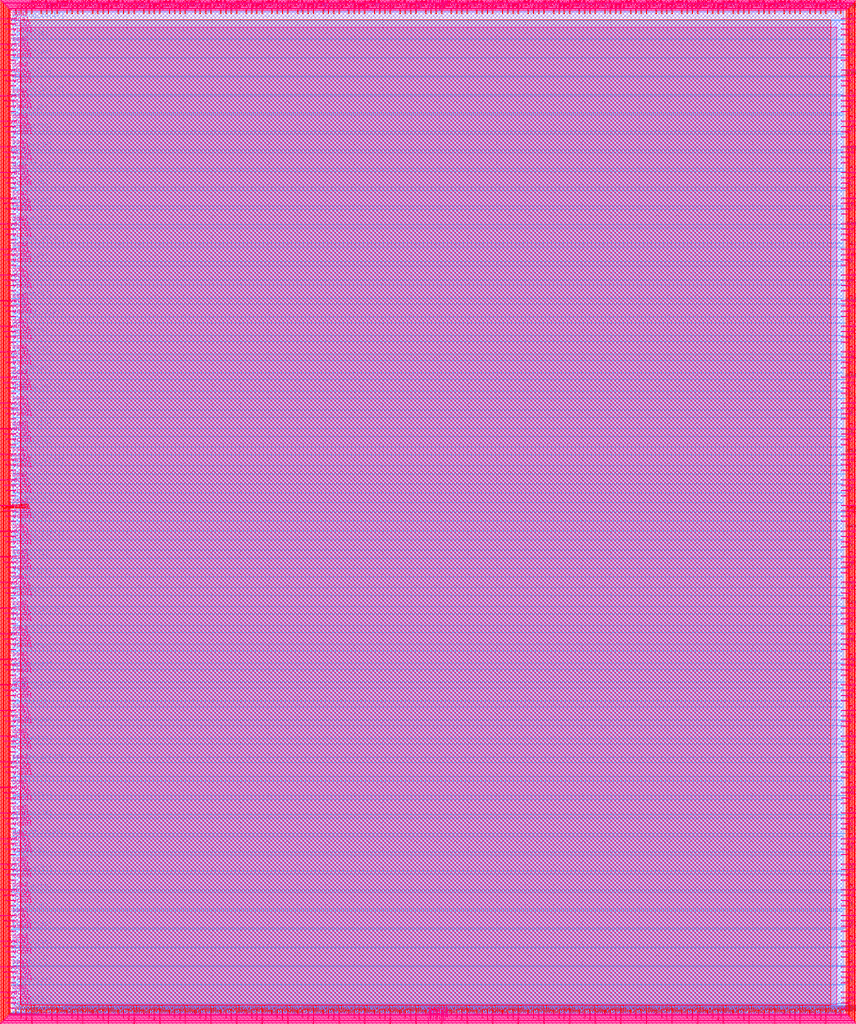
<source format=lef>
VERSION 5.7 ;
  NOWIREEXTENSIONATPIN ON ;
  DIVIDERCHAR "/" ;
  BUSBITCHARS "[]" ;
MACRO user_project_wrapper
  CLASS BLOCK ;
  FOREIGN user_project_wrapper ;
  ORIGIN 0.000 0.000 ;
  SIZE 2920.000 BY 3520.000 ;
  PIN analog_io[0]
    DIRECTION INOUT ;
    USE SIGNAL ;
    PORT
      LAYER met3 ;
        RECT 2917.600 1426.380 2924.800 1427.580 ;
    END
  END analog_io[0]
  PIN analog_io[10]
    DIRECTION INOUT ;
    USE SIGNAL ;
    PORT
      LAYER met2 ;
        RECT 2230.490 3517.600 2231.050 3524.800 ;
    END
  END analog_io[10]
  PIN analog_io[11]
    DIRECTION INOUT ;
    USE SIGNAL ;
    PORT
      LAYER met2 ;
        RECT 1905.730 3517.600 1906.290 3524.800 ;
    END
  END analog_io[11]
  PIN analog_io[12]
    DIRECTION INOUT ;
    USE SIGNAL ;
    PORT
      LAYER met2 ;
        RECT 1581.430 3517.600 1581.990 3524.800 ;
    END
  END analog_io[12]
  PIN analog_io[13]
    DIRECTION INOUT ;
    USE SIGNAL ;
    PORT
      LAYER met2 ;
        RECT 1257.130 3517.600 1257.690 3524.800 ;
    END
  END analog_io[13]
  PIN analog_io[14]
    DIRECTION INOUT ;
    USE SIGNAL ;
    PORT
      LAYER met2 ;
        RECT 932.370 3517.600 932.930 3524.800 ;
    END
  END analog_io[14]
  PIN analog_io[15]
    DIRECTION INOUT ;
    USE SIGNAL ;
    PORT
      LAYER met2 ;
        RECT 608.070 3517.600 608.630 3524.800 ;
    END
  END analog_io[15]
  PIN analog_io[16]
    DIRECTION INOUT ;
    USE SIGNAL ;
    PORT
      LAYER met2 ;
        RECT 283.770 3517.600 284.330 3524.800 ;
    END
  END analog_io[16]
  PIN analog_io[17]
    DIRECTION INOUT ;
    USE SIGNAL ;
    PORT
      LAYER met3 ;
        RECT -4.800 3486.100 2.400 3487.300 ;
    END
  END analog_io[17]
  PIN analog_io[18]
    DIRECTION INOUT ;
    USE SIGNAL ;
    PORT
      LAYER met3 ;
        RECT -4.800 3224.980 2.400 3226.180 ;
    END
  END analog_io[18]
  PIN analog_io[19]
    DIRECTION INOUT ;
    USE SIGNAL ;
    PORT
      LAYER met3 ;
        RECT -4.800 2964.540 2.400 2965.740 ;
    END
  END analog_io[19]
  PIN analog_io[1]
    DIRECTION INOUT ;
    USE SIGNAL ;
    PORT
      LAYER met3 ;
        RECT 2917.600 1692.260 2924.800 1693.460 ;
    END
  END analog_io[1]
  PIN analog_io[20]
    DIRECTION INOUT ;
    USE SIGNAL ;
    PORT
      LAYER met3 ;
        RECT -4.800 2703.420 2.400 2704.620 ;
    END
  END analog_io[20]
  PIN analog_io[21]
    DIRECTION INOUT ;
    USE SIGNAL ;
    PORT
      LAYER met3 ;
        RECT -4.800 2442.980 2.400 2444.180 ;
    END
  END analog_io[21]
  PIN analog_io[22]
    DIRECTION INOUT ;
    USE SIGNAL ;
    PORT
      LAYER met3 ;
        RECT -4.800 2182.540 2.400 2183.740 ;
    END
  END analog_io[22]
  PIN analog_io[23]
    DIRECTION INOUT ;
    USE SIGNAL ;
    PORT
      LAYER met3 ;
        RECT -4.800 1921.420 2.400 1922.620 ;
    END
  END analog_io[23]
  PIN analog_io[24]
    DIRECTION INOUT ;
    USE SIGNAL ;
    PORT
      LAYER met3 ;
        RECT -4.800 1660.980 2.400 1662.180 ;
    END
  END analog_io[24]
  PIN analog_io[25]
    DIRECTION INOUT ;
    USE SIGNAL ;
    PORT
      LAYER met3 ;
        RECT -4.800 1399.860 2.400 1401.060 ;
    END
  END analog_io[25]
  PIN analog_io[26]
    DIRECTION INOUT ;
    USE SIGNAL ;
    PORT
      LAYER met3 ;
        RECT -4.800 1139.420 2.400 1140.620 ;
    END
  END analog_io[26]
  PIN analog_io[27]
    DIRECTION INOUT ;
    USE SIGNAL ;
    PORT
      LAYER met3 ;
        RECT -4.800 878.980 2.400 880.180 ;
    END
  END analog_io[27]
  PIN analog_io[28]
    DIRECTION INOUT ;
    USE SIGNAL ;
    PORT
      LAYER met3 ;
        RECT -4.800 617.860 2.400 619.060 ;
    END
  END analog_io[28]
  PIN analog_io[2]
    DIRECTION INOUT ;
    USE SIGNAL ;
    PORT
      LAYER met3 ;
        RECT 2917.600 1958.140 2924.800 1959.340 ;
    END
  END analog_io[2]
  PIN analog_io[3]
    DIRECTION INOUT ;
    USE SIGNAL ;
    PORT
      LAYER met3 ;
        RECT 2917.600 2223.340 2924.800 2224.540 ;
    END
  END analog_io[3]
  PIN analog_io[4]
    DIRECTION INOUT ;
    USE SIGNAL ;
    PORT
      LAYER met3 ;
        RECT 2917.600 2489.220 2924.800 2490.420 ;
    END
  END analog_io[4]
  PIN analog_io[5]
    DIRECTION INOUT ;
    USE SIGNAL ;
    PORT
      LAYER met3 ;
        RECT 2917.600 2755.100 2924.800 2756.300 ;
    END
  END analog_io[5]
  PIN analog_io[6]
    DIRECTION INOUT ;
    USE SIGNAL ;
    PORT
      LAYER met3 ;
        RECT 2917.600 3020.300 2924.800 3021.500 ;
    END
  END analog_io[6]
  PIN analog_io[7]
    DIRECTION INOUT ;
    USE SIGNAL ;
    PORT
      LAYER met3 ;
        RECT 2917.600 3286.180 2924.800 3287.380 ;
    END
  END analog_io[7]
  PIN analog_io[8]
    DIRECTION INOUT ;
    USE SIGNAL ;
    PORT
      LAYER met2 ;
        RECT 2879.090 3517.600 2879.650 3524.800 ;
    END
  END analog_io[8]
  PIN analog_io[9]
    DIRECTION INOUT ;
    USE SIGNAL ;
    PORT
      LAYER met2 ;
        RECT 2554.790 3517.600 2555.350 3524.800 ;
    END
  END analog_io[9]
  PIN io_in[0]
    DIRECTION INPUT ;
    USE SIGNAL ;
    PORT
      LAYER met3 ;
        RECT 2917.600 32.380 2924.800 33.580 ;
    END
  END io_in[0]
  PIN io_in[10]
    DIRECTION INPUT ;
    USE SIGNAL ;
    PORT
      LAYER met3 ;
        RECT 2917.600 2289.980 2924.800 2291.180 ;
    END
  END io_in[10]
  PIN io_in[11]
    DIRECTION INPUT ;
    USE SIGNAL ;
    PORT
      LAYER met3 ;
        RECT 2917.600 2555.860 2924.800 2557.060 ;
    END
  END io_in[11]
  PIN io_in[12]
    DIRECTION INPUT ;
    USE SIGNAL ;
    PORT
      LAYER met3 ;
        RECT 2917.600 2821.060 2924.800 2822.260 ;
    END
  END io_in[12]
  PIN io_in[13]
    DIRECTION INPUT ;
    USE SIGNAL ;
    PORT
      LAYER met3 ;
        RECT 2917.600 3086.940 2924.800 3088.140 ;
    END
  END io_in[13]
  PIN io_in[14]
    DIRECTION INPUT ;
    USE SIGNAL ;
    PORT
      LAYER met3 ;
        RECT 2917.600 3352.820 2924.800 3354.020 ;
    END
  END io_in[14]
  PIN io_in[15]
    DIRECTION INPUT ;
    USE SIGNAL ;
    PORT
      LAYER met2 ;
        RECT 2798.130 3517.600 2798.690 3524.800 ;
    END
  END io_in[15]
  PIN io_in[16]
    DIRECTION INPUT ;
    USE SIGNAL ;
    PORT
      LAYER met2 ;
        RECT 2473.830 3517.600 2474.390 3524.800 ;
    END
  END io_in[16]
  PIN io_in[17]
    DIRECTION INPUT ;
    USE SIGNAL ;
    PORT
      LAYER met2 ;
        RECT 2149.070 3517.600 2149.630 3524.800 ;
    END
  END io_in[17]
  PIN io_in[18]
    DIRECTION INPUT ;
    USE SIGNAL ;
    PORT
      LAYER met2 ;
        RECT 1824.770 3517.600 1825.330 3524.800 ;
    END
  END io_in[18]
  PIN io_in[19]
    DIRECTION INPUT ;
    USE SIGNAL ;
    PORT
      LAYER met2 ;
        RECT 1500.470 3517.600 1501.030 3524.800 ;
    END
  END io_in[19]
  PIN io_in[1]
    DIRECTION INPUT ;
    USE SIGNAL ;
    PORT
      LAYER met3 ;
        RECT 2917.600 230.940 2924.800 232.140 ;
    END
  END io_in[1]
  PIN io_in[20]
    DIRECTION INPUT ;
    USE SIGNAL ;
    PORT
      LAYER met2 ;
        RECT 1175.710 3517.600 1176.270 3524.800 ;
    END
  END io_in[20]
  PIN io_in[21]
    DIRECTION INPUT ;
    USE SIGNAL ;
    PORT
      LAYER met2 ;
        RECT 851.410 3517.600 851.970 3524.800 ;
    END
  END io_in[21]
  PIN io_in[22]
    DIRECTION INPUT ;
    USE SIGNAL ;
    PORT
      LAYER met2 ;
        RECT 527.110 3517.600 527.670 3524.800 ;
    END
  END io_in[22]
  PIN io_in[23]
    DIRECTION INPUT ;
    USE SIGNAL ;
    PORT
      LAYER met2 ;
        RECT 202.350 3517.600 202.910 3524.800 ;
    END
  END io_in[23]
  PIN io_in[24]
    DIRECTION INPUT ;
    USE SIGNAL ;
    PORT
      LAYER met3 ;
        RECT -4.800 3420.820 2.400 3422.020 ;
    END
  END io_in[24]
  PIN io_in[25]
    DIRECTION INPUT ;
    USE SIGNAL ;
    PORT
      LAYER met3 ;
        RECT -4.800 3159.700 2.400 3160.900 ;
    END
  END io_in[25]
  PIN io_in[26]
    DIRECTION INPUT ;
    USE SIGNAL ;
    PORT
      LAYER met3 ;
        RECT -4.800 2899.260 2.400 2900.460 ;
    END
  END io_in[26]
  PIN io_in[27]
    DIRECTION INPUT ;
    USE SIGNAL ;
    PORT
      LAYER met3 ;
        RECT -4.800 2638.820 2.400 2640.020 ;
    END
  END io_in[27]
  PIN io_in[28]
    DIRECTION INPUT ;
    USE SIGNAL ;
    PORT
      LAYER met3 ;
        RECT -4.800 2377.700 2.400 2378.900 ;
    END
  END io_in[28]
  PIN io_in[29]
    DIRECTION INPUT ;
    USE SIGNAL ;
    PORT
      LAYER met3 ;
        RECT -4.800 2117.260 2.400 2118.460 ;
    END
  END io_in[29]
  PIN io_in[2]
    DIRECTION INPUT ;
    USE SIGNAL ;
    PORT
      LAYER met3 ;
        RECT 2917.600 430.180 2924.800 431.380 ;
    END
  END io_in[2]
  PIN io_in[30]
    DIRECTION INPUT ;
    USE SIGNAL ;
    PORT
      LAYER met3 ;
        RECT -4.800 1856.140 2.400 1857.340 ;
    END
  END io_in[30]
  PIN io_in[31]
    DIRECTION INPUT ;
    USE SIGNAL ;
    PORT
      LAYER met3 ;
        RECT -4.800 1595.700 2.400 1596.900 ;
    END
  END io_in[31]
  PIN io_in[32]
    DIRECTION INPUT ;
    USE SIGNAL ;
    PORT
      LAYER met3 ;
        RECT -4.800 1335.260 2.400 1336.460 ;
    END
  END io_in[32]
  PIN io_in[33]
    DIRECTION INPUT ;
    USE SIGNAL ;
    PORT
      LAYER met3 ;
        RECT -4.800 1074.140 2.400 1075.340 ;
    END
  END io_in[33]
  PIN io_in[34]
    DIRECTION INPUT ;
    USE SIGNAL ;
    PORT
      LAYER met3 ;
        RECT -4.800 813.700 2.400 814.900 ;
    END
  END io_in[34]
  PIN io_in[35]
    DIRECTION INPUT ;
    USE SIGNAL ;
    PORT
      LAYER met3 ;
        RECT -4.800 552.580 2.400 553.780 ;
    END
  END io_in[35]
  PIN io_in[36]
    DIRECTION INPUT ;
    USE SIGNAL ;
    PORT
      LAYER met3 ;
        RECT -4.800 357.420 2.400 358.620 ;
    END
  END io_in[36]
  PIN io_in[37]
    DIRECTION INPUT ;
    USE SIGNAL ;
    PORT
      LAYER met3 ;
        RECT -4.800 161.580 2.400 162.780 ;
    END
  END io_in[37]
  PIN io_in[3]
    DIRECTION INPUT ;
    USE SIGNAL ;
    PORT
      LAYER met3 ;
        RECT 2917.600 629.420 2924.800 630.620 ;
    END
  END io_in[3]
  PIN io_in[4]
    DIRECTION INPUT ;
    USE SIGNAL ;
    PORT
      LAYER met3 ;
        RECT 2917.600 828.660 2924.800 829.860 ;
    END
  END io_in[4]
  PIN io_in[5]
    DIRECTION INPUT ;
    USE SIGNAL ;
    PORT
      LAYER met3 ;
        RECT 2917.600 1027.900 2924.800 1029.100 ;
    END
  END io_in[5]
  PIN io_in[6]
    DIRECTION INPUT ;
    USE SIGNAL ;
    PORT
      LAYER met3 ;
        RECT 2917.600 1227.140 2924.800 1228.340 ;
    END
  END io_in[6]
  PIN io_in[7]
    DIRECTION INPUT ;
    USE SIGNAL ;
    PORT
      LAYER met3 ;
        RECT 2917.600 1493.020 2924.800 1494.220 ;
    END
  END io_in[7]
  PIN io_in[8]
    DIRECTION INPUT ;
    USE SIGNAL ;
    PORT
      LAYER met3 ;
        RECT 2917.600 1758.900 2924.800 1760.100 ;
    END
  END io_in[8]
  PIN io_in[9]
    DIRECTION INPUT ;
    USE SIGNAL ;
    PORT
      LAYER met3 ;
        RECT 2917.600 2024.100 2924.800 2025.300 ;
    END
  END io_in[9]
  PIN io_oeb[0]
    DIRECTION OUTPUT TRISTATE ;
    USE SIGNAL ;
    PORT
      LAYER met3 ;
        RECT 2917.600 164.980 2924.800 166.180 ;
    END
  END io_oeb[0]
  PIN io_oeb[10]
    DIRECTION OUTPUT TRISTATE ;
    USE SIGNAL ;
    PORT
      LAYER met3 ;
        RECT 2917.600 2422.580 2924.800 2423.780 ;
    END
  END io_oeb[10]
  PIN io_oeb[11]
    DIRECTION OUTPUT TRISTATE ;
    USE SIGNAL ;
    PORT
      LAYER met3 ;
        RECT 2917.600 2688.460 2924.800 2689.660 ;
    END
  END io_oeb[11]
  PIN io_oeb[12]
    DIRECTION OUTPUT TRISTATE ;
    USE SIGNAL ;
    PORT
      LAYER met3 ;
        RECT 2917.600 2954.340 2924.800 2955.540 ;
    END
  END io_oeb[12]
  PIN io_oeb[13]
    DIRECTION OUTPUT TRISTATE ;
    USE SIGNAL ;
    PORT
      LAYER met3 ;
        RECT 2917.600 3219.540 2924.800 3220.740 ;
    END
  END io_oeb[13]
  PIN io_oeb[14]
    DIRECTION OUTPUT TRISTATE ;
    USE SIGNAL ;
    PORT
      LAYER met3 ;
        RECT 2917.600 3485.420 2924.800 3486.620 ;
    END
  END io_oeb[14]
  PIN io_oeb[15]
    DIRECTION OUTPUT TRISTATE ;
    USE SIGNAL ;
    PORT
      LAYER met2 ;
        RECT 2635.750 3517.600 2636.310 3524.800 ;
    END
  END io_oeb[15]
  PIN io_oeb[16]
    DIRECTION OUTPUT TRISTATE ;
    USE SIGNAL ;
    PORT
      LAYER met2 ;
        RECT 2311.450 3517.600 2312.010 3524.800 ;
    END
  END io_oeb[16]
  PIN io_oeb[17]
    DIRECTION OUTPUT TRISTATE ;
    USE SIGNAL ;
    PORT
      LAYER met2 ;
        RECT 1987.150 3517.600 1987.710 3524.800 ;
    END
  END io_oeb[17]
  PIN io_oeb[18]
    DIRECTION OUTPUT TRISTATE ;
    USE SIGNAL ;
    PORT
      LAYER met2 ;
        RECT 1662.390 3517.600 1662.950 3524.800 ;
    END
  END io_oeb[18]
  PIN io_oeb[19]
    DIRECTION OUTPUT TRISTATE ;
    USE SIGNAL ;
    PORT
      LAYER met2 ;
        RECT 1338.090 3517.600 1338.650 3524.800 ;
    END
  END io_oeb[19]
  PIN io_oeb[1]
    DIRECTION OUTPUT TRISTATE ;
    USE SIGNAL ;
    PORT
      LAYER met3 ;
        RECT 2917.600 364.220 2924.800 365.420 ;
    END
  END io_oeb[1]
  PIN io_oeb[20]
    DIRECTION OUTPUT TRISTATE ;
    USE SIGNAL ;
    PORT
      LAYER met2 ;
        RECT 1013.790 3517.600 1014.350 3524.800 ;
    END
  END io_oeb[20]
  PIN io_oeb[21]
    DIRECTION OUTPUT TRISTATE ;
    USE SIGNAL ;
    PORT
      LAYER met2 ;
        RECT 689.030 3517.600 689.590 3524.800 ;
    END
  END io_oeb[21]
  PIN io_oeb[22]
    DIRECTION OUTPUT TRISTATE ;
    USE SIGNAL ;
    PORT
      LAYER met2 ;
        RECT 364.730 3517.600 365.290 3524.800 ;
    END
  END io_oeb[22]
  PIN io_oeb[23]
    DIRECTION OUTPUT TRISTATE ;
    USE SIGNAL ;
    PORT
      LAYER met2 ;
        RECT 40.430 3517.600 40.990 3524.800 ;
    END
  END io_oeb[23]
  PIN io_oeb[24]
    DIRECTION OUTPUT TRISTATE ;
    USE SIGNAL ;
    PORT
      LAYER met3 ;
        RECT -4.800 3290.260 2.400 3291.460 ;
    END
  END io_oeb[24]
  PIN io_oeb[25]
    DIRECTION OUTPUT TRISTATE ;
    USE SIGNAL ;
    PORT
      LAYER met3 ;
        RECT -4.800 3029.820 2.400 3031.020 ;
    END
  END io_oeb[25]
  PIN io_oeb[26]
    DIRECTION OUTPUT TRISTATE ;
    USE SIGNAL ;
    PORT
      LAYER met3 ;
        RECT -4.800 2768.700 2.400 2769.900 ;
    END
  END io_oeb[26]
  PIN io_oeb[27]
    DIRECTION OUTPUT TRISTATE ;
    USE SIGNAL ;
    PORT
      LAYER met3 ;
        RECT -4.800 2508.260 2.400 2509.460 ;
    END
  END io_oeb[27]
  PIN io_oeb[28]
    DIRECTION OUTPUT TRISTATE ;
    USE SIGNAL ;
    PORT
      LAYER met3 ;
        RECT -4.800 2247.140 2.400 2248.340 ;
    END
  END io_oeb[28]
  PIN io_oeb[29]
    DIRECTION OUTPUT TRISTATE ;
    USE SIGNAL ;
    PORT
      LAYER met3 ;
        RECT -4.800 1986.700 2.400 1987.900 ;
    END
  END io_oeb[29]
  PIN io_oeb[2]
    DIRECTION OUTPUT TRISTATE ;
    USE SIGNAL ;
    PORT
      LAYER met3 ;
        RECT 2917.600 563.460 2924.800 564.660 ;
    END
  END io_oeb[2]
  PIN io_oeb[30]
    DIRECTION OUTPUT TRISTATE ;
    USE SIGNAL ;
    PORT
      LAYER met3 ;
        RECT -4.800 1726.260 2.400 1727.460 ;
    END
  END io_oeb[30]
  PIN io_oeb[31]
    DIRECTION OUTPUT TRISTATE ;
    USE SIGNAL ;
    PORT
      LAYER met3 ;
        RECT -4.800 1465.140 2.400 1466.340 ;
    END
  END io_oeb[31]
  PIN io_oeb[32]
    DIRECTION OUTPUT TRISTATE ;
    USE SIGNAL ;
    PORT
      LAYER met3 ;
        RECT -4.800 1204.700 2.400 1205.900 ;
    END
  END io_oeb[32]
  PIN io_oeb[33]
    DIRECTION OUTPUT TRISTATE ;
    USE SIGNAL ;
    PORT
      LAYER met3 ;
        RECT -4.800 943.580 2.400 944.780 ;
    END
  END io_oeb[33]
  PIN io_oeb[34]
    DIRECTION OUTPUT TRISTATE ;
    USE SIGNAL ;
    PORT
      LAYER met3 ;
        RECT -4.800 683.140 2.400 684.340 ;
    END
  END io_oeb[34]
  PIN io_oeb[35]
    DIRECTION OUTPUT TRISTATE ;
    USE SIGNAL ;
    PORT
      LAYER met3 ;
        RECT -4.800 422.700 2.400 423.900 ;
    END
  END io_oeb[35]
  PIN io_oeb[36]
    DIRECTION OUTPUT TRISTATE ;
    USE SIGNAL ;
    PORT
      LAYER met3 ;
        RECT -4.800 226.860 2.400 228.060 ;
    END
  END io_oeb[36]
  PIN io_oeb[37]
    DIRECTION OUTPUT TRISTATE ;
    USE SIGNAL ;
    PORT
      LAYER met3 ;
        RECT -4.800 31.700 2.400 32.900 ;
    END
  END io_oeb[37]
  PIN io_oeb[3]
    DIRECTION OUTPUT TRISTATE ;
    USE SIGNAL ;
    PORT
      LAYER met3 ;
        RECT 2917.600 762.700 2924.800 763.900 ;
    END
  END io_oeb[3]
  PIN io_oeb[4]
    DIRECTION OUTPUT TRISTATE ;
    USE SIGNAL ;
    PORT
      LAYER met3 ;
        RECT 2917.600 961.940 2924.800 963.140 ;
    END
  END io_oeb[4]
  PIN io_oeb[5]
    DIRECTION OUTPUT TRISTATE ;
    USE SIGNAL ;
    PORT
      LAYER met3 ;
        RECT 2917.600 1161.180 2924.800 1162.380 ;
    END
  END io_oeb[5]
  PIN io_oeb[6]
    DIRECTION OUTPUT TRISTATE ;
    USE SIGNAL ;
    PORT
      LAYER met3 ;
        RECT 2917.600 1360.420 2924.800 1361.620 ;
    END
  END io_oeb[6]
  PIN io_oeb[7]
    DIRECTION OUTPUT TRISTATE ;
    USE SIGNAL ;
    PORT
      LAYER met3 ;
        RECT 2917.600 1625.620 2924.800 1626.820 ;
    END
  END io_oeb[7]
  PIN io_oeb[8]
    DIRECTION OUTPUT TRISTATE ;
    USE SIGNAL ;
    PORT
      LAYER met3 ;
        RECT 2917.600 1891.500 2924.800 1892.700 ;
    END
  END io_oeb[8]
  PIN io_oeb[9]
    DIRECTION OUTPUT TRISTATE ;
    USE SIGNAL ;
    PORT
      LAYER met3 ;
        RECT 2917.600 2157.380 2924.800 2158.580 ;
    END
  END io_oeb[9]
  PIN io_out[0]
    DIRECTION OUTPUT TRISTATE ;
    USE SIGNAL ;
    PORT
      LAYER met3 ;
        RECT 2917.600 98.340 2924.800 99.540 ;
    END
  END io_out[0]
  PIN io_out[10]
    DIRECTION OUTPUT TRISTATE ;
    USE SIGNAL ;
    PORT
      LAYER met3 ;
        RECT 2917.600 2356.620 2924.800 2357.820 ;
    END
  END io_out[10]
  PIN io_out[11]
    DIRECTION OUTPUT TRISTATE ;
    USE SIGNAL ;
    PORT
      LAYER met3 ;
        RECT 2917.600 2621.820 2924.800 2623.020 ;
    END
  END io_out[11]
  PIN io_out[12]
    DIRECTION OUTPUT TRISTATE ;
    USE SIGNAL ;
    PORT
      LAYER met3 ;
        RECT 2917.600 2887.700 2924.800 2888.900 ;
    END
  END io_out[12]
  PIN io_out[13]
    DIRECTION OUTPUT TRISTATE ;
    USE SIGNAL ;
    PORT
      LAYER met3 ;
        RECT 2917.600 3153.580 2924.800 3154.780 ;
    END
  END io_out[13]
  PIN io_out[14]
    DIRECTION OUTPUT TRISTATE ;
    USE SIGNAL ;
    PORT
      LAYER met3 ;
        RECT 2917.600 3418.780 2924.800 3419.980 ;
    END
  END io_out[14]
  PIN io_out[15]
    DIRECTION OUTPUT TRISTATE ;
    USE SIGNAL ;
    PORT
      LAYER met2 ;
        RECT 2717.170 3517.600 2717.730 3524.800 ;
    END
  END io_out[15]
  PIN io_out[16]
    DIRECTION OUTPUT TRISTATE ;
    USE SIGNAL ;
    PORT
      LAYER met2 ;
        RECT 2392.410 3517.600 2392.970 3524.800 ;
    END
  END io_out[16]
  PIN io_out[17]
    DIRECTION OUTPUT TRISTATE ;
    USE SIGNAL ;
    PORT
      LAYER met2 ;
        RECT 2068.110 3517.600 2068.670 3524.800 ;
    END
  END io_out[17]
  PIN io_out[18]
    DIRECTION OUTPUT TRISTATE ;
    USE SIGNAL ;
    PORT
      LAYER met2 ;
        RECT 1743.810 3517.600 1744.370 3524.800 ;
    END
  END io_out[18]
  PIN io_out[19]
    DIRECTION OUTPUT TRISTATE ;
    USE SIGNAL ;
    PORT
      LAYER met2 ;
        RECT 1419.050 3517.600 1419.610 3524.800 ;
    END
  END io_out[19]
  PIN io_out[1]
    DIRECTION OUTPUT TRISTATE ;
    USE SIGNAL ;
    PORT
      LAYER met3 ;
        RECT 2917.600 297.580 2924.800 298.780 ;
    END
  END io_out[1]
  PIN io_out[20]
    DIRECTION OUTPUT TRISTATE ;
    USE SIGNAL ;
    PORT
      LAYER met2 ;
        RECT 1094.750 3517.600 1095.310 3524.800 ;
    END
  END io_out[20]
  PIN io_out[21]
    DIRECTION OUTPUT TRISTATE ;
    USE SIGNAL ;
    PORT
      LAYER met2 ;
        RECT 770.450 3517.600 771.010 3524.800 ;
    END
  END io_out[21]
  PIN io_out[22]
    DIRECTION OUTPUT TRISTATE ;
    USE SIGNAL ;
    PORT
      LAYER met2 ;
        RECT 445.690 3517.600 446.250 3524.800 ;
    END
  END io_out[22]
  PIN io_out[23]
    DIRECTION OUTPUT TRISTATE ;
    USE SIGNAL ;
    PORT
      LAYER met2 ;
        RECT 121.390 3517.600 121.950 3524.800 ;
    END
  END io_out[23]
  PIN io_out[24]
    DIRECTION OUTPUT TRISTATE ;
    USE SIGNAL ;
    PORT
      LAYER met3 ;
        RECT -4.800 3355.540 2.400 3356.740 ;
    END
  END io_out[24]
  PIN io_out[25]
    DIRECTION OUTPUT TRISTATE ;
    USE SIGNAL ;
    PORT
      LAYER met3 ;
        RECT -4.800 3095.100 2.400 3096.300 ;
    END
  END io_out[25]
  PIN io_out[26]
    DIRECTION OUTPUT TRISTATE ;
    USE SIGNAL ;
    PORT
      LAYER met3 ;
        RECT -4.800 2833.980 2.400 2835.180 ;
    END
  END io_out[26]
  PIN io_out[27]
    DIRECTION OUTPUT TRISTATE ;
    USE SIGNAL ;
    PORT
      LAYER met3 ;
        RECT -4.800 2573.540 2.400 2574.740 ;
    END
  END io_out[27]
  PIN io_out[28]
    DIRECTION OUTPUT TRISTATE ;
    USE SIGNAL ;
    PORT
      LAYER met3 ;
        RECT -4.800 2312.420 2.400 2313.620 ;
    END
  END io_out[28]
  PIN io_out[29]
    DIRECTION OUTPUT TRISTATE ;
    USE SIGNAL ;
    PORT
      LAYER met3 ;
        RECT -4.800 2051.980 2.400 2053.180 ;
    END
  END io_out[29]
  PIN io_out[2]
    DIRECTION OUTPUT TRISTATE ;
    USE SIGNAL ;
    PORT
      LAYER met3 ;
        RECT 2917.600 496.820 2924.800 498.020 ;
    END
  END io_out[2]
  PIN io_out[30]
    DIRECTION OUTPUT TRISTATE ;
    USE SIGNAL ;
    PORT
      LAYER met3 ;
        RECT -4.800 1791.540 2.400 1792.740 ;
    END
  END io_out[30]
  PIN io_out[31]
    DIRECTION OUTPUT TRISTATE ;
    USE SIGNAL ;
    PORT
      LAYER met3 ;
        RECT -4.800 1530.420 2.400 1531.620 ;
    END
  END io_out[31]
  PIN io_out[32]
    DIRECTION OUTPUT TRISTATE ;
    USE SIGNAL ;
    PORT
      LAYER met3 ;
        RECT -4.800 1269.980 2.400 1271.180 ;
    END
  END io_out[32]
  PIN io_out[33]
    DIRECTION OUTPUT TRISTATE ;
    USE SIGNAL ;
    PORT
      LAYER met3 ;
        RECT -4.800 1008.860 2.400 1010.060 ;
    END
  END io_out[33]
  PIN io_out[34]
    DIRECTION OUTPUT TRISTATE ;
    USE SIGNAL ;
    PORT
      LAYER met3 ;
        RECT -4.800 748.420 2.400 749.620 ;
    END
  END io_out[34]
  PIN io_out[35]
    DIRECTION OUTPUT TRISTATE ;
    USE SIGNAL ;
    PORT
      LAYER met3 ;
        RECT -4.800 487.300 2.400 488.500 ;
    END
  END io_out[35]
  PIN io_out[36]
    DIRECTION OUTPUT TRISTATE ;
    USE SIGNAL ;
    PORT
      LAYER met3 ;
        RECT -4.800 292.140 2.400 293.340 ;
    END
  END io_out[36]
  PIN io_out[37]
    DIRECTION OUTPUT TRISTATE ;
    USE SIGNAL ;
    PORT
      LAYER met3 ;
        RECT -4.800 96.300 2.400 97.500 ;
    END
  END io_out[37]
  PIN io_out[3]
    DIRECTION OUTPUT TRISTATE ;
    USE SIGNAL ;
    PORT
      LAYER met3 ;
        RECT 2917.600 696.060 2924.800 697.260 ;
    END
  END io_out[3]
  PIN io_out[4]
    DIRECTION OUTPUT TRISTATE ;
    USE SIGNAL ;
    PORT
      LAYER met3 ;
        RECT 2917.600 895.300 2924.800 896.500 ;
    END
  END io_out[4]
  PIN io_out[5]
    DIRECTION OUTPUT TRISTATE ;
    USE SIGNAL ;
    PORT
      LAYER met3 ;
        RECT 2917.600 1094.540 2924.800 1095.740 ;
    END
  END io_out[5]
  PIN io_out[6]
    DIRECTION OUTPUT TRISTATE ;
    USE SIGNAL ;
    PORT
      LAYER met3 ;
        RECT 2917.600 1293.780 2924.800 1294.980 ;
    END
  END io_out[6]
  PIN io_out[7]
    DIRECTION OUTPUT TRISTATE ;
    USE SIGNAL ;
    PORT
      LAYER met3 ;
        RECT 2917.600 1559.660 2924.800 1560.860 ;
    END
  END io_out[7]
  PIN io_out[8]
    DIRECTION OUTPUT TRISTATE ;
    USE SIGNAL ;
    PORT
      LAYER met3 ;
        RECT 2917.600 1824.860 2924.800 1826.060 ;
    END
  END io_out[8]
  PIN io_out[9]
    DIRECTION OUTPUT TRISTATE ;
    USE SIGNAL ;
    PORT
      LAYER met3 ;
        RECT 2917.600 2090.740 2924.800 2091.940 ;
    END
  END io_out[9]
  PIN la_data_in[0]
    DIRECTION INPUT ;
    USE SIGNAL ;
    PORT
      LAYER met2 ;
        RECT 629.230 -4.800 629.790 2.400 ;
    END
  END la_data_in[0]
  PIN la_data_in[100]
    DIRECTION INPUT ;
    USE SIGNAL ;
    PORT
      LAYER met2 ;
        RECT 2402.530 -4.800 2403.090 2.400 ;
    END
  END la_data_in[100]
  PIN la_data_in[101]
    DIRECTION INPUT ;
    USE SIGNAL ;
    PORT
      LAYER met2 ;
        RECT 2420.010 -4.800 2420.570 2.400 ;
    END
  END la_data_in[101]
  PIN la_data_in[102]
    DIRECTION INPUT ;
    USE SIGNAL ;
    PORT
      LAYER met2 ;
        RECT 2437.950 -4.800 2438.510 2.400 ;
    END
  END la_data_in[102]
  PIN la_data_in[103]
    DIRECTION INPUT ;
    USE SIGNAL ;
    PORT
      LAYER met2 ;
        RECT 2455.430 -4.800 2455.990 2.400 ;
    END
  END la_data_in[103]
  PIN la_data_in[104]
    DIRECTION INPUT ;
    USE SIGNAL ;
    PORT
      LAYER met2 ;
        RECT 2473.370 -4.800 2473.930 2.400 ;
    END
  END la_data_in[104]
  PIN la_data_in[105]
    DIRECTION INPUT ;
    USE SIGNAL ;
    PORT
      LAYER met2 ;
        RECT 2490.850 -4.800 2491.410 2.400 ;
    END
  END la_data_in[105]
  PIN la_data_in[106]
    DIRECTION INPUT ;
    USE SIGNAL ;
    PORT
      LAYER met2 ;
        RECT 2508.790 -4.800 2509.350 2.400 ;
    END
  END la_data_in[106]
  PIN la_data_in[107]
    DIRECTION INPUT ;
    USE SIGNAL ;
    PORT
      LAYER met2 ;
        RECT 2526.730 -4.800 2527.290 2.400 ;
    END
  END la_data_in[107]
  PIN la_data_in[108]
    DIRECTION INPUT ;
    USE SIGNAL ;
    PORT
      LAYER met2 ;
        RECT 2544.210 -4.800 2544.770 2.400 ;
    END
  END la_data_in[108]
  PIN la_data_in[109]
    DIRECTION INPUT ;
    USE SIGNAL ;
    PORT
      LAYER met2 ;
        RECT 2562.150 -4.800 2562.710 2.400 ;
    END
  END la_data_in[109]
  PIN la_data_in[10]
    DIRECTION INPUT ;
    USE SIGNAL ;
    PORT
      LAYER met2 ;
        RECT 806.330 -4.800 806.890 2.400 ;
    END
  END la_data_in[10]
  PIN la_data_in[110]
    DIRECTION INPUT ;
    USE SIGNAL ;
    PORT
      LAYER met2 ;
        RECT 2579.630 -4.800 2580.190 2.400 ;
    END
  END la_data_in[110]
  PIN la_data_in[111]
    DIRECTION INPUT ;
    USE SIGNAL ;
    PORT
      LAYER met2 ;
        RECT 2597.570 -4.800 2598.130 2.400 ;
    END
  END la_data_in[111]
  PIN la_data_in[112]
    DIRECTION INPUT ;
    USE SIGNAL ;
    PORT
      LAYER met2 ;
        RECT 2615.050 -4.800 2615.610 2.400 ;
    END
  END la_data_in[112]
  PIN la_data_in[113]
    DIRECTION INPUT ;
    USE SIGNAL ;
    PORT
      LAYER met2 ;
        RECT 2632.990 -4.800 2633.550 2.400 ;
    END
  END la_data_in[113]
  PIN la_data_in[114]
    DIRECTION INPUT ;
    USE SIGNAL ;
    PORT
      LAYER met2 ;
        RECT 2650.470 -4.800 2651.030 2.400 ;
    END
  END la_data_in[114]
  PIN la_data_in[115]
    DIRECTION INPUT ;
    USE SIGNAL ;
    PORT
      LAYER met2 ;
        RECT 2668.410 -4.800 2668.970 2.400 ;
    END
  END la_data_in[115]
  PIN la_data_in[116]
    DIRECTION INPUT ;
    USE SIGNAL ;
    PORT
      LAYER met2 ;
        RECT 2685.890 -4.800 2686.450 2.400 ;
    END
  END la_data_in[116]
  PIN la_data_in[117]
    DIRECTION INPUT ;
    USE SIGNAL ;
    PORT
      LAYER met2 ;
        RECT 2703.830 -4.800 2704.390 2.400 ;
    END
  END la_data_in[117]
  PIN la_data_in[118]
    DIRECTION INPUT ;
    USE SIGNAL ;
    PORT
      LAYER met2 ;
        RECT 2721.770 -4.800 2722.330 2.400 ;
    END
  END la_data_in[118]
  PIN la_data_in[119]
    DIRECTION INPUT ;
    USE SIGNAL ;
    PORT
      LAYER met2 ;
        RECT 2739.250 -4.800 2739.810 2.400 ;
    END
  END la_data_in[119]
  PIN la_data_in[11]
    DIRECTION INPUT ;
    USE SIGNAL ;
    PORT
      LAYER met2 ;
        RECT 824.270 -4.800 824.830 2.400 ;
    END
  END la_data_in[11]
  PIN la_data_in[120]
    DIRECTION INPUT ;
    USE SIGNAL ;
    PORT
      LAYER met2 ;
        RECT 2757.190 -4.800 2757.750 2.400 ;
    END
  END la_data_in[120]
  PIN la_data_in[121]
    DIRECTION INPUT ;
    USE SIGNAL ;
    PORT
      LAYER met2 ;
        RECT 2774.670 -4.800 2775.230 2.400 ;
    END
  END la_data_in[121]
  PIN la_data_in[122]
    DIRECTION INPUT ;
    USE SIGNAL ;
    PORT
      LAYER met2 ;
        RECT 2792.610 -4.800 2793.170 2.400 ;
    END
  END la_data_in[122]
  PIN la_data_in[123]
    DIRECTION INPUT ;
    USE SIGNAL ;
    PORT
      LAYER met2 ;
        RECT 2810.090 -4.800 2810.650 2.400 ;
    END
  END la_data_in[123]
  PIN la_data_in[124]
    DIRECTION INPUT ;
    USE SIGNAL ;
    PORT
      LAYER met2 ;
        RECT 2828.030 -4.800 2828.590 2.400 ;
    END
  END la_data_in[124]
  PIN la_data_in[125]
    DIRECTION INPUT ;
    USE SIGNAL ;
    PORT
      LAYER met2 ;
        RECT 2845.510 -4.800 2846.070 2.400 ;
    END
  END la_data_in[125]
  PIN la_data_in[126]
    DIRECTION INPUT ;
    USE SIGNAL ;
    PORT
      LAYER met2 ;
        RECT 2863.450 -4.800 2864.010 2.400 ;
    END
  END la_data_in[126]
  PIN la_data_in[127]
    DIRECTION INPUT ;
    USE SIGNAL ;
    PORT
      LAYER met2 ;
        RECT 2881.390 -4.800 2881.950 2.400 ;
    END
  END la_data_in[127]
  PIN la_data_in[12]
    DIRECTION INPUT ;
    USE SIGNAL ;
    PORT
      LAYER met2 ;
        RECT 841.750 -4.800 842.310 2.400 ;
    END
  END la_data_in[12]
  PIN la_data_in[13]
    DIRECTION INPUT ;
    USE SIGNAL ;
    PORT
      LAYER met2 ;
        RECT 859.690 -4.800 860.250 2.400 ;
    END
  END la_data_in[13]
  PIN la_data_in[14]
    DIRECTION INPUT ;
    USE SIGNAL ;
    PORT
      LAYER met2 ;
        RECT 877.170 -4.800 877.730 2.400 ;
    END
  END la_data_in[14]
  PIN la_data_in[15]
    DIRECTION INPUT ;
    USE SIGNAL ;
    PORT
      LAYER met2 ;
        RECT 895.110 -4.800 895.670 2.400 ;
    END
  END la_data_in[15]
  PIN la_data_in[16]
    DIRECTION INPUT ;
    USE SIGNAL ;
    PORT
      LAYER met2 ;
        RECT 912.590 -4.800 913.150 2.400 ;
    END
  END la_data_in[16]
  PIN la_data_in[17]
    DIRECTION INPUT ;
    USE SIGNAL ;
    PORT
      LAYER met2 ;
        RECT 930.530 -4.800 931.090 2.400 ;
    END
  END la_data_in[17]
  PIN la_data_in[18]
    DIRECTION INPUT ;
    USE SIGNAL ;
    PORT
      LAYER met2 ;
        RECT 948.470 -4.800 949.030 2.400 ;
    END
  END la_data_in[18]
  PIN la_data_in[19]
    DIRECTION INPUT ;
    USE SIGNAL ;
    PORT
      LAYER met2 ;
        RECT 965.950 -4.800 966.510 2.400 ;
    END
  END la_data_in[19]
  PIN la_data_in[1]
    DIRECTION INPUT ;
    USE SIGNAL ;
    PORT
      LAYER met2 ;
        RECT 646.710 -4.800 647.270 2.400 ;
    END
  END la_data_in[1]
  PIN la_data_in[20]
    DIRECTION INPUT ;
    USE SIGNAL ;
    PORT
      LAYER met2 ;
        RECT 983.890 -4.800 984.450 2.400 ;
    END
  END la_data_in[20]
  PIN la_data_in[21]
    DIRECTION INPUT ;
    USE SIGNAL ;
    PORT
      LAYER met2 ;
        RECT 1001.370 -4.800 1001.930 2.400 ;
    END
  END la_data_in[21]
  PIN la_data_in[22]
    DIRECTION INPUT ;
    USE SIGNAL ;
    PORT
      LAYER met2 ;
        RECT 1019.310 -4.800 1019.870 2.400 ;
    END
  END la_data_in[22]
  PIN la_data_in[23]
    DIRECTION INPUT ;
    USE SIGNAL ;
    PORT
      LAYER met2 ;
        RECT 1036.790 -4.800 1037.350 2.400 ;
    END
  END la_data_in[23]
  PIN la_data_in[24]
    DIRECTION INPUT ;
    USE SIGNAL ;
    PORT
      LAYER met2 ;
        RECT 1054.730 -4.800 1055.290 2.400 ;
    END
  END la_data_in[24]
  PIN la_data_in[25]
    DIRECTION INPUT ;
    USE SIGNAL ;
    PORT
      LAYER met2 ;
        RECT 1072.210 -4.800 1072.770 2.400 ;
    END
  END la_data_in[25]
  PIN la_data_in[26]
    DIRECTION INPUT ;
    USE SIGNAL ;
    PORT
      LAYER met2 ;
        RECT 1090.150 -4.800 1090.710 2.400 ;
    END
  END la_data_in[26]
  PIN la_data_in[27]
    DIRECTION INPUT ;
    USE SIGNAL ;
    PORT
      LAYER met2 ;
        RECT 1107.630 -4.800 1108.190 2.400 ;
    END
  END la_data_in[27]
  PIN la_data_in[28]
    DIRECTION INPUT ;
    USE SIGNAL ;
    PORT
      LAYER met2 ;
        RECT 1125.570 -4.800 1126.130 2.400 ;
    END
  END la_data_in[28]
  PIN la_data_in[29]
    DIRECTION INPUT ;
    USE SIGNAL ;
    PORT
      LAYER met2 ;
        RECT 1143.510 -4.800 1144.070 2.400 ;
    END
  END la_data_in[29]
  PIN la_data_in[2]
    DIRECTION INPUT ;
    USE SIGNAL ;
    PORT
      LAYER met2 ;
        RECT 664.650 -4.800 665.210 2.400 ;
    END
  END la_data_in[2]
  PIN la_data_in[30]
    DIRECTION INPUT ;
    USE SIGNAL ;
    PORT
      LAYER met2 ;
        RECT 1160.990 -4.800 1161.550 2.400 ;
    END
  END la_data_in[30]
  PIN la_data_in[31]
    DIRECTION INPUT ;
    USE SIGNAL ;
    PORT
      LAYER met2 ;
        RECT 1178.930 -4.800 1179.490 2.400 ;
    END
  END la_data_in[31]
  PIN la_data_in[32]
    DIRECTION INPUT ;
    USE SIGNAL ;
    PORT
      LAYER met2 ;
        RECT 1196.410 -4.800 1196.970 2.400 ;
    END
  END la_data_in[32]
  PIN la_data_in[33]
    DIRECTION INPUT ;
    USE SIGNAL ;
    PORT
      LAYER met2 ;
        RECT 1214.350 -4.800 1214.910 2.400 ;
    END
  END la_data_in[33]
  PIN la_data_in[34]
    DIRECTION INPUT ;
    USE SIGNAL ;
    PORT
      LAYER met2 ;
        RECT 1231.830 -4.800 1232.390 2.400 ;
    END
  END la_data_in[34]
  PIN la_data_in[35]
    DIRECTION INPUT ;
    USE SIGNAL ;
    PORT
      LAYER met2 ;
        RECT 1249.770 -4.800 1250.330 2.400 ;
    END
  END la_data_in[35]
  PIN la_data_in[36]
    DIRECTION INPUT ;
    USE SIGNAL ;
    PORT
      LAYER met2 ;
        RECT 1267.250 -4.800 1267.810 2.400 ;
    END
  END la_data_in[36]
  PIN la_data_in[37]
    DIRECTION INPUT ;
    USE SIGNAL ;
    PORT
      LAYER met2 ;
        RECT 1285.190 -4.800 1285.750 2.400 ;
    END
  END la_data_in[37]
  PIN la_data_in[38]
    DIRECTION INPUT ;
    USE SIGNAL ;
    PORT
      LAYER met2 ;
        RECT 1303.130 -4.800 1303.690 2.400 ;
    END
  END la_data_in[38]
  PIN la_data_in[39]
    DIRECTION INPUT ;
    USE SIGNAL ;
    PORT
      LAYER met2 ;
        RECT 1320.610 -4.800 1321.170 2.400 ;
    END
  END la_data_in[39]
  PIN la_data_in[3]
    DIRECTION INPUT ;
    USE SIGNAL ;
    PORT
      LAYER met2 ;
        RECT 682.130 -4.800 682.690 2.400 ;
    END
  END la_data_in[3]
  PIN la_data_in[40]
    DIRECTION INPUT ;
    USE SIGNAL ;
    PORT
      LAYER met2 ;
        RECT 1338.550 -4.800 1339.110 2.400 ;
    END
  END la_data_in[40]
  PIN la_data_in[41]
    DIRECTION INPUT ;
    USE SIGNAL ;
    PORT
      LAYER met2 ;
        RECT 1356.030 -4.800 1356.590 2.400 ;
    END
  END la_data_in[41]
  PIN la_data_in[42]
    DIRECTION INPUT ;
    USE SIGNAL ;
    PORT
      LAYER met2 ;
        RECT 1373.970 -4.800 1374.530 2.400 ;
    END
  END la_data_in[42]
  PIN la_data_in[43]
    DIRECTION INPUT ;
    USE SIGNAL ;
    PORT
      LAYER met2 ;
        RECT 1391.450 -4.800 1392.010 2.400 ;
    END
  END la_data_in[43]
  PIN la_data_in[44]
    DIRECTION INPUT ;
    USE SIGNAL ;
    PORT
      LAYER met2 ;
        RECT 1409.390 -4.800 1409.950 2.400 ;
    END
  END la_data_in[44]
  PIN la_data_in[45]
    DIRECTION INPUT ;
    USE SIGNAL ;
    PORT
      LAYER met2 ;
        RECT 1426.870 -4.800 1427.430 2.400 ;
    END
  END la_data_in[45]
  PIN la_data_in[46]
    DIRECTION INPUT ;
    USE SIGNAL ;
    PORT
      LAYER met2 ;
        RECT 1444.810 -4.800 1445.370 2.400 ;
    END
  END la_data_in[46]
  PIN la_data_in[47]
    DIRECTION INPUT ;
    USE SIGNAL ;
    PORT
      LAYER met2 ;
        RECT 1462.750 -4.800 1463.310 2.400 ;
    END
  END la_data_in[47]
  PIN la_data_in[48]
    DIRECTION INPUT ;
    USE SIGNAL ;
    PORT
      LAYER met2 ;
        RECT 1480.230 -4.800 1480.790 2.400 ;
    END
  END la_data_in[48]
  PIN la_data_in[49]
    DIRECTION INPUT ;
    USE SIGNAL ;
    PORT
      LAYER met2 ;
        RECT 1498.170 -4.800 1498.730 2.400 ;
    END
  END la_data_in[49]
  PIN la_data_in[4]
    DIRECTION INPUT ;
    USE SIGNAL ;
    PORT
      LAYER met2 ;
        RECT 700.070 -4.800 700.630 2.400 ;
    END
  END la_data_in[4]
  PIN la_data_in[50]
    DIRECTION INPUT ;
    USE SIGNAL ;
    PORT
      LAYER met2 ;
        RECT 1515.650 -4.800 1516.210 2.400 ;
    END
  END la_data_in[50]
  PIN la_data_in[51]
    DIRECTION INPUT ;
    USE SIGNAL ;
    PORT
      LAYER met2 ;
        RECT 1533.590 -4.800 1534.150 2.400 ;
    END
  END la_data_in[51]
  PIN la_data_in[52]
    DIRECTION INPUT ;
    USE SIGNAL ;
    PORT
      LAYER met2 ;
        RECT 1551.070 -4.800 1551.630 2.400 ;
    END
  END la_data_in[52]
  PIN la_data_in[53]
    DIRECTION INPUT ;
    USE SIGNAL ;
    PORT
      LAYER met2 ;
        RECT 1569.010 -4.800 1569.570 2.400 ;
    END
  END la_data_in[53]
  PIN la_data_in[54]
    DIRECTION INPUT ;
    USE SIGNAL ;
    PORT
      LAYER met2 ;
        RECT 1586.490 -4.800 1587.050 2.400 ;
    END
  END la_data_in[54]
  PIN la_data_in[55]
    DIRECTION INPUT ;
    USE SIGNAL ;
    PORT
      LAYER met2 ;
        RECT 1604.430 -4.800 1604.990 2.400 ;
    END
  END la_data_in[55]
  PIN la_data_in[56]
    DIRECTION INPUT ;
    USE SIGNAL ;
    PORT
      LAYER met2 ;
        RECT 1621.910 -4.800 1622.470 2.400 ;
    END
  END la_data_in[56]
  PIN la_data_in[57]
    DIRECTION INPUT ;
    USE SIGNAL ;
    PORT
      LAYER met2 ;
        RECT 1639.850 -4.800 1640.410 2.400 ;
    END
  END la_data_in[57]
  PIN la_data_in[58]
    DIRECTION INPUT ;
    USE SIGNAL ;
    PORT
      LAYER met2 ;
        RECT 1657.790 -4.800 1658.350 2.400 ;
    END
  END la_data_in[58]
  PIN la_data_in[59]
    DIRECTION INPUT ;
    USE SIGNAL ;
    PORT
      LAYER met2 ;
        RECT 1675.270 -4.800 1675.830 2.400 ;
    END
  END la_data_in[59]
  PIN la_data_in[5]
    DIRECTION INPUT ;
    USE SIGNAL ;
    PORT
      LAYER met2 ;
        RECT 717.550 -4.800 718.110 2.400 ;
    END
  END la_data_in[5]
  PIN la_data_in[60]
    DIRECTION INPUT ;
    USE SIGNAL ;
    PORT
      LAYER met2 ;
        RECT 1693.210 -4.800 1693.770 2.400 ;
    END
  END la_data_in[60]
  PIN la_data_in[61]
    DIRECTION INPUT ;
    USE SIGNAL ;
    PORT
      LAYER met2 ;
        RECT 1710.690 -4.800 1711.250 2.400 ;
    END
  END la_data_in[61]
  PIN la_data_in[62]
    DIRECTION INPUT ;
    USE SIGNAL ;
    PORT
      LAYER met2 ;
        RECT 1728.630 -4.800 1729.190 2.400 ;
    END
  END la_data_in[62]
  PIN la_data_in[63]
    DIRECTION INPUT ;
    USE SIGNAL ;
    PORT
      LAYER met2 ;
        RECT 1746.110 -4.800 1746.670 2.400 ;
    END
  END la_data_in[63]
  PIN la_data_in[64]
    DIRECTION INPUT ;
    USE SIGNAL ;
    PORT
      LAYER met2 ;
        RECT 1764.050 -4.800 1764.610 2.400 ;
    END
  END la_data_in[64]
  PIN la_data_in[65]
    DIRECTION INPUT ;
    USE SIGNAL ;
    PORT
      LAYER met2 ;
        RECT 1781.530 -4.800 1782.090 2.400 ;
    END
  END la_data_in[65]
  PIN la_data_in[66]
    DIRECTION INPUT ;
    USE SIGNAL ;
    PORT
      LAYER met2 ;
        RECT 1799.470 -4.800 1800.030 2.400 ;
    END
  END la_data_in[66]
  PIN la_data_in[67]
    DIRECTION INPUT ;
    USE SIGNAL ;
    PORT
      LAYER met2 ;
        RECT 1817.410 -4.800 1817.970 2.400 ;
    END
  END la_data_in[67]
  PIN la_data_in[68]
    DIRECTION INPUT ;
    USE SIGNAL ;
    PORT
      LAYER met2 ;
        RECT 1834.890 -4.800 1835.450 2.400 ;
    END
  END la_data_in[68]
  PIN la_data_in[69]
    DIRECTION INPUT ;
    USE SIGNAL ;
    PORT
      LAYER met2 ;
        RECT 1852.830 -4.800 1853.390 2.400 ;
    END
  END la_data_in[69]
  PIN la_data_in[6]
    DIRECTION INPUT ;
    USE SIGNAL ;
    PORT
      LAYER met2 ;
        RECT 735.490 -4.800 736.050 2.400 ;
    END
  END la_data_in[6]
  PIN la_data_in[70]
    DIRECTION INPUT ;
    USE SIGNAL ;
    PORT
      LAYER met2 ;
        RECT 1870.310 -4.800 1870.870 2.400 ;
    END
  END la_data_in[70]
  PIN la_data_in[71]
    DIRECTION INPUT ;
    USE SIGNAL ;
    PORT
      LAYER met2 ;
        RECT 1888.250 -4.800 1888.810 2.400 ;
    END
  END la_data_in[71]
  PIN la_data_in[72]
    DIRECTION INPUT ;
    USE SIGNAL ;
    PORT
      LAYER met2 ;
        RECT 1905.730 -4.800 1906.290 2.400 ;
    END
  END la_data_in[72]
  PIN la_data_in[73]
    DIRECTION INPUT ;
    USE SIGNAL ;
    PORT
      LAYER met2 ;
        RECT 1923.670 -4.800 1924.230 2.400 ;
    END
  END la_data_in[73]
  PIN la_data_in[74]
    DIRECTION INPUT ;
    USE SIGNAL ;
    PORT
      LAYER met2 ;
        RECT 1941.150 -4.800 1941.710 2.400 ;
    END
  END la_data_in[74]
  PIN la_data_in[75]
    DIRECTION INPUT ;
    USE SIGNAL ;
    PORT
      LAYER met2 ;
        RECT 1959.090 -4.800 1959.650 2.400 ;
    END
  END la_data_in[75]
  PIN la_data_in[76]
    DIRECTION INPUT ;
    USE SIGNAL ;
    PORT
      LAYER met2 ;
        RECT 1976.570 -4.800 1977.130 2.400 ;
    END
  END la_data_in[76]
  PIN la_data_in[77]
    DIRECTION INPUT ;
    USE SIGNAL ;
    PORT
      LAYER met2 ;
        RECT 1994.510 -4.800 1995.070 2.400 ;
    END
  END la_data_in[77]
  PIN la_data_in[78]
    DIRECTION INPUT ;
    USE SIGNAL ;
    PORT
      LAYER met2 ;
        RECT 2012.450 -4.800 2013.010 2.400 ;
    END
  END la_data_in[78]
  PIN la_data_in[79]
    DIRECTION INPUT ;
    USE SIGNAL ;
    PORT
      LAYER met2 ;
        RECT 2029.930 -4.800 2030.490 2.400 ;
    END
  END la_data_in[79]
  PIN la_data_in[7]
    DIRECTION INPUT ;
    USE SIGNAL ;
    PORT
      LAYER met2 ;
        RECT 752.970 -4.800 753.530 2.400 ;
    END
  END la_data_in[7]
  PIN la_data_in[80]
    DIRECTION INPUT ;
    USE SIGNAL ;
    PORT
      LAYER met2 ;
        RECT 2047.870 -4.800 2048.430 2.400 ;
    END
  END la_data_in[80]
  PIN la_data_in[81]
    DIRECTION INPUT ;
    USE SIGNAL ;
    PORT
      LAYER met2 ;
        RECT 2065.350 -4.800 2065.910 2.400 ;
    END
  END la_data_in[81]
  PIN la_data_in[82]
    DIRECTION INPUT ;
    USE SIGNAL ;
    PORT
      LAYER met2 ;
        RECT 2083.290 -4.800 2083.850 2.400 ;
    END
  END la_data_in[82]
  PIN la_data_in[83]
    DIRECTION INPUT ;
    USE SIGNAL ;
    PORT
      LAYER met2 ;
        RECT 2100.770 -4.800 2101.330 2.400 ;
    END
  END la_data_in[83]
  PIN la_data_in[84]
    DIRECTION INPUT ;
    USE SIGNAL ;
    PORT
      LAYER met2 ;
        RECT 2118.710 -4.800 2119.270 2.400 ;
    END
  END la_data_in[84]
  PIN la_data_in[85]
    DIRECTION INPUT ;
    USE SIGNAL ;
    PORT
      LAYER met2 ;
        RECT 2136.190 -4.800 2136.750 2.400 ;
    END
  END la_data_in[85]
  PIN la_data_in[86]
    DIRECTION INPUT ;
    USE SIGNAL ;
    PORT
      LAYER met2 ;
        RECT 2154.130 -4.800 2154.690 2.400 ;
    END
  END la_data_in[86]
  PIN la_data_in[87]
    DIRECTION INPUT ;
    USE SIGNAL ;
    PORT
      LAYER met2 ;
        RECT 2172.070 -4.800 2172.630 2.400 ;
    END
  END la_data_in[87]
  PIN la_data_in[88]
    DIRECTION INPUT ;
    USE SIGNAL ;
    PORT
      LAYER met2 ;
        RECT 2189.550 -4.800 2190.110 2.400 ;
    END
  END la_data_in[88]
  PIN la_data_in[89]
    DIRECTION INPUT ;
    USE SIGNAL ;
    PORT
      LAYER met2 ;
        RECT 2207.490 -4.800 2208.050 2.400 ;
    END
  END la_data_in[89]
  PIN la_data_in[8]
    DIRECTION INPUT ;
    USE SIGNAL ;
    PORT
      LAYER met2 ;
        RECT 770.910 -4.800 771.470 2.400 ;
    END
  END la_data_in[8]
  PIN la_data_in[90]
    DIRECTION INPUT ;
    USE SIGNAL ;
    PORT
      LAYER met2 ;
        RECT 2224.970 -4.800 2225.530 2.400 ;
    END
  END la_data_in[90]
  PIN la_data_in[91]
    DIRECTION INPUT ;
    USE SIGNAL ;
    PORT
      LAYER met2 ;
        RECT 2242.910 -4.800 2243.470 2.400 ;
    END
  END la_data_in[91]
  PIN la_data_in[92]
    DIRECTION INPUT ;
    USE SIGNAL ;
    PORT
      LAYER met2 ;
        RECT 2260.390 -4.800 2260.950 2.400 ;
    END
  END la_data_in[92]
  PIN la_data_in[93]
    DIRECTION INPUT ;
    USE SIGNAL ;
    PORT
      LAYER met2 ;
        RECT 2278.330 -4.800 2278.890 2.400 ;
    END
  END la_data_in[93]
  PIN la_data_in[94]
    DIRECTION INPUT ;
    USE SIGNAL ;
    PORT
      LAYER met2 ;
        RECT 2295.810 -4.800 2296.370 2.400 ;
    END
  END la_data_in[94]
  PIN la_data_in[95]
    DIRECTION INPUT ;
    USE SIGNAL ;
    PORT
      LAYER met2 ;
        RECT 2313.750 -4.800 2314.310 2.400 ;
    END
  END la_data_in[95]
  PIN la_data_in[96]
    DIRECTION INPUT ;
    USE SIGNAL ;
    PORT
      LAYER met2 ;
        RECT 2331.230 -4.800 2331.790 2.400 ;
    END
  END la_data_in[96]
  PIN la_data_in[97]
    DIRECTION INPUT ;
    USE SIGNAL ;
    PORT
      LAYER met2 ;
        RECT 2349.170 -4.800 2349.730 2.400 ;
    END
  END la_data_in[97]
  PIN la_data_in[98]
    DIRECTION INPUT ;
    USE SIGNAL ;
    PORT
      LAYER met2 ;
        RECT 2367.110 -4.800 2367.670 2.400 ;
    END
  END la_data_in[98]
  PIN la_data_in[99]
    DIRECTION INPUT ;
    USE SIGNAL ;
    PORT
      LAYER met2 ;
        RECT 2384.590 -4.800 2385.150 2.400 ;
    END
  END la_data_in[99]
  PIN la_data_in[9]
    DIRECTION INPUT ;
    USE SIGNAL ;
    PORT
      LAYER met2 ;
        RECT 788.850 -4.800 789.410 2.400 ;
    END
  END la_data_in[9]
  PIN la_data_out[0]
    DIRECTION OUTPUT TRISTATE ;
    USE SIGNAL ;
    PORT
      LAYER met2 ;
        RECT 634.750 -4.800 635.310 2.400 ;
    END
  END la_data_out[0]
  PIN la_data_out[100]
    DIRECTION OUTPUT TRISTATE ;
    USE SIGNAL ;
    PORT
      LAYER met2 ;
        RECT 2408.510 -4.800 2409.070 2.400 ;
    END
  END la_data_out[100]
  PIN la_data_out[101]
    DIRECTION OUTPUT TRISTATE ;
    USE SIGNAL ;
    PORT
      LAYER met2 ;
        RECT 2425.990 -4.800 2426.550 2.400 ;
    END
  END la_data_out[101]
  PIN la_data_out[102]
    DIRECTION OUTPUT TRISTATE ;
    USE SIGNAL ;
    PORT
      LAYER met2 ;
        RECT 2443.930 -4.800 2444.490 2.400 ;
    END
  END la_data_out[102]
  PIN la_data_out[103]
    DIRECTION OUTPUT TRISTATE ;
    USE SIGNAL ;
    PORT
      LAYER met2 ;
        RECT 2461.410 -4.800 2461.970 2.400 ;
    END
  END la_data_out[103]
  PIN la_data_out[104]
    DIRECTION OUTPUT TRISTATE ;
    USE SIGNAL ;
    PORT
      LAYER met2 ;
        RECT 2479.350 -4.800 2479.910 2.400 ;
    END
  END la_data_out[104]
  PIN la_data_out[105]
    DIRECTION OUTPUT TRISTATE ;
    USE SIGNAL ;
    PORT
      LAYER met2 ;
        RECT 2496.830 -4.800 2497.390 2.400 ;
    END
  END la_data_out[105]
  PIN la_data_out[106]
    DIRECTION OUTPUT TRISTATE ;
    USE SIGNAL ;
    PORT
      LAYER met2 ;
        RECT 2514.770 -4.800 2515.330 2.400 ;
    END
  END la_data_out[106]
  PIN la_data_out[107]
    DIRECTION OUTPUT TRISTATE ;
    USE SIGNAL ;
    PORT
      LAYER met2 ;
        RECT 2532.250 -4.800 2532.810 2.400 ;
    END
  END la_data_out[107]
  PIN la_data_out[108]
    DIRECTION OUTPUT TRISTATE ;
    USE SIGNAL ;
    PORT
      LAYER met2 ;
        RECT 2550.190 -4.800 2550.750 2.400 ;
    END
  END la_data_out[108]
  PIN la_data_out[109]
    DIRECTION OUTPUT TRISTATE ;
    USE SIGNAL ;
    PORT
      LAYER met2 ;
        RECT 2567.670 -4.800 2568.230 2.400 ;
    END
  END la_data_out[109]
  PIN la_data_out[10]
    DIRECTION OUTPUT TRISTATE ;
    USE SIGNAL ;
    PORT
      LAYER met2 ;
        RECT 812.310 -4.800 812.870 2.400 ;
    END
  END la_data_out[10]
  PIN la_data_out[110]
    DIRECTION OUTPUT TRISTATE ;
    USE SIGNAL ;
    PORT
      LAYER met2 ;
        RECT 2585.610 -4.800 2586.170 2.400 ;
    END
  END la_data_out[110]
  PIN la_data_out[111]
    DIRECTION OUTPUT TRISTATE ;
    USE SIGNAL ;
    PORT
      LAYER met2 ;
        RECT 2603.550 -4.800 2604.110 2.400 ;
    END
  END la_data_out[111]
  PIN la_data_out[112]
    DIRECTION OUTPUT TRISTATE ;
    USE SIGNAL ;
    PORT
      LAYER met2 ;
        RECT 2621.030 -4.800 2621.590 2.400 ;
    END
  END la_data_out[112]
  PIN la_data_out[113]
    DIRECTION OUTPUT TRISTATE ;
    USE SIGNAL ;
    PORT
      LAYER met2 ;
        RECT 2638.970 -4.800 2639.530 2.400 ;
    END
  END la_data_out[113]
  PIN la_data_out[114]
    DIRECTION OUTPUT TRISTATE ;
    USE SIGNAL ;
    PORT
      LAYER met2 ;
        RECT 2656.450 -4.800 2657.010 2.400 ;
    END
  END la_data_out[114]
  PIN la_data_out[115]
    DIRECTION OUTPUT TRISTATE ;
    USE SIGNAL ;
    PORT
      LAYER met2 ;
        RECT 2674.390 -4.800 2674.950 2.400 ;
    END
  END la_data_out[115]
  PIN la_data_out[116]
    DIRECTION OUTPUT TRISTATE ;
    USE SIGNAL ;
    PORT
      LAYER met2 ;
        RECT 2691.870 -4.800 2692.430 2.400 ;
    END
  END la_data_out[116]
  PIN la_data_out[117]
    DIRECTION OUTPUT TRISTATE ;
    USE SIGNAL ;
    PORT
      LAYER met2 ;
        RECT 2709.810 -4.800 2710.370 2.400 ;
    END
  END la_data_out[117]
  PIN la_data_out[118]
    DIRECTION OUTPUT TRISTATE ;
    USE SIGNAL ;
    PORT
      LAYER met2 ;
        RECT 2727.290 -4.800 2727.850 2.400 ;
    END
  END la_data_out[118]
  PIN la_data_out[119]
    DIRECTION OUTPUT TRISTATE ;
    USE SIGNAL ;
    PORT
      LAYER met2 ;
        RECT 2745.230 -4.800 2745.790 2.400 ;
    END
  END la_data_out[119]
  PIN la_data_out[11]
    DIRECTION OUTPUT TRISTATE ;
    USE SIGNAL ;
    PORT
      LAYER met2 ;
        RECT 830.250 -4.800 830.810 2.400 ;
    END
  END la_data_out[11]
  PIN la_data_out[120]
    DIRECTION OUTPUT TRISTATE ;
    USE SIGNAL ;
    PORT
      LAYER met2 ;
        RECT 2763.170 -4.800 2763.730 2.400 ;
    END
  END la_data_out[120]
  PIN la_data_out[121]
    DIRECTION OUTPUT TRISTATE ;
    USE SIGNAL ;
    PORT
      LAYER met2 ;
        RECT 2780.650 -4.800 2781.210 2.400 ;
    END
  END la_data_out[121]
  PIN la_data_out[122]
    DIRECTION OUTPUT TRISTATE ;
    USE SIGNAL ;
    PORT
      LAYER met2 ;
        RECT 2798.590 -4.800 2799.150 2.400 ;
    END
  END la_data_out[122]
  PIN la_data_out[123]
    DIRECTION OUTPUT TRISTATE ;
    USE SIGNAL ;
    PORT
      LAYER met2 ;
        RECT 2816.070 -4.800 2816.630 2.400 ;
    END
  END la_data_out[123]
  PIN la_data_out[124]
    DIRECTION OUTPUT TRISTATE ;
    USE SIGNAL ;
    PORT
      LAYER met2 ;
        RECT 2834.010 -4.800 2834.570 2.400 ;
    END
  END la_data_out[124]
  PIN la_data_out[125]
    DIRECTION OUTPUT TRISTATE ;
    USE SIGNAL ;
    PORT
      LAYER met2 ;
        RECT 2851.490 -4.800 2852.050 2.400 ;
    END
  END la_data_out[125]
  PIN la_data_out[126]
    DIRECTION OUTPUT TRISTATE ;
    USE SIGNAL ;
    PORT
      LAYER met2 ;
        RECT 2869.430 -4.800 2869.990 2.400 ;
    END
  END la_data_out[126]
  PIN la_data_out[127]
    DIRECTION OUTPUT TRISTATE ;
    USE SIGNAL ;
    PORT
      LAYER met2 ;
        RECT 2886.910 -4.800 2887.470 2.400 ;
    END
  END la_data_out[127]
  PIN la_data_out[12]
    DIRECTION OUTPUT TRISTATE ;
    USE SIGNAL ;
    PORT
      LAYER met2 ;
        RECT 847.730 -4.800 848.290 2.400 ;
    END
  END la_data_out[12]
  PIN la_data_out[13]
    DIRECTION OUTPUT TRISTATE ;
    USE SIGNAL ;
    PORT
      LAYER met2 ;
        RECT 865.670 -4.800 866.230 2.400 ;
    END
  END la_data_out[13]
  PIN la_data_out[14]
    DIRECTION OUTPUT TRISTATE ;
    USE SIGNAL ;
    PORT
      LAYER met2 ;
        RECT 883.150 -4.800 883.710 2.400 ;
    END
  END la_data_out[14]
  PIN la_data_out[15]
    DIRECTION OUTPUT TRISTATE ;
    USE SIGNAL ;
    PORT
      LAYER met2 ;
        RECT 901.090 -4.800 901.650 2.400 ;
    END
  END la_data_out[15]
  PIN la_data_out[16]
    DIRECTION OUTPUT TRISTATE ;
    USE SIGNAL ;
    PORT
      LAYER met2 ;
        RECT 918.570 -4.800 919.130 2.400 ;
    END
  END la_data_out[16]
  PIN la_data_out[17]
    DIRECTION OUTPUT TRISTATE ;
    USE SIGNAL ;
    PORT
      LAYER met2 ;
        RECT 936.510 -4.800 937.070 2.400 ;
    END
  END la_data_out[17]
  PIN la_data_out[18]
    DIRECTION OUTPUT TRISTATE ;
    USE SIGNAL ;
    PORT
      LAYER met2 ;
        RECT 953.990 -4.800 954.550 2.400 ;
    END
  END la_data_out[18]
  PIN la_data_out[19]
    DIRECTION OUTPUT TRISTATE ;
    USE SIGNAL ;
    PORT
      LAYER met2 ;
        RECT 971.930 -4.800 972.490 2.400 ;
    END
  END la_data_out[19]
  PIN la_data_out[1]
    DIRECTION OUTPUT TRISTATE ;
    USE SIGNAL ;
    PORT
      LAYER met2 ;
        RECT 652.690 -4.800 653.250 2.400 ;
    END
  END la_data_out[1]
  PIN la_data_out[20]
    DIRECTION OUTPUT TRISTATE ;
    USE SIGNAL ;
    PORT
      LAYER met2 ;
        RECT 989.410 -4.800 989.970 2.400 ;
    END
  END la_data_out[20]
  PIN la_data_out[21]
    DIRECTION OUTPUT TRISTATE ;
    USE SIGNAL ;
    PORT
      LAYER met2 ;
        RECT 1007.350 -4.800 1007.910 2.400 ;
    END
  END la_data_out[21]
  PIN la_data_out[22]
    DIRECTION OUTPUT TRISTATE ;
    USE SIGNAL ;
    PORT
      LAYER met2 ;
        RECT 1025.290 -4.800 1025.850 2.400 ;
    END
  END la_data_out[22]
  PIN la_data_out[23]
    DIRECTION OUTPUT TRISTATE ;
    USE SIGNAL ;
    PORT
      LAYER met2 ;
        RECT 1042.770 -4.800 1043.330 2.400 ;
    END
  END la_data_out[23]
  PIN la_data_out[24]
    DIRECTION OUTPUT TRISTATE ;
    USE SIGNAL ;
    PORT
      LAYER met2 ;
        RECT 1060.710 -4.800 1061.270 2.400 ;
    END
  END la_data_out[24]
  PIN la_data_out[25]
    DIRECTION OUTPUT TRISTATE ;
    USE SIGNAL ;
    PORT
      LAYER met2 ;
        RECT 1078.190 -4.800 1078.750 2.400 ;
    END
  END la_data_out[25]
  PIN la_data_out[26]
    DIRECTION OUTPUT TRISTATE ;
    USE SIGNAL ;
    PORT
      LAYER met2 ;
        RECT 1096.130 -4.800 1096.690 2.400 ;
    END
  END la_data_out[26]
  PIN la_data_out[27]
    DIRECTION OUTPUT TRISTATE ;
    USE SIGNAL ;
    PORT
      LAYER met2 ;
        RECT 1113.610 -4.800 1114.170 2.400 ;
    END
  END la_data_out[27]
  PIN la_data_out[28]
    DIRECTION OUTPUT TRISTATE ;
    USE SIGNAL ;
    PORT
      LAYER met2 ;
        RECT 1131.550 -4.800 1132.110 2.400 ;
    END
  END la_data_out[28]
  PIN la_data_out[29]
    DIRECTION OUTPUT TRISTATE ;
    USE SIGNAL ;
    PORT
      LAYER met2 ;
        RECT 1149.030 -4.800 1149.590 2.400 ;
    END
  END la_data_out[29]
  PIN la_data_out[2]
    DIRECTION OUTPUT TRISTATE ;
    USE SIGNAL ;
    PORT
      LAYER met2 ;
        RECT 670.630 -4.800 671.190 2.400 ;
    END
  END la_data_out[2]
  PIN la_data_out[30]
    DIRECTION OUTPUT TRISTATE ;
    USE SIGNAL ;
    PORT
      LAYER met2 ;
        RECT 1166.970 -4.800 1167.530 2.400 ;
    END
  END la_data_out[30]
  PIN la_data_out[31]
    DIRECTION OUTPUT TRISTATE ;
    USE SIGNAL ;
    PORT
      LAYER met2 ;
        RECT 1184.910 -4.800 1185.470 2.400 ;
    END
  END la_data_out[31]
  PIN la_data_out[32]
    DIRECTION OUTPUT TRISTATE ;
    USE SIGNAL ;
    PORT
      LAYER met2 ;
        RECT 1202.390 -4.800 1202.950 2.400 ;
    END
  END la_data_out[32]
  PIN la_data_out[33]
    DIRECTION OUTPUT TRISTATE ;
    USE SIGNAL ;
    PORT
      LAYER met2 ;
        RECT 1220.330 -4.800 1220.890 2.400 ;
    END
  END la_data_out[33]
  PIN la_data_out[34]
    DIRECTION OUTPUT TRISTATE ;
    USE SIGNAL ;
    PORT
      LAYER met2 ;
        RECT 1237.810 -4.800 1238.370 2.400 ;
    END
  END la_data_out[34]
  PIN la_data_out[35]
    DIRECTION OUTPUT TRISTATE ;
    USE SIGNAL ;
    PORT
      LAYER met2 ;
        RECT 1255.750 -4.800 1256.310 2.400 ;
    END
  END la_data_out[35]
  PIN la_data_out[36]
    DIRECTION OUTPUT TRISTATE ;
    USE SIGNAL ;
    PORT
      LAYER met2 ;
        RECT 1273.230 -4.800 1273.790 2.400 ;
    END
  END la_data_out[36]
  PIN la_data_out[37]
    DIRECTION OUTPUT TRISTATE ;
    USE SIGNAL ;
    PORT
      LAYER met2 ;
        RECT 1291.170 -4.800 1291.730 2.400 ;
    END
  END la_data_out[37]
  PIN la_data_out[38]
    DIRECTION OUTPUT TRISTATE ;
    USE SIGNAL ;
    PORT
      LAYER met2 ;
        RECT 1308.650 -4.800 1309.210 2.400 ;
    END
  END la_data_out[38]
  PIN la_data_out[39]
    DIRECTION OUTPUT TRISTATE ;
    USE SIGNAL ;
    PORT
      LAYER met2 ;
        RECT 1326.590 -4.800 1327.150 2.400 ;
    END
  END la_data_out[39]
  PIN la_data_out[3]
    DIRECTION OUTPUT TRISTATE ;
    USE SIGNAL ;
    PORT
      LAYER met2 ;
        RECT 688.110 -4.800 688.670 2.400 ;
    END
  END la_data_out[3]
  PIN la_data_out[40]
    DIRECTION OUTPUT TRISTATE ;
    USE SIGNAL ;
    PORT
      LAYER met2 ;
        RECT 1344.070 -4.800 1344.630 2.400 ;
    END
  END la_data_out[40]
  PIN la_data_out[41]
    DIRECTION OUTPUT TRISTATE ;
    USE SIGNAL ;
    PORT
      LAYER met2 ;
        RECT 1362.010 -4.800 1362.570 2.400 ;
    END
  END la_data_out[41]
  PIN la_data_out[42]
    DIRECTION OUTPUT TRISTATE ;
    USE SIGNAL ;
    PORT
      LAYER met2 ;
        RECT 1379.950 -4.800 1380.510 2.400 ;
    END
  END la_data_out[42]
  PIN la_data_out[43]
    DIRECTION OUTPUT TRISTATE ;
    USE SIGNAL ;
    PORT
      LAYER met2 ;
        RECT 1397.430 -4.800 1397.990 2.400 ;
    END
  END la_data_out[43]
  PIN la_data_out[44]
    DIRECTION OUTPUT TRISTATE ;
    USE SIGNAL ;
    PORT
      LAYER met2 ;
        RECT 1415.370 -4.800 1415.930 2.400 ;
    END
  END la_data_out[44]
  PIN la_data_out[45]
    DIRECTION OUTPUT TRISTATE ;
    USE SIGNAL ;
    PORT
      LAYER met2 ;
        RECT 1432.850 -4.800 1433.410 2.400 ;
    END
  END la_data_out[45]
  PIN la_data_out[46]
    DIRECTION OUTPUT TRISTATE ;
    USE SIGNAL ;
    PORT
      LAYER met2 ;
        RECT 1450.790 -4.800 1451.350 2.400 ;
    END
  END la_data_out[46]
  PIN la_data_out[47]
    DIRECTION OUTPUT TRISTATE ;
    USE SIGNAL ;
    PORT
      LAYER met2 ;
        RECT 1468.270 -4.800 1468.830 2.400 ;
    END
  END la_data_out[47]
  PIN la_data_out[48]
    DIRECTION OUTPUT TRISTATE ;
    USE SIGNAL ;
    PORT
      LAYER met2 ;
        RECT 1486.210 -4.800 1486.770 2.400 ;
    END
  END la_data_out[48]
  PIN la_data_out[49]
    DIRECTION OUTPUT TRISTATE ;
    USE SIGNAL ;
    PORT
      LAYER met2 ;
        RECT 1503.690 -4.800 1504.250 2.400 ;
    END
  END la_data_out[49]
  PIN la_data_out[4]
    DIRECTION OUTPUT TRISTATE ;
    USE SIGNAL ;
    PORT
      LAYER met2 ;
        RECT 706.050 -4.800 706.610 2.400 ;
    END
  END la_data_out[4]
  PIN la_data_out[50]
    DIRECTION OUTPUT TRISTATE ;
    USE SIGNAL ;
    PORT
      LAYER met2 ;
        RECT 1521.630 -4.800 1522.190 2.400 ;
    END
  END la_data_out[50]
  PIN la_data_out[51]
    DIRECTION OUTPUT TRISTATE ;
    USE SIGNAL ;
    PORT
      LAYER met2 ;
        RECT 1539.570 -4.800 1540.130 2.400 ;
    END
  END la_data_out[51]
  PIN la_data_out[52]
    DIRECTION OUTPUT TRISTATE ;
    USE SIGNAL ;
    PORT
      LAYER met2 ;
        RECT 1557.050 -4.800 1557.610 2.400 ;
    END
  END la_data_out[52]
  PIN la_data_out[53]
    DIRECTION OUTPUT TRISTATE ;
    USE SIGNAL ;
    PORT
      LAYER met2 ;
        RECT 1574.990 -4.800 1575.550 2.400 ;
    END
  END la_data_out[53]
  PIN la_data_out[54]
    DIRECTION OUTPUT TRISTATE ;
    USE SIGNAL ;
    PORT
      LAYER met2 ;
        RECT 1592.470 -4.800 1593.030 2.400 ;
    END
  END la_data_out[54]
  PIN la_data_out[55]
    DIRECTION OUTPUT TRISTATE ;
    USE SIGNAL ;
    PORT
      LAYER met2 ;
        RECT 1610.410 -4.800 1610.970 2.400 ;
    END
  END la_data_out[55]
  PIN la_data_out[56]
    DIRECTION OUTPUT TRISTATE ;
    USE SIGNAL ;
    PORT
      LAYER met2 ;
        RECT 1627.890 -4.800 1628.450 2.400 ;
    END
  END la_data_out[56]
  PIN la_data_out[57]
    DIRECTION OUTPUT TRISTATE ;
    USE SIGNAL ;
    PORT
      LAYER met2 ;
        RECT 1645.830 -4.800 1646.390 2.400 ;
    END
  END la_data_out[57]
  PIN la_data_out[58]
    DIRECTION OUTPUT TRISTATE ;
    USE SIGNAL ;
    PORT
      LAYER met2 ;
        RECT 1663.310 -4.800 1663.870 2.400 ;
    END
  END la_data_out[58]
  PIN la_data_out[59]
    DIRECTION OUTPUT TRISTATE ;
    USE SIGNAL ;
    PORT
      LAYER met2 ;
        RECT 1681.250 -4.800 1681.810 2.400 ;
    END
  END la_data_out[59]
  PIN la_data_out[5]
    DIRECTION OUTPUT TRISTATE ;
    USE SIGNAL ;
    PORT
      LAYER met2 ;
        RECT 723.530 -4.800 724.090 2.400 ;
    END
  END la_data_out[5]
  PIN la_data_out[60]
    DIRECTION OUTPUT TRISTATE ;
    USE SIGNAL ;
    PORT
      LAYER met2 ;
        RECT 1699.190 -4.800 1699.750 2.400 ;
    END
  END la_data_out[60]
  PIN la_data_out[61]
    DIRECTION OUTPUT TRISTATE ;
    USE SIGNAL ;
    PORT
      LAYER met2 ;
        RECT 1716.670 -4.800 1717.230 2.400 ;
    END
  END la_data_out[61]
  PIN la_data_out[62]
    DIRECTION OUTPUT TRISTATE ;
    USE SIGNAL ;
    PORT
      LAYER met2 ;
        RECT 1734.610 -4.800 1735.170 2.400 ;
    END
  END la_data_out[62]
  PIN la_data_out[63]
    DIRECTION OUTPUT TRISTATE ;
    USE SIGNAL ;
    PORT
      LAYER met2 ;
        RECT 1752.090 -4.800 1752.650 2.400 ;
    END
  END la_data_out[63]
  PIN la_data_out[64]
    DIRECTION OUTPUT TRISTATE ;
    USE SIGNAL ;
    PORT
      LAYER met2 ;
        RECT 1770.030 -4.800 1770.590 2.400 ;
    END
  END la_data_out[64]
  PIN la_data_out[65]
    DIRECTION OUTPUT TRISTATE ;
    USE SIGNAL ;
    PORT
      LAYER met2 ;
        RECT 1787.510 -4.800 1788.070 2.400 ;
    END
  END la_data_out[65]
  PIN la_data_out[66]
    DIRECTION OUTPUT TRISTATE ;
    USE SIGNAL ;
    PORT
      LAYER met2 ;
        RECT 1805.450 -4.800 1806.010 2.400 ;
    END
  END la_data_out[66]
  PIN la_data_out[67]
    DIRECTION OUTPUT TRISTATE ;
    USE SIGNAL ;
    PORT
      LAYER met2 ;
        RECT 1822.930 -4.800 1823.490 2.400 ;
    END
  END la_data_out[67]
  PIN la_data_out[68]
    DIRECTION OUTPUT TRISTATE ;
    USE SIGNAL ;
    PORT
      LAYER met2 ;
        RECT 1840.870 -4.800 1841.430 2.400 ;
    END
  END la_data_out[68]
  PIN la_data_out[69]
    DIRECTION OUTPUT TRISTATE ;
    USE SIGNAL ;
    PORT
      LAYER met2 ;
        RECT 1858.350 -4.800 1858.910 2.400 ;
    END
  END la_data_out[69]
  PIN la_data_out[6]
    DIRECTION OUTPUT TRISTATE ;
    USE SIGNAL ;
    PORT
      LAYER met2 ;
        RECT 741.470 -4.800 742.030 2.400 ;
    END
  END la_data_out[6]
  PIN la_data_out[70]
    DIRECTION OUTPUT TRISTATE ;
    USE SIGNAL ;
    PORT
      LAYER met2 ;
        RECT 1876.290 -4.800 1876.850 2.400 ;
    END
  END la_data_out[70]
  PIN la_data_out[71]
    DIRECTION OUTPUT TRISTATE ;
    USE SIGNAL ;
    PORT
      LAYER met2 ;
        RECT 1894.230 -4.800 1894.790 2.400 ;
    END
  END la_data_out[71]
  PIN la_data_out[72]
    DIRECTION OUTPUT TRISTATE ;
    USE SIGNAL ;
    PORT
      LAYER met2 ;
        RECT 1911.710 -4.800 1912.270 2.400 ;
    END
  END la_data_out[72]
  PIN la_data_out[73]
    DIRECTION OUTPUT TRISTATE ;
    USE SIGNAL ;
    PORT
      LAYER met2 ;
        RECT 1929.650 -4.800 1930.210 2.400 ;
    END
  END la_data_out[73]
  PIN la_data_out[74]
    DIRECTION OUTPUT TRISTATE ;
    USE SIGNAL ;
    PORT
      LAYER met2 ;
        RECT 1947.130 -4.800 1947.690 2.400 ;
    END
  END la_data_out[74]
  PIN la_data_out[75]
    DIRECTION OUTPUT TRISTATE ;
    USE SIGNAL ;
    PORT
      LAYER met2 ;
        RECT 1965.070 -4.800 1965.630 2.400 ;
    END
  END la_data_out[75]
  PIN la_data_out[76]
    DIRECTION OUTPUT TRISTATE ;
    USE SIGNAL ;
    PORT
      LAYER met2 ;
        RECT 1982.550 -4.800 1983.110 2.400 ;
    END
  END la_data_out[76]
  PIN la_data_out[77]
    DIRECTION OUTPUT TRISTATE ;
    USE SIGNAL ;
    PORT
      LAYER met2 ;
        RECT 2000.490 -4.800 2001.050 2.400 ;
    END
  END la_data_out[77]
  PIN la_data_out[78]
    DIRECTION OUTPUT TRISTATE ;
    USE SIGNAL ;
    PORT
      LAYER met2 ;
        RECT 2017.970 -4.800 2018.530 2.400 ;
    END
  END la_data_out[78]
  PIN la_data_out[79]
    DIRECTION OUTPUT TRISTATE ;
    USE SIGNAL ;
    PORT
      LAYER met2 ;
        RECT 2035.910 -4.800 2036.470 2.400 ;
    END
  END la_data_out[79]
  PIN la_data_out[7]
    DIRECTION OUTPUT TRISTATE ;
    USE SIGNAL ;
    PORT
      LAYER met2 ;
        RECT 758.950 -4.800 759.510 2.400 ;
    END
  END la_data_out[7]
  PIN la_data_out[80]
    DIRECTION OUTPUT TRISTATE ;
    USE SIGNAL ;
    PORT
      LAYER met2 ;
        RECT 2053.850 -4.800 2054.410 2.400 ;
    END
  END la_data_out[80]
  PIN la_data_out[81]
    DIRECTION OUTPUT TRISTATE ;
    USE SIGNAL ;
    PORT
      LAYER met2 ;
        RECT 2071.330 -4.800 2071.890 2.400 ;
    END
  END la_data_out[81]
  PIN la_data_out[82]
    DIRECTION OUTPUT TRISTATE ;
    USE SIGNAL ;
    PORT
      LAYER met2 ;
        RECT 2089.270 -4.800 2089.830 2.400 ;
    END
  END la_data_out[82]
  PIN la_data_out[83]
    DIRECTION OUTPUT TRISTATE ;
    USE SIGNAL ;
    PORT
      LAYER met2 ;
        RECT 2106.750 -4.800 2107.310 2.400 ;
    END
  END la_data_out[83]
  PIN la_data_out[84]
    DIRECTION OUTPUT TRISTATE ;
    USE SIGNAL ;
    PORT
      LAYER met2 ;
        RECT 2124.690 -4.800 2125.250 2.400 ;
    END
  END la_data_out[84]
  PIN la_data_out[85]
    DIRECTION OUTPUT TRISTATE ;
    USE SIGNAL ;
    PORT
      LAYER met2 ;
        RECT 2142.170 -4.800 2142.730 2.400 ;
    END
  END la_data_out[85]
  PIN la_data_out[86]
    DIRECTION OUTPUT TRISTATE ;
    USE SIGNAL ;
    PORT
      LAYER met2 ;
        RECT 2160.110 -4.800 2160.670 2.400 ;
    END
  END la_data_out[86]
  PIN la_data_out[87]
    DIRECTION OUTPUT TRISTATE ;
    USE SIGNAL ;
    PORT
      LAYER met2 ;
        RECT 2177.590 -4.800 2178.150 2.400 ;
    END
  END la_data_out[87]
  PIN la_data_out[88]
    DIRECTION OUTPUT TRISTATE ;
    USE SIGNAL ;
    PORT
      LAYER met2 ;
        RECT 2195.530 -4.800 2196.090 2.400 ;
    END
  END la_data_out[88]
  PIN la_data_out[89]
    DIRECTION OUTPUT TRISTATE ;
    USE SIGNAL ;
    PORT
      LAYER met2 ;
        RECT 2213.010 -4.800 2213.570 2.400 ;
    END
  END la_data_out[89]
  PIN la_data_out[8]
    DIRECTION OUTPUT TRISTATE ;
    USE SIGNAL ;
    PORT
      LAYER met2 ;
        RECT 776.890 -4.800 777.450 2.400 ;
    END
  END la_data_out[8]
  PIN la_data_out[90]
    DIRECTION OUTPUT TRISTATE ;
    USE SIGNAL ;
    PORT
      LAYER met2 ;
        RECT 2230.950 -4.800 2231.510 2.400 ;
    END
  END la_data_out[90]
  PIN la_data_out[91]
    DIRECTION OUTPUT TRISTATE ;
    USE SIGNAL ;
    PORT
      LAYER met2 ;
        RECT 2248.890 -4.800 2249.450 2.400 ;
    END
  END la_data_out[91]
  PIN la_data_out[92]
    DIRECTION OUTPUT TRISTATE ;
    USE SIGNAL ;
    PORT
      LAYER met2 ;
        RECT 2266.370 -4.800 2266.930 2.400 ;
    END
  END la_data_out[92]
  PIN la_data_out[93]
    DIRECTION OUTPUT TRISTATE ;
    USE SIGNAL ;
    PORT
      LAYER met2 ;
        RECT 2284.310 -4.800 2284.870 2.400 ;
    END
  END la_data_out[93]
  PIN la_data_out[94]
    DIRECTION OUTPUT TRISTATE ;
    USE SIGNAL ;
    PORT
      LAYER met2 ;
        RECT 2301.790 -4.800 2302.350 2.400 ;
    END
  END la_data_out[94]
  PIN la_data_out[95]
    DIRECTION OUTPUT TRISTATE ;
    USE SIGNAL ;
    PORT
      LAYER met2 ;
        RECT 2319.730 -4.800 2320.290 2.400 ;
    END
  END la_data_out[95]
  PIN la_data_out[96]
    DIRECTION OUTPUT TRISTATE ;
    USE SIGNAL ;
    PORT
      LAYER met2 ;
        RECT 2337.210 -4.800 2337.770 2.400 ;
    END
  END la_data_out[96]
  PIN la_data_out[97]
    DIRECTION OUTPUT TRISTATE ;
    USE SIGNAL ;
    PORT
      LAYER met2 ;
        RECT 2355.150 -4.800 2355.710 2.400 ;
    END
  END la_data_out[97]
  PIN la_data_out[98]
    DIRECTION OUTPUT TRISTATE ;
    USE SIGNAL ;
    PORT
      LAYER met2 ;
        RECT 2372.630 -4.800 2373.190 2.400 ;
    END
  END la_data_out[98]
  PIN la_data_out[99]
    DIRECTION OUTPUT TRISTATE ;
    USE SIGNAL ;
    PORT
      LAYER met2 ;
        RECT 2390.570 -4.800 2391.130 2.400 ;
    END
  END la_data_out[99]
  PIN la_data_out[9]
    DIRECTION OUTPUT TRISTATE ;
    USE SIGNAL ;
    PORT
      LAYER met2 ;
        RECT 794.370 -4.800 794.930 2.400 ;
    END
  END la_data_out[9]
  PIN la_oenb[0]
    DIRECTION INPUT ;
    USE SIGNAL ;
    PORT
      LAYER met2 ;
        RECT 640.730 -4.800 641.290 2.400 ;
    END
  END la_oenb[0]
  PIN la_oenb[100]
    DIRECTION INPUT ;
    USE SIGNAL ;
    PORT
      LAYER met2 ;
        RECT 2414.030 -4.800 2414.590 2.400 ;
    END
  END la_oenb[100]
  PIN la_oenb[101]
    DIRECTION INPUT ;
    USE SIGNAL ;
    PORT
      LAYER met2 ;
        RECT 2431.970 -4.800 2432.530 2.400 ;
    END
  END la_oenb[101]
  PIN la_oenb[102]
    DIRECTION INPUT ;
    USE SIGNAL ;
    PORT
      LAYER met2 ;
        RECT 2449.450 -4.800 2450.010 2.400 ;
    END
  END la_oenb[102]
  PIN la_oenb[103]
    DIRECTION INPUT ;
    USE SIGNAL ;
    PORT
      LAYER met2 ;
        RECT 2467.390 -4.800 2467.950 2.400 ;
    END
  END la_oenb[103]
  PIN la_oenb[104]
    DIRECTION INPUT ;
    USE SIGNAL ;
    PORT
      LAYER met2 ;
        RECT 2485.330 -4.800 2485.890 2.400 ;
    END
  END la_oenb[104]
  PIN la_oenb[105]
    DIRECTION INPUT ;
    USE SIGNAL ;
    PORT
      LAYER met2 ;
        RECT 2502.810 -4.800 2503.370 2.400 ;
    END
  END la_oenb[105]
  PIN la_oenb[106]
    DIRECTION INPUT ;
    USE SIGNAL ;
    PORT
      LAYER met2 ;
        RECT 2520.750 -4.800 2521.310 2.400 ;
    END
  END la_oenb[106]
  PIN la_oenb[107]
    DIRECTION INPUT ;
    USE SIGNAL ;
    PORT
      LAYER met2 ;
        RECT 2538.230 -4.800 2538.790 2.400 ;
    END
  END la_oenb[107]
  PIN la_oenb[108]
    DIRECTION INPUT ;
    USE SIGNAL ;
    PORT
      LAYER met2 ;
        RECT 2556.170 -4.800 2556.730 2.400 ;
    END
  END la_oenb[108]
  PIN la_oenb[109]
    DIRECTION INPUT ;
    USE SIGNAL ;
    PORT
      LAYER met2 ;
        RECT 2573.650 -4.800 2574.210 2.400 ;
    END
  END la_oenb[109]
  PIN la_oenb[10]
    DIRECTION INPUT ;
    USE SIGNAL ;
    PORT
      LAYER met2 ;
        RECT 818.290 -4.800 818.850 2.400 ;
    END
  END la_oenb[10]
  PIN la_oenb[110]
    DIRECTION INPUT ;
    USE SIGNAL ;
    PORT
      LAYER met2 ;
        RECT 2591.590 -4.800 2592.150 2.400 ;
    END
  END la_oenb[110]
  PIN la_oenb[111]
    DIRECTION INPUT ;
    USE SIGNAL ;
    PORT
      LAYER met2 ;
        RECT 2609.070 -4.800 2609.630 2.400 ;
    END
  END la_oenb[111]
  PIN la_oenb[112]
    DIRECTION INPUT ;
    USE SIGNAL ;
    PORT
      LAYER met2 ;
        RECT 2627.010 -4.800 2627.570 2.400 ;
    END
  END la_oenb[112]
  PIN la_oenb[113]
    DIRECTION INPUT ;
    USE SIGNAL ;
    PORT
      LAYER met2 ;
        RECT 2644.950 -4.800 2645.510 2.400 ;
    END
  END la_oenb[113]
  PIN la_oenb[114]
    DIRECTION INPUT ;
    USE SIGNAL ;
    PORT
      LAYER met2 ;
        RECT 2662.430 -4.800 2662.990 2.400 ;
    END
  END la_oenb[114]
  PIN la_oenb[115]
    DIRECTION INPUT ;
    USE SIGNAL ;
    PORT
      LAYER met2 ;
        RECT 2680.370 -4.800 2680.930 2.400 ;
    END
  END la_oenb[115]
  PIN la_oenb[116]
    DIRECTION INPUT ;
    USE SIGNAL ;
    PORT
      LAYER met2 ;
        RECT 2697.850 -4.800 2698.410 2.400 ;
    END
  END la_oenb[116]
  PIN la_oenb[117]
    DIRECTION INPUT ;
    USE SIGNAL ;
    PORT
      LAYER met2 ;
        RECT 2715.790 -4.800 2716.350 2.400 ;
    END
  END la_oenb[117]
  PIN la_oenb[118]
    DIRECTION INPUT ;
    USE SIGNAL ;
    PORT
      LAYER met2 ;
        RECT 2733.270 -4.800 2733.830 2.400 ;
    END
  END la_oenb[118]
  PIN la_oenb[119]
    DIRECTION INPUT ;
    USE SIGNAL ;
    PORT
      LAYER met2 ;
        RECT 2751.210 -4.800 2751.770 2.400 ;
    END
  END la_oenb[119]
  PIN la_oenb[11]
    DIRECTION INPUT ;
    USE SIGNAL ;
    PORT
      LAYER met2 ;
        RECT 835.770 -4.800 836.330 2.400 ;
    END
  END la_oenb[11]
  PIN la_oenb[120]
    DIRECTION INPUT ;
    USE SIGNAL ;
    PORT
      LAYER met2 ;
        RECT 2768.690 -4.800 2769.250 2.400 ;
    END
  END la_oenb[120]
  PIN la_oenb[121]
    DIRECTION INPUT ;
    USE SIGNAL ;
    PORT
      LAYER met2 ;
        RECT 2786.630 -4.800 2787.190 2.400 ;
    END
  END la_oenb[121]
  PIN la_oenb[122]
    DIRECTION INPUT ;
    USE SIGNAL ;
    PORT
      LAYER met2 ;
        RECT 2804.110 -4.800 2804.670 2.400 ;
    END
  END la_oenb[122]
  PIN la_oenb[123]
    DIRECTION INPUT ;
    USE SIGNAL ;
    PORT
      LAYER met2 ;
        RECT 2822.050 -4.800 2822.610 2.400 ;
    END
  END la_oenb[123]
  PIN la_oenb[124]
    DIRECTION INPUT ;
    USE SIGNAL ;
    PORT
      LAYER met2 ;
        RECT 2839.990 -4.800 2840.550 2.400 ;
    END
  END la_oenb[124]
  PIN la_oenb[125]
    DIRECTION INPUT ;
    USE SIGNAL ;
    PORT
      LAYER met2 ;
        RECT 2857.470 -4.800 2858.030 2.400 ;
    END
  END la_oenb[125]
  PIN la_oenb[126]
    DIRECTION INPUT ;
    USE SIGNAL ;
    PORT
      LAYER met2 ;
        RECT 2875.410 -4.800 2875.970 2.400 ;
    END
  END la_oenb[126]
  PIN la_oenb[127]
    DIRECTION INPUT ;
    USE SIGNAL ;
    PORT
      LAYER met2 ;
        RECT 2892.890 -4.800 2893.450 2.400 ;
    END
  END la_oenb[127]
  PIN la_oenb[12]
    DIRECTION INPUT ;
    USE SIGNAL ;
    PORT
      LAYER met2 ;
        RECT 853.710 -4.800 854.270 2.400 ;
    END
  END la_oenb[12]
  PIN la_oenb[13]
    DIRECTION INPUT ;
    USE SIGNAL ;
    PORT
      LAYER met2 ;
        RECT 871.190 -4.800 871.750 2.400 ;
    END
  END la_oenb[13]
  PIN la_oenb[14]
    DIRECTION INPUT ;
    USE SIGNAL ;
    PORT
      LAYER met2 ;
        RECT 889.130 -4.800 889.690 2.400 ;
    END
  END la_oenb[14]
  PIN la_oenb[15]
    DIRECTION INPUT ;
    USE SIGNAL ;
    PORT
      LAYER met2 ;
        RECT 907.070 -4.800 907.630 2.400 ;
    END
  END la_oenb[15]
  PIN la_oenb[16]
    DIRECTION INPUT ;
    USE SIGNAL ;
    PORT
      LAYER met2 ;
        RECT 924.550 -4.800 925.110 2.400 ;
    END
  END la_oenb[16]
  PIN la_oenb[17]
    DIRECTION INPUT ;
    USE SIGNAL ;
    PORT
      LAYER met2 ;
        RECT 942.490 -4.800 943.050 2.400 ;
    END
  END la_oenb[17]
  PIN la_oenb[18]
    DIRECTION INPUT ;
    USE SIGNAL ;
    PORT
      LAYER met2 ;
        RECT 959.970 -4.800 960.530 2.400 ;
    END
  END la_oenb[18]
  PIN la_oenb[19]
    DIRECTION INPUT ;
    USE SIGNAL ;
    PORT
      LAYER met2 ;
        RECT 977.910 -4.800 978.470 2.400 ;
    END
  END la_oenb[19]
  PIN la_oenb[1]
    DIRECTION INPUT ;
    USE SIGNAL ;
    PORT
      LAYER met2 ;
        RECT 658.670 -4.800 659.230 2.400 ;
    END
  END la_oenb[1]
  PIN la_oenb[20]
    DIRECTION INPUT ;
    USE SIGNAL ;
    PORT
      LAYER met2 ;
        RECT 995.390 -4.800 995.950 2.400 ;
    END
  END la_oenb[20]
  PIN la_oenb[21]
    DIRECTION INPUT ;
    USE SIGNAL ;
    PORT
      LAYER met2 ;
        RECT 1013.330 -4.800 1013.890 2.400 ;
    END
  END la_oenb[21]
  PIN la_oenb[22]
    DIRECTION INPUT ;
    USE SIGNAL ;
    PORT
      LAYER met2 ;
        RECT 1030.810 -4.800 1031.370 2.400 ;
    END
  END la_oenb[22]
  PIN la_oenb[23]
    DIRECTION INPUT ;
    USE SIGNAL ;
    PORT
      LAYER met2 ;
        RECT 1048.750 -4.800 1049.310 2.400 ;
    END
  END la_oenb[23]
  PIN la_oenb[24]
    DIRECTION INPUT ;
    USE SIGNAL ;
    PORT
      LAYER met2 ;
        RECT 1066.690 -4.800 1067.250 2.400 ;
    END
  END la_oenb[24]
  PIN la_oenb[25]
    DIRECTION INPUT ;
    USE SIGNAL ;
    PORT
      LAYER met2 ;
        RECT 1084.170 -4.800 1084.730 2.400 ;
    END
  END la_oenb[25]
  PIN la_oenb[26]
    DIRECTION INPUT ;
    USE SIGNAL ;
    PORT
      LAYER met2 ;
        RECT 1102.110 -4.800 1102.670 2.400 ;
    END
  END la_oenb[26]
  PIN la_oenb[27]
    DIRECTION INPUT ;
    USE SIGNAL ;
    PORT
      LAYER met2 ;
        RECT 1119.590 -4.800 1120.150 2.400 ;
    END
  END la_oenb[27]
  PIN la_oenb[28]
    DIRECTION INPUT ;
    USE SIGNAL ;
    PORT
      LAYER met2 ;
        RECT 1137.530 -4.800 1138.090 2.400 ;
    END
  END la_oenb[28]
  PIN la_oenb[29]
    DIRECTION INPUT ;
    USE SIGNAL ;
    PORT
      LAYER met2 ;
        RECT 1155.010 -4.800 1155.570 2.400 ;
    END
  END la_oenb[29]
  PIN la_oenb[2]
    DIRECTION INPUT ;
    USE SIGNAL ;
    PORT
      LAYER met2 ;
        RECT 676.150 -4.800 676.710 2.400 ;
    END
  END la_oenb[2]
  PIN la_oenb[30]
    DIRECTION INPUT ;
    USE SIGNAL ;
    PORT
      LAYER met2 ;
        RECT 1172.950 -4.800 1173.510 2.400 ;
    END
  END la_oenb[30]
  PIN la_oenb[31]
    DIRECTION INPUT ;
    USE SIGNAL ;
    PORT
      LAYER met2 ;
        RECT 1190.430 -4.800 1190.990 2.400 ;
    END
  END la_oenb[31]
  PIN la_oenb[32]
    DIRECTION INPUT ;
    USE SIGNAL ;
    PORT
      LAYER met2 ;
        RECT 1208.370 -4.800 1208.930 2.400 ;
    END
  END la_oenb[32]
  PIN la_oenb[33]
    DIRECTION INPUT ;
    USE SIGNAL ;
    PORT
      LAYER met2 ;
        RECT 1225.850 -4.800 1226.410 2.400 ;
    END
  END la_oenb[33]
  PIN la_oenb[34]
    DIRECTION INPUT ;
    USE SIGNAL ;
    PORT
      LAYER met2 ;
        RECT 1243.790 -4.800 1244.350 2.400 ;
    END
  END la_oenb[34]
  PIN la_oenb[35]
    DIRECTION INPUT ;
    USE SIGNAL ;
    PORT
      LAYER met2 ;
        RECT 1261.730 -4.800 1262.290 2.400 ;
    END
  END la_oenb[35]
  PIN la_oenb[36]
    DIRECTION INPUT ;
    USE SIGNAL ;
    PORT
      LAYER met2 ;
        RECT 1279.210 -4.800 1279.770 2.400 ;
    END
  END la_oenb[36]
  PIN la_oenb[37]
    DIRECTION INPUT ;
    USE SIGNAL ;
    PORT
      LAYER met2 ;
        RECT 1297.150 -4.800 1297.710 2.400 ;
    END
  END la_oenb[37]
  PIN la_oenb[38]
    DIRECTION INPUT ;
    USE SIGNAL ;
    PORT
      LAYER met2 ;
        RECT 1314.630 -4.800 1315.190 2.400 ;
    END
  END la_oenb[38]
  PIN la_oenb[39]
    DIRECTION INPUT ;
    USE SIGNAL ;
    PORT
      LAYER met2 ;
        RECT 1332.570 -4.800 1333.130 2.400 ;
    END
  END la_oenb[39]
  PIN la_oenb[3]
    DIRECTION INPUT ;
    USE SIGNAL ;
    PORT
      LAYER met2 ;
        RECT 694.090 -4.800 694.650 2.400 ;
    END
  END la_oenb[3]
  PIN la_oenb[40]
    DIRECTION INPUT ;
    USE SIGNAL ;
    PORT
      LAYER met2 ;
        RECT 1350.050 -4.800 1350.610 2.400 ;
    END
  END la_oenb[40]
  PIN la_oenb[41]
    DIRECTION INPUT ;
    USE SIGNAL ;
    PORT
      LAYER met2 ;
        RECT 1367.990 -4.800 1368.550 2.400 ;
    END
  END la_oenb[41]
  PIN la_oenb[42]
    DIRECTION INPUT ;
    USE SIGNAL ;
    PORT
      LAYER met2 ;
        RECT 1385.470 -4.800 1386.030 2.400 ;
    END
  END la_oenb[42]
  PIN la_oenb[43]
    DIRECTION INPUT ;
    USE SIGNAL ;
    PORT
      LAYER met2 ;
        RECT 1403.410 -4.800 1403.970 2.400 ;
    END
  END la_oenb[43]
  PIN la_oenb[44]
    DIRECTION INPUT ;
    USE SIGNAL ;
    PORT
      LAYER met2 ;
        RECT 1421.350 -4.800 1421.910 2.400 ;
    END
  END la_oenb[44]
  PIN la_oenb[45]
    DIRECTION INPUT ;
    USE SIGNAL ;
    PORT
      LAYER met2 ;
        RECT 1438.830 -4.800 1439.390 2.400 ;
    END
  END la_oenb[45]
  PIN la_oenb[46]
    DIRECTION INPUT ;
    USE SIGNAL ;
    PORT
      LAYER met2 ;
        RECT 1456.770 -4.800 1457.330 2.400 ;
    END
  END la_oenb[46]
  PIN la_oenb[47]
    DIRECTION INPUT ;
    USE SIGNAL ;
    PORT
      LAYER met2 ;
        RECT 1474.250 -4.800 1474.810 2.400 ;
    END
  END la_oenb[47]
  PIN la_oenb[48]
    DIRECTION INPUT ;
    USE SIGNAL ;
    PORT
      LAYER met2 ;
        RECT 1492.190 -4.800 1492.750 2.400 ;
    END
  END la_oenb[48]
  PIN la_oenb[49]
    DIRECTION INPUT ;
    USE SIGNAL ;
    PORT
      LAYER met2 ;
        RECT 1509.670 -4.800 1510.230 2.400 ;
    END
  END la_oenb[49]
  PIN la_oenb[4]
    DIRECTION INPUT ;
    USE SIGNAL ;
    PORT
      LAYER met2 ;
        RECT 712.030 -4.800 712.590 2.400 ;
    END
  END la_oenb[4]
  PIN la_oenb[50]
    DIRECTION INPUT ;
    USE SIGNAL ;
    PORT
      LAYER met2 ;
        RECT 1527.610 -4.800 1528.170 2.400 ;
    END
  END la_oenb[50]
  PIN la_oenb[51]
    DIRECTION INPUT ;
    USE SIGNAL ;
    PORT
      LAYER met2 ;
        RECT 1545.090 -4.800 1545.650 2.400 ;
    END
  END la_oenb[51]
  PIN la_oenb[52]
    DIRECTION INPUT ;
    USE SIGNAL ;
    PORT
      LAYER met2 ;
        RECT 1563.030 -4.800 1563.590 2.400 ;
    END
  END la_oenb[52]
  PIN la_oenb[53]
    DIRECTION INPUT ;
    USE SIGNAL ;
    PORT
      LAYER met2 ;
        RECT 1580.970 -4.800 1581.530 2.400 ;
    END
  END la_oenb[53]
  PIN la_oenb[54]
    DIRECTION INPUT ;
    USE SIGNAL ;
    PORT
      LAYER met2 ;
        RECT 1598.450 -4.800 1599.010 2.400 ;
    END
  END la_oenb[54]
  PIN la_oenb[55]
    DIRECTION INPUT ;
    USE SIGNAL ;
    PORT
      LAYER met2 ;
        RECT 1616.390 -4.800 1616.950 2.400 ;
    END
  END la_oenb[55]
  PIN la_oenb[56]
    DIRECTION INPUT ;
    USE SIGNAL ;
    PORT
      LAYER met2 ;
        RECT 1633.870 -4.800 1634.430 2.400 ;
    END
  END la_oenb[56]
  PIN la_oenb[57]
    DIRECTION INPUT ;
    USE SIGNAL ;
    PORT
      LAYER met2 ;
        RECT 1651.810 -4.800 1652.370 2.400 ;
    END
  END la_oenb[57]
  PIN la_oenb[58]
    DIRECTION INPUT ;
    USE SIGNAL ;
    PORT
      LAYER met2 ;
        RECT 1669.290 -4.800 1669.850 2.400 ;
    END
  END la_oenb[58]
  PIN la_oenb[59]
    DIRECTION INPUT ;
    USE SIGNAL ;
    PORT
      LAYER met2 ;
        RECT 1687.230 -4.800 1687.790 2.400 ;
    END
  END la_oenb[59]
  PIN la_oenb[5]
    DIRECTION INPUT ;
    USE SIGNAL ;
    PORT
      LAYER met2 ;
        RECT 729.510 -4.800 730.070 2.400 ;
    END
  END la_oenb[5]
  PIN la_oenb[60]
    DIRECTION INPUT ;
    USE SIGNAL ;
    PORT
      LAYER met2 ;
        RECT 1704.710 -4.800 1705.270 2.400 ;
    END
  END la_oenb[60]
  PIN la_oenb[61]
    DIRECTION INPUT ;
    USE SIGNAL ;
    PORT
      LAYER met2 ;
        RECT 1722.650 -4.800 1723.210 2.400 ;
    END
  END la_oenb[61]
  PIN la_oenb[62]
    DIRECTION INPUT ;
    USE SIGNAL ;
    PORT
      LAYER met2 ;
        RECT 1740.130 -4.800 1740.690 2.400 ;
    END
  END la_oenb[62]
  PIN la_oenb[63]
    DIRECTION INPUT ;
    USE SIGNAL ;
    PORT
      LAYER met2 ;
        RECT 1758.070 -4.800 1758.630 2.400 ;
    END
  END la_oenb[63]
  PIN la_oenb[64]
    DIRECTION INPUT ;
    USE SIGNAL ;
    PORT
      LAYER met2 ;
        RECT 1776.010 -4.800 1776.570 2.400 ;
    END
  END la_oenb[64]
  PIN la_oenb[65]
    DIRECTION INPUT ;
    USE SIGNAL ;
    PORT
      LAYER met2 ;
        RECT 1793.490 -4.800 1794.050 2.400 ;
    END
  END la_oenb[65]
  PIN la_oenb[66]
    DIRECTION INPUT ;
    USE SIGNAL ;
    PORT
      LAYER met2 ;
        RECT 1811.430 -4.800 1811.990 2.400 ;
    END
  END la_oenb[66]
  PIN la_oenb[67]
    DIRECTION INPUT ;
    USE SIGNAL ;
    PORT
      LAYER met2 ;
        RECT 1828.910 -4.800 1829.470 2.400 ;
    END
  END la_oenb[67]
  PIN la_oenb[68]
    DIRECTION INPUT ;
    USE SIGNAL ;
    PORT
      LAYER met2 ;
        RECT 1846.850 -4.800 1847.410 2.400 ;
    END
  END la_oenb[68]
  PIN la_oenb[69]
    DIRECTION INPUT ;
    USE SIGNAL ;
    PORT
      LAYER met2 ;
        RECT 1864.330 -4.800 1864.890 2.400 ;
    END
  END la_oenb[69]
  PIN la_oenb[6]
    DIRECTION INPUT ;
    USE SIGNAL ;
    PORT
      LAYER met2 ;
        RECT 747.450 -4.800 748.010 2.400 ;
    END
  END la_oenb[6]
  PIN la_oenb[70]
    DIRECTION INPUT ;
    USE SIGNAL ;
    PORT
      LAYER met2 ;
        RECT 1882.270 -4.800 1882.830 2.400 ;
    END
  END la_oenb[70]
  PIN la_oenb[71]
    DIRECTION INPUT ;
    USE SIGNAL ;
    PORT
      LAYER met2 ;
        RECT 1899.750 -4.800 1900.310 2.400 ;
    END
  END la_oenb[71]
  PIN la_oenb[72]
    DIRECTION INPUT ;
    USE SIGNAL ;
    PORT
      LAYER met2 ;
        RECT 1917.690 -4.800 1918.250 2.400 ;
    END
  END la_oenb[72]
  PIN la_oenb[73]
    DIRECTION INPUT ;
    USE SIGNAL ;
    PORT
      LAYER met2 ;
        RECT 1935.630 -4.800 1936.190 2.400 ;
    END
  END la_oenb[73]
  PIN la_oenb[74]
    DIRECTION INPUT ;
    USE SIGNAL ;
    PORT
      LAYER met2 ;
        RECT 1953.110 -4.800 1953.670 2.400 ;
    END
  END la_oenb[74]
  PIN la_oenb[75]
    DIRECTION INPUT ;
    USE SIGNAL ;
    PORT
      LAYER met2 ;
        RECT 1971.050 -4.800 1971.610 2.400 ;
    END
  END la_oenb[75]
  PIN la_oenb[76]
    DIRECTION INPUT ;
    USE SIGNAL ;
    PORT
      LAYER met2 ;
        RECT 1988.530 -4.800 1989.090 2.400 ;
    END
  END la_oenb[76]
  PIN la_oenb[77]
    DIRECTION INPUT ;
    USE SIGNAL ;
    PORT
      LAYER met2 ;
        RECT 2006.470 -4.800 2007.030 2.400 ;
    END
  END la_oenb[77]
  PIN la_oenb[78]
    DIRECTION INPUT ;
    USE SIGNAL ;
    PORT
      LAYER met2 ;
        RECT 2023.950 -4.800 2024.510 2.400 ;
    END
  END la_oenb[78]
  PIN la_oenb[79]
    DIRECTION INPUT ;
    USE SIGNAL ;
    PORT
      LAYER met2 ;
        RECT 2041.890 -4.800 2042.450 2.400 ;
    END
  END la_oenb[79]
  PIN la_oenb[7]
    DIRECTION INPUT ;
    USE SIGNAL ;
    PORT
      LAYER met2 ;
        RECT 764.930 -4.800 765.490 2.400 ;
    END
  END la_oenb[7]
  PIN la_oenb[80]
    DIRECTION INPUT ;
    USE SIGNAL ;
    PORT
      LAYER met2 ;
        RECT 2059.370 -4.800 2059.930 2.400 ;
    END
  END la_oenb[80]
  PIN la_oenb[81]
    DIRECTION INPUT ;
    USE SIGNAL ;
    PORT
      LAYER met2 ;
        RECT 2077.310 -4.800 2077.870 2.400 ;
    END
  END la_oenb[81]
  PIN la_oenb[82]
    DIRECTION INPUT ;
    USE SIGNAL ;
    PORT
      LAYER met2 ;
        RECT 2094.790 -4.800 2095.350 2.400 ;
    END
  END la_oenb[82]
  PIN la_oenb[83]
    DIRECTION INPUT ;
    USE SIGNAL ;
    PORT
      LAYER met2 ;
        RECT 2112.730 -4.800 2113.290 2.400 ;
    END
  END la_oenb[83]
  PIN la_oenb[84]
    DIRECTION INPUT ;
    USE SIGNAL ;
    PORT
      LAYER met2 ;
        RECT 2130.670 -4.800 2131.230 2.400 ;
    END
  END la_oenb[84]
  PIN la_oenb[85]
    DIRECTION INPUT ;
    USE SIGNAL ;
    PORT
      LAYER met2 ;
        RECT 2148.150 -4.800 2148.710 2.400 ;
    END
  END la_oenb[85]
  PIN la_oenb[86]
    DIRECTION INPUT ;
    USE SIGNAL ;
    PORT
      LAYER met2 ;
        RECT 2166.090 -4.800 2166.650 2.400 ;
    END
  END la_oenb[86]
  PIN la_oenb[87]
    DIRECTION INPUT ;
    USE SIGNAL ;
    PORT
      LAYER met2 ;
        RECT 2183.570 -4.800 2184.130 2.400 ;
    END
  END la_oenb[87]
  PIN la_oenb[88]
    DIRECTION INPUT ;
    USE SIGNAL ;
    PORT
      LAYER met2 ;
        RECT 2201.510 -4.800 2202.070 2.400 ;
    END
  END la_oenb[88]
  PIN la_oenb[89]
    DIRECTION INPUT ;
    USE SIGNAL ;
    PORT
      LAYER met2 ;
        RECT 2218.990 -4.800 2219.550 2.400 ;
    END
  END la_oenb[89]
  PIN la_oenb[8]
    DIRECTION INPUT ;
    USE SIGNAL ;
    PORT
      LAYER met2 ;
        RECT 782.870 -4.800 783.430 2.400 ;
    END
  END la_oenb[8]
  PIN la_oenb[90]
    DIRECTION INPUT ;
    USE SIGNAL ;
    PORT
      LAYER met2 ;
        RECT 2236.930 -4.800 2237.490 2.400 ;
    END
  END la_oenb[90]
  PIN la_oenb[91]
    DIRECTION INPUT ;
    USE SIGNAL ;
    PORT
      LAYER met2 ;
        RECT 2254.410 -4.800 2254.970 2.400 ;
    END
  END la_oenb[91]
  PIN la_oenb[92]
    DIRECTION INPUT ;
    USE SIGNAL ;
    PORT
      LAYER met2 ;
        RECT 2272.350 -4.800 2272.910 2.400 ;
    END
  END la_oenb[92]
  PIN la_oenb[93]
    DIRECTION INPUT ;
    USE SIGNAL ;
    PORT
      LAYER met2 ;
        RECT 2290.290 -4.800 2290.850 2.400 ;
    END
  END la_oenb[93]
  PIN la_oenb[94]
    DIRECTION INPUT ;
    USE SIGNAL ;
    PORT
      LAYER met2 ;
        RECT 2307.770 -4.800 2308.330 2.400 ;
    END
  END la_oenb[94]
  PIN la_oenb[95]
    DIRECTION INPUT ;
    USE SIGNAL ;
    PORT
      LAYER met2 ;
        RECT 2325.710 -4.800 2326.270 2.400 ;
    END
  END la_oenb[95]
  PIN la_oenb[96]
    DIRECTION INPUT ;
    USE SIGNAL ;
    PORT
      LAYER met2 ;
        RECT 2343.190 -4.800 2343.750 2.400 ;
    END
  END la_oenb[96]
  PIN la_oenb[97]
    DIRECTION INPUT ;
    USE SIGNAL ;
    PORT
      LAYER met2 ;
        RECT 2361.130 -4.800 2361.690 2.400 ;
    END
  END la_oenb[97]
  PIN la_oenb[98]
    DIRECTION INPUT ;
    USE SIGNAL ;
    PORT
      LAYER met2 ;
        RECT 2378.610 -4.800 2379.170 2.400 ;
    END
  END la_oenb[98]
  PIN la_oenb[99]
    DIRECTION INPUT ;
    USE SIGNAL ;
    PORT
      LAYER met2 ;
        RECT 2396.550 -4.800 2397.110 2.400 ;
    END
  END la_oenb[99]
  PIN la_oenb[9]
    DIRECTION INPUT ;
    USE SIGNAL ;
    PORT
      LAYER met2 ;
        RECT 800.350 -4.800 800.910 2.400 ;
    END
  END la_oenb[9]
  PIN user_clock2
    DIRECTION INPUT ;
    USE SIGNAL ;
    PORT
      LAYER met2 ;
        RECT 2898.870 -4.800 2899.430 2.400 ;
    END
  END user_clock2
  PIN user_irq[0]
    DIRECTION OUTPUT TRISTATE ;
    USE SIGNAL ;
    PORT
      LAYER met2 ;
        RECT 2904.850 -4.800 2905.410 2.400 ;
    END
  END user_irq[0]
  PIN user_irq[1]
    DIRECTION OUTPUT TRISTATE ;
    USE SIGNAL ;
    PORT
      LAYER met2 ;
        RECT 2910.830 -4.800 2911.390 2.400 ;
    END
  END user_irq[1]
  PIN user_irq[2]
    DIRECTION OUTPUT TRISTATE ;
    USE SIGNAL ;
    PORT
      LAYER met2 ;
        RECT 2916.810 -4.800 2917.370 2.400 ;
    END
  END user_irq[2]
  PIN vccd1
    DIRECTION INPUT ;
    USE POWER ;
    PORT
      LAYER met5 ;
        RECT -10.030 -4.670 2929.650 -1.570 ;
    END
    PORT
      LAYER met5 ;
        RECT -14.830 14.330 10.000 17.430 ;
    END
    PORT
      LAYER met5 ;
        RECT 2910.000 14.330 2934.450 17.430 ;
    END
    PORT
      LAYER met5 ;
        RECT -14.830 194.330 10.000 197.430 ;
    END
    PORT
      LAYER met5 ;
        RECT 2910.000 194.330 2934.450 197.430 ;
    END
    PORT
      LAYER met5 ;
        RECT -14.830 374.330 10.000 377.430 ;
    END
    PORT
      LAYER met5 ;
        RECT 2910.000 374.330 2934.450 377.430 ;
    END
    PORT
      LAYER met5 ;
        RECT -14.830 554.330 10.000 557.430 ;
    END
    PORT
      LAYER met5 ;
        RECT 2910.000 554.330 2934.450 557.430 ;
    END
    PORT
      LAYER met5 ;
        RECT -14.830 734.330 10.000 737.430 ;
    END
    PORT
      LAYER met5 ;
        RECT 2910.000 734.330 2934.450 737.430 ;
    END
    PORT
      LAYER met5 ;
        RECT -14.830 914.330 10.000 917.430 ;
    END
    PORT
      LAYER met5 ;
        RECT 2910.000 914.330 2934.450 917.430 ;
    END
    PORT
      LAYER met5 ;
        RECT -14.830 1094.330 10.000 1097.430 ;
    END
    PORT
      LAYER met5 ;
        RECT 2910.000 1094.330 2934.450 1097.430 ;
    END
    PORT
      LAYER met5 ;
        RECT -14.830 1274.330 10.000 1277.430 ;
    END
    PORT
      LAYER met5 ;
        RECT 2910.000 1274.330 2934.450 1277.430 ;
    END
    PORT
      LAYER met5 ;
        RECT -14.830 1454.330 10.000 1457.430 ;
    END
    PORT
      LAYER met5 ;
        RECT 2910.000 1454.330 2934.450 1457.430 ;
    END
    PORT
      LAYER met5 ;
        RECT -14.830 1634.330 10.000 1637.430 ;
    END
    PORT
      LAYER met5 ;
        RECT 2910.000 1634.330 2934.450 1637.430 ;
    END
    PORT
      LAYER met5 ;
        RECT -14.830 1814.330 10.000 1817.430 ;
    END
    PORT
      LAYER met5 ;
        RECT 2910.000 1814.330 2934.450 1817.430 ;
    END
    PORT
      LAYER met5 ;
        RECT -14.830 1994.330 10.000 1997.430 ;
    END
    PORT
      LAYER met5 ;
        RECT 2910.000 1994.330 2934.450 1997.430 ;
    END
    PORT
      LAYER met5 ;
        RECT -14.830 2174.330 10.000 2177.430 ;
    END
    PORT
      LAYER met5 ;
        RECT 2910.000 2174.330 2934.450 2177.430 ;
    END
    PORT
      LAYER met5 ;
        RECT -14.830 2354.330 10.000 2357.430 ;
    END
    PORT
      LAYER met5 ;
        RECT 2910.000 2354.330 2934.450 2357.430 ;
    END
    PORT
      LAYER met5 ;
        RECT -14.830 2534.330 10.000 2537.430 ;
    END
    PORT
      LAYER met5 ;
        RECT 2910.000 2534.330 2934.450 2537.430 ;
    END
    PORT
      LAYER met5 ;
        RECT -14.830 2714.330 10.000 2717.430 ;
    END
    PORT
      LAYER met5 ;
        RECT 2910.000 2714.330 2934.450 2717.430 ;
    END
    PORT
      LAYER met5 ;
        RECT -14.830 2894.330 10.000 2897.430 ;
    END
    PORT
      LAYER met5 ;
        RECT 2910.000 2894.330 2934.450 2897.430 ;
    END
    PORT
      LAYER met5 ;
        RECT -14.830 3074.330 10.000 3077.430 ;
    END
    PORT
      LAYER met5 ;
        RECT 2910.000 3074.330 2934.450 3077.430 ;
    END
    PORT
      LAYER met5 ;
        RECT -14.830 3254.330 10.000 3257.430 ;
    END
    PORT
      LAYER met5 ;
        RECT 2910.000 3254.330 2934.450 3257.430 ;
    END
    PORT
      LAYER met5 ;
        RECT -14.830 3434.330 10.000 3437.430 ;
    END
    PORT
      LAYER met5 ;
        RECT 2910.000 3434.330 2934.450 3437.430 ;
    END
    PORT
      LAYER met5 ;
        RECT -10.030 3521.250 2929.650 3524.350 ;
    END
    PORT
      LAYER met4 ;
        RECT 8.970 -9.470 12.070 10.000 ;
    END
    PORT
      LAYER met4 ;
        RECT 188.970 -9.470 192.070 10.000 ;
    END
    PORT
      LAYER met4 ;
        RECT 368.970 -9.470 372.070 10.000 ;
    END
    PORT
      LAYER met4 ;
        RECT 548.970 -9.470 552.070 10.000 ;
    END
    PORT
      LAYER met4 ;
        RECT 728.970 -9.470 732.070 10.000 ;
    END
    PORT
      LAYER met4 ;
        RECT 908.970 -9.470 912.070 10.000 ;
    END
    PORT
      LAYER met4 ;
        RECT 1088.970 -9.470 1092.070 10.000 ;
    END
    PORT
      LAYER met4 ;
        RECT 1268.970 -9.470 1272.070 10.000 ;
    END
    PORT
      LAYER met4 ;
        RECT 1448.970 -9.470 1452.070 10.000 ;
    END
    PORT
      LAYER met4 ;
        RECT 1628.970 -9.470 1632.070 10.000 ;
    END
    PORT
      LAYER met4 ;
        RECT 1808.970 -9.470 1812.070 10.000 ;
    END
    PORT
      LAYER met4 ;
        RECT 1988.970 -9.470 1992.070 10.000 ;
    END
    PORT
      LAYER met4 ;
        RECT 2168.970 -9.470 2172.070 10.000 ;
    END
    PORT
      LAYER met4 ;
        RECT 2348.970 -9.470 2352.070 10.000 ;
    END
    PORT
      LAYER met4 ;
        RECT 2528.970 -9.470 2532.070 10.000 ;
    END
    PORT
      LAYER met4 ;
        RECT 2708.970 -9.470 2712.070 10.000 ;
    END
    PORT
      LAYER met4 ;
        RECT 2888.970 -9.470 2892.070 10.000 ;
    END
    PORT
      LAYER met4 ;
        RECT -10.030 -4.670 -6.930 3524.350 ;
    END
    PORT
      LAYER met4 ;
        RECT 2926.550 -4.670 2929.650 3524.350 ;
    END
    PORT
      LAYER met4 ;
        RECT 8.970 3510.000 12.070 3529.150 ;
    END
    PORT
      LAYER met4 ;
        RECT 188.970 3510.000 192.070 3529.150 ;
    END
    PORT
      LAYER met4 ;
        RECT 368.970 3510.000 372.070 3529.150 ;
    END
    PORT
      LAYER met4 ;
        RECT 548.970 3510.000 552.070 3529.150 ;
    END
    PORT
      LAYER met4 ;
        RECT 728.970 3510.000 732.070 3529.150 ;
    END
    PORT
      LAYER met4 ;
        RECT 908.970 3510.000 912.070 3529.150 ;
    END
    PORT
      LAYER met4 ;
        RECT 1088.970 3510.000 1092.070 3529.150 ;
    END
    PORT
      LAYER met4 ;
        RECT 1268.970 3510.000 1272.070 3529.150 ;
    END
    PORT
      LAYER met4 ;
        RECT 1448.970 3510.000 1452.070 3529.150 ;
    END
    PORT
      LAYER met4 ;
        RECT 1628.970 3510.000 1632.070 3529.150 ;
    END
    PORT
      LAYER met4 ;
        RECT 1808.970 3510.000 1812.070 3529.150 ;
    END
    PORT
      LAYER met4 ;
        RECT 1988.970 3510.000 1992.070 3529.150 ;
    END
    PORT
      LAYER met4 ;
        RECT 2168.970 3510.000 2172.070 3529.150 ;
    END
    PORT
      LAYER met4 ;
        RECT 2348.970 3510.000 2352.070 3529.150 ;
    END
    PORT
      LAYER met4 ;
        RECT 2528.970 3510.000 2532.070 3529.150 ;
    END
    PORT
      LAYER met4 ;
        RECT 2708.970 3510.000 2712.070 3529.150 ;
    END
    PORT
      LAYER met4 ;
        RECT 2888.970 3510.000 2892.070 3529.150 ;
    END
  END vccd1
  PIN vccd2
    DIRECTION INPUT ;
    USE POWER ;
    PORT
      LAYER met5 ;
        RECT -19.630 -14.270 2939.250 -11.170 ;
    END
    PORT
      LAYER met5 ;
        RECT -24.430 32.930 10.000 36.030 ;
    END
    PORT
      LAYER met5 ;
        RECT 2910.000 32.930 2944.050 36.030 ;
    END
    PORT
      LAYER met5 ;
        RECT -24.430 212.930 10.000 216.030 ;
    END
    PORT
      LAYER met5 ;
        RECT 2910.000 212.930 2944.050 216.030 ;
    END
    PORT
      LAYER met5 ;
        RECT -24.430 392.930 10.000 396.030 ;
    END
    PORT
      LAYER met5 ;
        RECT 2910.000 392.930 2944.050 396.030 ;
    END
    PORT
      LAYER met5 ;
        RECT -24.430 572.930 10.000 576.030 ;
    END
    PORT
      LAYER met5 ;
        RECT 2910.000 572.930 2944.050 576.030 ;
    END
    PORT
      LAYER met5 ;
        RECT -24.430 752.930 10.000 756.030 ;
    END
    PORT
      LAYER met5 ;
        RECT 2910.000 752.930 2944.050 756.030 ;
    END
    PORT
      LAYER met5 ;
        RECT -24.430 932.930 10.000 936.030 ;
    END
    PORT
      LAYER met5 ;
        RECT 2910.000 932.930 2944.050 936.030 ;
    END
    PORT
      LAYER met5 ;
        RECT -24.430 1112.930 10.000 1116.030 ;
    END
    PORT
      LAYER met5 ;
        RECT 2910.000 1112.930 2944.050 1116.030 ;
    END
    PORT
      LAYER met5 ;
        RECT -24.430 1292.930 10.000 1296.030 ;
    END
    PORT
      LAYER met5 ;
        RECT 2910.000 1292.930 2944.050 1296.030 ;
    END
    PORT
      LAYER met5 ;
        RECT -24.430 1472.930 10.000 1476.030 ;
    END
    PORT
      LAYER met5 ;
        RECT 2910.000 1472.930 2944.050 1476.030 ;
    END
    PORT
      LAYER met5 ;
        RECT -24.430 1652.930 10.000 1656.030 ;
    END
    PORT
      LAYER met5 ;
        RECT 2910.000 1652.930 2944.050 1656.030 ;
    END
    PORT
      LAYER met5 ;
        RECT -24.430 1832.930 10.000 1836.030 ;
    END
    PORT
      LAYER met5 ;
        RECT 2910.000 1832.930 2944.050 1836.030 ;
    END
    PORT
      LAYER met5 ;
        RECT -24.430 2012.930 10.000 2016.030 ;
    END
    PORT
      LAYER met5 ;
        RECT 2910.000 2012.930 2944.050 2016.030 ;
    END
    PORT
      LAYER met5 ;
        RECT -24.430 2192.930 10.000 2196.030 ;
    END
    PORT
      LAYER met5 ;
        RECT 2910.000 2192.930 2944.050 2196.030 ;
    END
    PORT
      LAYER met5 ;
        RECT -24.430 2372.930 10.000 2376.030 ;
    END
    PORT
      LAYER met5 ;
        RECT 2910.000 2372.930 2944.050 2376.030 ;
    END
    PORT
      LAYER met5 ;
        RECT -24.430 2552.930 10.000 2556.030 ;
    END
    PORT
      LAYER met5 ;
        RECT 2910.000 2552.930 2944.050 2556.030 ;
    END
    PORT
      LAYER met5 ;
        RECT -24.430 2732.930 10.000 2736.030 ;
    END
    PORT
      LAYER met5 ;
        RECT 2910.000 2732.930 2944.050 2736.030 ;
    END
    PORT
      LAYER met5 ;
        RECT -24.430 2912.930 10.000 2916.030 ;
    END
    PORT
      LAYER met5 ;
        RECT 2910.000 2912.930 2944.050 2916.030 ;
    END
    PORT
      LAYER met5 ;
        RECT -24.430 3092.930 10.000 3096.030 ;
    END
    PORT
      LAYER met5 ;
        RECT 2910.000 3092.930 2944.050 3096.030 ;
    END
    PORT
      LAYER met5 ;
        RECT -24.430 3272.930 10.000 3276.030 ;
    END
    PORT
      LAYER met5 ;
        RECT 2910.000 3272.930 2944.050 3276.030 ;
    END
    PORT
      LAYER met5 ;
        RECT -24.430 3452.930 10.000 3456.030 ;
    END
    PORT
      LAYER met5 ;
        RECT 2910.000 3452.930 2944.050 3456.030 ;
    END
    PORT
      LAYER met5 ;
        RECT -19.630 3530.850 2939.250 3533.950 ;
    END
    PORT
      LAYER met4 ;
        RECT 27.570 -19.070 30.670 10.000 ;
    END
    PORT
      LAYER met4 ;
        RECT 207.570 -19.070 210.670 10.000 ;
    END
    PORT
      LAYER met4 ;
        RECT 387.570 -19.070 390.670 10.000 ;
    END
    PORT
      LAYER met4 ;
        RECT 567.570 -19.070 570.670 10.000 ;
    END
    PORT
      LAYER met4 ;
        RECT 747.570 -19.070 750.670 10.000 ;
    END
    PORT
      LAYER met4 ;
        RECT 927.570 -19.070 930.670 10.000 ;
    END
    PORT
      LAYER met4 ;
        RECT 1107.570 -19.070 1110.670 10.000 ;
    END
    PORT
      LAYER met4 ;
        RECT 1287.570 -19.070 1290.670 10.000 ;
    END
    PORT
      LAYER met4 ;
        RECT 1467.570 -19.070 1470.670 10.000 ;
    END
    PORT
      LAYER met4 ;
        RECT 1647.570 -19.070 1650.670 10.000 ;
    END
    PORT
      LAYER met4 ;
        RECT 1827.570 -19.070 1830.670 10.000 ;
    END
    PORT
      LAYER met4 ;
        RECT 2007.570 -19.070 2010.670 10.000 ;
    END
    PORT
      LAYER met4 ;
        RECT 2187.570 -19.070 2190.670 10.000 ;
    END
    PORT
      LAYER met4 ;
        RECT 2367.570 -19.070 2370.670 10.000 ;
    END
    PORT
      LAYER met4 ;
        RECT 2547.570 -19.070 2550.670 10.000 ;
    END
    PORT
      LAYER met4 ;
        RECT 2727.570 -19.070 2730.670 10.000 ;
    END
    PORT
      LAYER met4 ;
        RECT 2907.570 -19.070 2910.670 10.000 ;
    END
    PORT
      LAYER met4 ;
        RECT -19.630 -14.270 -16.530 3533.950 ;
    END
    PORT
      LAYER met4 ;
        RECT 2936.150 -14.270 2939.250 3533.950 ;
    END
    PORT
      LAYER met4 ;
        RECT 27.570 3510.000 30.670 3538.750 ;
    END
    PORT
      LAYER met4 ;
        RECT 207.570 3510.000 210.670 3538.750 ;
    END
    PORT
      LAYER met4 ;
        RECT 387.570 3510.000 390.670 3538.750 ;
    END
    PORT
      LAYER met4 ;
        RECT 567.570 3510.000 570.670 3538.750 ;
    END
    PORT
      LAYER met4 ;
        RECT 747.570 3510.000 750.670 3538.750 ;
    END
    PORT
      LAYER met4 ;
        RECT 927.570 3510.000 930.670 3538.750 ;
    END
    PORT
      LAYER met4 ;
        RECT 1107.570 3510.000 1110.670 3538.750 ;
    END
    PORT
      LAYER met4 ;
        RECT 1287.570 3510.000 1290.670 3538.750 ;
    END
    PORT
      LAYER met4 ;
        RECT 1467.570 3510.000 1470.670 3538.750 ;
    END
    PORT
      LAYER met4 ;
        RECT 1647.570 3510.000 1650.670 3538.750 ;
    END
    PORT
      LAYER met4 ;
        RECT 1827.570 3510.000 1830.670 3538.750 ;
    END
    PORT
      LAYER met4 ;
        RECT 2007.570 3510.000 2010.670 3538.750 ;
    END
    PORT
      LAYER met4 ;
        RECT 2187.570 3510.000 2190.670 3538.750 ;
    END
    PORT
      LAYER met4 ;
        RECT 2367.570 3510.000 2370.670 3538.750 ;
    END
    PORT
      LAYER met4 ;
        RECT 2547.570 3510.000 2550.670 3538.750 ;
    END
    PORT
      LAYER met4 ;
        RECT 2727.570 3510.000 2730.670 3538.750 ;
    END
    PORT
      LAYER met4 ;
        RECT 2907.570 3510.000 2910.670 3538.750 ;
    END
  END vccd2
  PIN vdda1
    DIRECTION INPUT ;
    USE POWER ;
    PORT
      LAYER met5 ;
        RECT -29.230 -23.870 2948.850 -20.770 ;
    END
    PORT
      LAYER met5 ;
        RECT -34.030 51.530 10.000 54.630 ;
    END
    PORT
      LAYER met5 ;
        RECT 2910.000 51.530 2953.650 54.630 ;
    END
    PORT
      LAYER met5 ;
        RECT -34.030 231.530 10.000 234.630 ;
    END
    PORT
      LAYER met5 ;
        RECT 2910.000 231.530 2953.650 234.630 ;
    END
    PORT
      LAYER met5 ;
        RECT -34.030 411.530 10.000 414.630 ;
    END
    PORT
      LAYER met5 ;
        RECT 2910.000 411.530 2953.650 414.630 ;
    END
    PORT
      LAYER met5 ;
        RECT -34.030 591.530 10.000 594.630 ;
    END
    PORT
      LAYER met5 ;
        RECT 2910.000 591.530 2953.650 594.630 ;
    END
    PORT
      LAYER met5 ;
        RECT -34.030 771.530 10.000 774.630 ;
    END
    PORT
      LAYER met5 ;
        RECT 2910.000 771.530 2953.650 774.630 ;
    END
    PORT
      LAYER met5 ;
        RECT -34.030 951.530 10.000 954.630 ;
    END
    PORT
      LAYER met5 ;
        RECT 2910.000 951.530 2953.650 954.630 ;
    END
    PORT
      LAYER met5 ;
        RECT -34.030 1131.530 10.000 1134.630 ;
    END
    PORT
      LAYER met5 ;
        RECT 2910.000 1131.530 2953.650 1134.630 ;
    END
    PORT
      LAYER met5 ;
        RECT -34.030 1311.530 10.000 1314.630 ;
    END
    PORT
      LAYER met5 ;
        RECT 2910.000 1311.530 2953.650 1314.630 ;
    END
    PORT
      LAYER met5 ;
        RECT -34.030 1491.530 10.000 1494.630 ;
    END
    PORT
      LAYER met5 ;
        RECT 2910.000 1491.530 2953.650 1494.630 ;
    END
    PORT
      LAYER met5 ;
        RECT -34.030 1671.530 10.000 1674.630 ;
    END
    PORT
      LAYER met5 ;
        RECT 2910.000 1671.530 2953.650 1674.630 ;
    END
    PORT
      LAYER met5 ;
        RECT -34.030 1851.530 10.000 1854.630 ;
    END
    PORT
      LAYER met5 ;
        RECT 2910.000 1851.530 2953.650 1854.630 ;
    END
    PORT
      LAYER met5 ;
        RECT -34.030 2031.530 10.000 2034.630 ;
    END
    PORT
      LAYER met5 ;
        RECT 2910.000 2031.530 2953.650 2034.630 ;
    END
    PORT
      LAYER met5 ;
        RECT -34.030 2211.530 10.000 2214.630 ;
    END
    PORT
      LAYER met5 ;
        RECT 2910.000 2211.530 2953.650 2214.630 ;
    END
    PORT
      LAYER met5 ;
        RECT -34.030 2391.530 10.000 2394.630 ;
    END
    PORT
      LAYER met5 ;
        RECT 2910.000 2391.530 2953.650 2394.630 ;
    END
    PORT
      LAYER met5 ;
        RECT -34.030 2571.530 10.000 2574.630 ;
    END
    PORT
      LAYER met5 ;
        RECT 2910.000 2571.530 2953.650 2574.630 ;
    END
    PORT
      LAYER met5 ;
        RECT -34.030 2751.530 10.000 2754.630 ;
    END
    PORT
      LAYER met5 ;
        RECT 2910.000 2751.530 2953.650 2754.630 ;
    END
    PORT
      LAYER met5 ;
        RECT -34.030 2931.530 10.000 2934.630 ;
    END
    PORT
      LAYER met5 ;
        RECT 2910.000 2931.530 2953.650 2934.630 ;
    END
    PORT
      LAYER met5 ;
        RECT -34.030 3111.530 10.000 3114.630 ;
    END
    PORT
      LAYER met5 ;
        RECT 2910.000 3111.530 2953.650 3114.630 ;
    END
    PORT
      LAYER met5 ;
        RECT -34.030 3291.530 10.000 3294.630 ;
    END
    PORT
      LAYER met5 ;
        RECT 2910.000 3291.530 2953.650 3294.630 ;
    END
    PORT
      LAYER met5 ;
        RECT -34.030 3471.530 10.000 3474.630 ;
    END
    PORT
      LAYER met5 ;
        RECT 2910.000 3471.530 2953.650 3474.630 ;
    END
    PORT
      LAYER met5 ;
        RECT -29.230 3540.450 2948.850 3543.550 ;
    END
    PORT
      LAYER met4 ;
        RECT 46.170 -28.670 49.270 10.000 ;
    END
    PORT
      LAYER met4 ;
        RECT 226.170 -28.670 229.270 10.000 ;
    END
    PORT
      LAYER met4 ;
        RECT 406.170 -28.670 409.270 10.000 ;
    END
    PORT
      LAYER met4 ;
        RECT 586.170 -28.670 589.270 10.000 ;
    END
    PORT
      LAYER met4 ;
        RECT 766.170 -28.670 769.270 10.000 ;
    END
    PORT
      LAYER met4 ;
        RECT 946.170 -28.670 949.270 10.000 ;
    END
    PORT
      LAYER met4 ;
        RECT 1126.170 -28.670 1129.270 10.000 ;
    END
    PORT
      LAYER met4 ;
        RECT 1306.170 -28.670 1309.270 10.000 ;
    END
    PORT
      LAYER met4 ;
        RECT 1486.170 -28.670 1489.270 10.000 ;
    END
    PORT
      LAYER met4 ;
        RECT 1666.170 -28.670 1669.270 10.000 ;
    END
    PORT
      LAYER met4 ;
        RECT 1846.170 -28.670 1849.270 10.000 ;
    END
    PORT
      LAYER met4 ;
        RECT 2026.170 -28.670 2029.270 10.000 ;
    END
    PORT
      LAYER met4 ;
        RECT 2206.170 -28.670 2209.270 10.000 ;
    END
    PORT
      LAYER met4 ;
        RECT 2386.170 -28.670 2389.270 10.000 ;
    END
    PORT
      LAYER met4 ;
        RECT 2566.170 -28.670 2569.270 10.000 ;
    END
    PORT
      LAYER met4 ;
        RECT 2746.170 -28.670 2749.270 10.000 ;
    END
    PORT
      LAYER met4 ;
        RECT -29.230 -23.870 -26.130 3543.550 ;
    END
    PORT
      LAYER met4 ;
        RECT 2945.750 -23.870 2948.850 3543.550 ;
    END
    PORT
      LAYER met4 ;
        RECT 46.170 3510.000 49.270 3548.350 ;
    END
    PORT
      LAYER met4 ;
        RECT 226.170 3510.000 229.270 3548.350 ;
    END
    PORT
      LAYER met4 ;
        RECT 406.170 3510.000 409.270 3548.350 ;
    END
    PORT
      LAYER met4 ;
        RECT 586.170 3510.000 589.270 3548.350 ;
    END
    PORT
      LAYER met4 ;
        RECT 766.170 3510.000 769.270 3548.350 ;
    END
    PORT
      LAYER met4 ;
        RECT 946.170 3510.000 949.270 3548.350 ;
    END
    PORT
      LAYER met4 ;
        RECT 1126.170 3510.000 1129.270 3548.350 ;
    END
    PORT
      LAYER met4 ;
        RECT 1306.170 3510.000 1309.270 3548.350 ;
    END
    PORT
      LAYER met4 ;
        RECT 1486.170 3510.000 1489.270 3548.350 ;
    END
    PORT
      LAYER met4 ;
        RECT 1666.170 3510.000 1669.270 3548.350 ;
    END
    PORT
      LAYER met4 ;
        RECT 1846.170 3510.000 1849.270 3548.350 ;
    END
    PORT
      LAYER met4 ;
        RECT 2026.170 3510.000 2029.270 3548.350 ;
    END
    PORT
      LAYER met4 ;
        RECT 2206.170 3510.000 2209.270 3548.350 ;
    END
    PORT
      LAYER met4 ;
        RECT 2386.170 3510.000 2389.270 3548.350 ;
    END
    PORT
      LAYER met4 ;
        RECT 2566.170 3510.000 2569.270 3548.350 ;
    END
    PORT
      LAYER met4 ;
        RECT 2746.170 3510.000 2749.270 3548.350 ;
    END
  END vdda1
  PIN vdda2
    DIRECTION INPUT ;
    USE POWER ;
    PORT
      LAYER met5 ;
        RECT -38.830 -33.470 2958.450 -30.370 ;
    END
    PORT
      LAYER met5 ;
        RECT -43.630 70.130 10.000 73.230 ;
    END
    PORT
      LAYER met5 ;
        RECT 2910.000 70.130 2963.250 73.230 ;
    END
    PORT
      LAYER met5 ;
        RECT -43.630 250.130 10.000 253.230 ;
    END
    PORT
      LAYER met5 ;
        RECT 2910.000 250.130 2963.250 253.230 ;
    END
    PORT
      LAYER met5 ;
        RECT -43.630 430.130 10.000 433.230 ;
    END
    PORT
      LAYER met5 ;
        RECT 2910.000 430.130 2963.250 433.230 ;
    END
    PORT
      LAYER met5 ;
        RECT -43.630 610.130 10.000 613.230 ;
    END
    PORT
      LAYER met5 ;
        RECT 2910.000 610.130 2963.250 613.230 ;
    END
    PORT
      LAYER met5 ;
        RECT -43.630 790.130 10.000 793.230 ;
    END
    PORT
      LAYER met5 ;
        RECT 2910.000 790.130 2963.250 793.230 ;
    END
    PORT
      LAYER met5 ;
        RECT -43.630 970.130 10.000 973.230 ;
    END
    PORT
      LAYER met5 ;
        RECT 2910.000 970.130 2963.250 973.230 ;
    END
    PORT
      LAYER met5 ;
        RECT -43.630 1150.130 10.000 1153.230 ;
    END
    PORT
      LAYER met5 ;
        RECT 2910.000 1150.130 2963.250 1153.230 ;
    END
    PORT
      LAYER met5 ;
        RECT -43.630 1330.130 10.000 1333.230 ;
    END
    PORT
      LAYER met5 ;
        RECT 2910.000 1330.130 2963.250 1333.230 ;
    END
    PORT
      LAYER met5 ;
        RECT -43.630 1510.130 10.000 1513.230 ;
    END
    PORT
      LAYER met5 ;
        RECT 2910.000 1510.130 2963.250 1513.230 ;
    END
    PORT
      LAYER met5 ;
        RECT -43.630 1690.130 10.000 1693.230 ;
    END
    PORT
      LAYER met5 ;
        RECT 2910.000 1690.130 2963.250 1693.230 ;
    END
    PORT
      LAYER met5 ;
        RECT -43.630 1870.130 10.000 1873.230 ;
    END
    PORT
      LAYER met5 ;
        RECT 2910.000 1870.130 2963.250 1873.230 ;
    END
    PORT
      LAYER met5 ;
        RECT -43.630 2050.130 10.000 2053.230 ;
    END
    PORT
      LAYER met5 ;
        RECT 2910.000 2050.130 2963.250 2053.230 ;
    END
    PORT
      LAYER met5 ;
        RECT -43.630 2230.130 10.000 2233.230 ;
    END
    PORT
      LAYER met5 ;
        RECT 2910.000 2230.130 2963.250 2233.230 ;
    END
    PORT
      LAYER met5 ;
        RECT -43.630 2410.130 10.000 2413.230 ;
    END
    PORT
      LAYER met5 ;
        RECT 2910.000 2410.130 2963.250 2413.230 ;
    END
    PORT
      LAYER met5 ;
        RECT -43.630 2590.130 10.000 2593.230 ;
    END
    PORT
      LAYER met5 ;
        RECT 2910.000 2590.130 2963.250 2593.230 ;
    END
    PORT
      LAYER met5 ;
        RECT -43.630 2770.130 10.000 2773.230 ;
    END
    PORT
      LAYER met5 ;
        RECT 2910.000 2770.130 2963.250 2773.230 ;
    END
    PORT
      LAYER met5 ;
        RECT -43.630 2950.130 10.000 2953.230 ;
    END
    PORT
      LAYER met5 ;
        RECT 2910.000 2950.130 2963.250 2953.230 ;
    END
    PORT
      LAYER met5 ;
        RECT -43.630 3130.130 10.000 3133.230 ;
    END
    PORT
      LAYER met5 ;
        RECT 2910.000 3130.130 2963.250 3133.230 ;
    END
    PORT
      LAYER met5 ;
        RECT -43.630 3310.130 10.000 3313.230 ;
    END
    PORT
      LAYER met5 ;
        RECT 2910.000 3310.130 2963.250 3313.230 ;
    END
    PORT
      LAYER met5 ;
        RECT -43.630 3490.130 10.000 3493.230 ;
    END
    PORT
      LAYER met5 ;
        RECT 2910.000 3490.130 2963.250 3493.230 ;
    END
    PORT
      LAYER met5 ;
        RECT -38.830 3550.050 2958.450 3553.150 ;
    END
    PORT
      LAYER met4 ;
        RECT 64.770 -38.270 67.870 10.000 ;
    END
    PORT
      LAYER met4 ;
        RECT 244.770 -38.270 247.870 10.000 ;
    END
    PORT
      LAYER met4 ;
        RECT 424.770 -38.270 427.870 10.000 ;
    END
    PORT
      LAYER met4 ;
        RECT 604.770 -38.270 607.870 10.000 ;
    END
    PORT
      LAYER met4 ;
        RECT 784.770 -38.270 787.870 10.000 ;
    END
    PORT
      LAYER met4 ;
        RECT 964.770 -38.270 967.870 10.000 ;
    END
    PORT
      LAYER met4 ;
        RECT 1144.770 -38.270 1147.870 10.000 ;
    END
    PORT
      LAYER met4 ;
        RECT 1324.770 -38.270 1327.870 10.000 ;
    END
    PORT
      LAYER met4 ;
        RECT 1504.770 -38.270 1507.870 10.000 ;
    END
    PORT
      LAYER met4 ;
        RECT 1684.770 -38.270 1687.870 10.000 ;
    END
    PORT
      LAYER met4 ;
        RECT 1864.770 -38.270 1867.870 10.000 ;
    END
    PORT
      LAYER met4 ;
        RECT 2044.770 -38.270 2047.870 10.000 ;
    END
    PORT
      LAYER met4 ;
        RECT 2224.770 -38.270 2227.870 10.000 ;
    END
    PORT
      LAYER met4 ;
        RECT 2404.770 -38.270 2407.870 10.000 ;
    END
    PORT
      LAYER met4 ;
        RECT 2584.770 -38.270 2587.870 10.000 ;
    END
    PORT
      LAYER met4 ;
        RECT 2764.770 -38.270 2767.870 10.000 ;
    END
    PORT
      LAYER met4 ;
        RECT -38.830 -33.470 -35.730 3553.150 ;
    END
    PORT
      LAYER met4 ;
        RECT 2955.350 -33.470 2958.450 3553.150 ;
    END
    PORT
      LAYER met4 ;
        RECT 64.770 3510.000 67.870 3557.950 ;
    END
    PORT
      LAYER met4 ;
        RECT 244.770 3510.000 247.870 3557.950 ;
    END
    PORT
      LAYER met4 ;
        RECT 424.770 3510.000 427.870 3557.950 ;
    END
    PORT
      LAYER met4 ;
        RECT 604.770 3510.000 607.870 3557.950 ;
    END
    PORT
      LAYER met4 ;
        RECT 784.770 3510.000 787.870 3557.950 ;
    END
    PORT
      LAYER met4 ;
        RECT 964.770 3510.000 967.870 3557.950 ;
    END
    PORT
      LAYER met4 ;
        RECT 1144.770 3510.000 1147.870 3557.950 ;
    END
    PORT
      LAYER met4 ;
        RECT 1324.770 3510.000 1327.870 3557.950 ;
    END
    PORT
      LAYER met4 ;
        RECT 1504.770 3510.000 1507.870 3557.950 ;
    END
    PORT
      LAYER met4 ;
        RECT 1684.770 3510.000 1687.870 3557.950 ;
    END
    PORT
      LAYER met4 ;
        RECT 1864.770 3510.000 1867.870 3557.950 ;
    END
    PORT
      LAYER met4 ;
        RECT 2044.770 3510.000 2047.870 3557.950 ;
    END
    PORT
      LAYER met4 ;
        RECT 2224.770 3510.000 2227.870 3557.950 ;
    END
    PORT
      LAYER met4 ;
        RECT 2404.770 3510.000 2407.870 3557.950 ;
    END
    PORT
      LAYER met4 ;
        RECT 2584.770 3510.000 2587.870 3557.950 ;
    END
    PORT
      LAYER met4 ;
        RECT 2764.770 3510.000 2767.870 3557.950 ;
    END
  END vdda2
  PIN vssa1
    DIRECTION INPUT ;
    USE GROUND ;
    PORT
      LAYER met5 ;
        RECT -34.030 -28.670 2953.650 -25.570 ;
    END
    PORT
      LAYER met5 ;
        RECT -34.030 141.530 10.000 144.630 ;
    END
    PORT
      LAYER met5 ;
        RECT 2910.000 141.530 2953.650 144.630 ;
    END
    PORT
      LAYER met5 ;
        RECT -34.030 321.530 10.000 324.630 ;
    END
    PORT
      LAYER met5 ;
        RECT 2910.000 321.530 2953.650 324.630 ;
    END
    PORT
      LAYER met5 ;
        RECT -34.030 501.530 10.000 504.630 ;
    END
    PORT
      LAYER met5 ;
        RECT 2910.000 501.530 2953.650 504.630 ;
    END
    PORT
      LAYER met5 ;
        RECT -34.030 681.530 10.000 684.630 ;
    END
    PORT
      LAYER met5 ;
        RECT 2910.000 681.530 2953.650 684.630 ;
    END
    PORT
      LAYER met5 ;
        RECT -34.030 861.530 10.000 864.630 ;
    END
    PORT
      LAYER met5 ;
        RECT 2910.000 861.530 2953.650 864.630 ;
    END
    PORT
      LAYER met5 ;
        RECT -34.030 1041.530 10.000 1044.630 ;
    END
    PORT
      LAYER met5 ;
        RECT 2910.000 1041.530 2953.650 1044.630 ;
    END
    PORT
      LAYER met5 ;
        RECT -34.030 1221.530 10.000 1224.630 ;
    END
    PORT
      LAYER met5 ;
        RECT 2910.000 1221.530 2953.650 1224.630 ;
    END
    PORT
      LAYER met5 ;
        RECT -34.030 1401.530 10.000 1404.630 ;
    END
    PORT
      LAYER met5 ;
        RECT 2910.000 1401.530 2953.650 1404.630 ;
    END
    PORT
      LAYER met5 ;
        RECT -34.030 1581.530 10.000 1584.630 ;
    END
    PORT
      LAYER met5 ;
        RECT 2910.000 1581.530 2953.650 1584.630 ;
    END
    PORT
      LAYER met5 ;
        RECT -34.030 1761.530 10.000 1764.630 ;
    END
    PORT
      LAYER met5 ;
        RECT 2910.000 1761.530 2953.650 1764.630 ;
    END
    PORT
      LAYER met5 ;
        RECT -34.030 1941.530 10.000 1944.630 ;
    END
    PORT
      LAYER met5 ;
        RECT 2910.000 1941.530 2953.650 1944.630 ;
    END
    PORT
      LAYER met5 ;
        RECT -34.030 2121.530 10.000 2124.630 ;
    END
    PORT
      LAYER met5 ;
        RECT 2910.000 2121.530 2953.650 2124.630 ;
    END
    PORT
      LAYER met5 ;
        RECT -34.030 2301.530 10.000 2304.630 ;
    END
    PORT
      LAYER met5 ;
        RECT 2910.000 2301.530 2953.650 2304.630 ;
    END
    PORT
      LAYER met5 ;
        RECT -34.030 2481.530 10.000 2484.630 ;
    END
    PORT
      LAYER met5 ;
        RECT 2910.000 2481.530 2953.650 2484.630 ;
    END
    PORT
      LAYER met5 ;
        RECT -34.030 2661.530 10.000 2664.630 ;
    END
    PORT
      LAYER met5 ;
        RECT 2910.000 2661.530 2953.650 2664.630 ;
    END
    PORT
      LAYER met5 ;
        RECT -34.030 2841.530 10.000 2844.630 ;
    END
    PORT
      LAYER met5 ;
        RECT 2910.000 2841.530 2953.650 2844.630 ;
    END
    PORT
      LAYER met5 ;
        RECT -34.030 3021.530 10.000 3024.630 ;
    END
    PORT
      LAYER met5 ;
        RECT 2910.000 3021.530 2953.650 3024.630 ;
    END
    PORT
      LAYER met5 ;
        RECT -34.030 3201.530 10.000 3204.630 ;
    END
    PORT
      LAYER met5 ;
        RECT 2910.000 3201.530 2953.650 3204.630 ;
    END
    PORT
      LAYER met5 ;
        RECT -34.030 3381.530 10.000 3384.630 ;
    END
    PORT
      LAYER met5 ;
        RECT 2910.000 3381.530 2953.650 3384.630 ;
    END
    PORT
      LAYER met5 ;
        RECT -34.030 3545.250 2953.650 3548.350 ;
    END
    PORT
      LAYER met4 ;
        RECT 136.170 -28.670 139.270 10.000 ;
    END
    PORT
      LAYER met4 ;
        RECT 316.170 -28.670 319.270 10.000 ;
    END
    PORT
      LAYER met4 ;
        RECT 496.170 -28.670 499.270 10.000 ;
    END
    PORT
      LAYER met4 ;
        RECT 676.170 -28.670 679.270 10.000 ;
    END
    PORT
      LAYER met4 ;
        RECT 856.170 -28.670 859.270 10.000 ;
    END
    PORT
      LAYER met4 ;
        RECT 1036.170 -28.670 1039.270 10.000 ;
    END
    PORT
      LAYER met4 ;
        RECT 1216.170 -28.670 1219.270 10.000 ;
    END
    PORT
      LAYER met4 ;
        RECT 1396.170 -28.670 1399.270 10.000 ;
    END
    PORT
      LAYER met4 ;
        RECT 1576.170 -28.670 1579.270 10.000 ;
    END
    PORT
      LAYER met4 ;
        RECT 1756.170 -28.670 1759.270 10.000 ;
    END
    PORT
      LAYER met4 ;
        RECT 1936.170 -28.670 1939.270 10.000 ;
    END
    PORT
      LAYER met4 ;
        RECT 2116.170 -28.670 2119.270 10.000 ;
    END
    PORT
      LAYER met4 ;
        RECT 2296.170 -28.670 2299.270 10.000 ;
    END
    PORT
      LAYER met4 ;
        RECT 2476.170 -28.670 2479.270 10.000 ;
    END
    PORT
      LAYER met4 ;
        RECT 2656.170 -28.670 2659.270 10.000 ;
    END
    PORT
      LAYER met4 ;
        RECT 2836.170 -28.670 2839.270 10.000 ;
    END
    PORT
      LAYER met4 ;
        RECT -34.030 -28.670 -30.930 3548.350 ;
    END
    PORT
      LAYER met4 ;
        RECT 136.170 3510.000 139.270 3548.350 ;
    END
    PORT
      LAYER met4 ;
        RECT 316.170 3510.000 319.270 3548.350 ;
    END
    PORT
      LAYER met4 ;
        RECT 496.170 3510.000 499.270 3548.350 ;
    END
    PORT
      LAYER met4 ;
        RECT 676.170 3510.000 679.270 3548.350 ;
    END
    PORT
      LAYER met4 ;
        RECT 856.170 3510.000 859.270 3548.350 ;
    END
    PORT
      LAYER met4 ;
        RECT 1036.170 3510.000 1039.270 3548.350 ;
    END
    PORT
      LAYER met4 ;
        RECT 1216.170 3510.000 1219.270 3548.350 ;
    END
    PORT
      LAYER met4 ;
        RECT 1396.170 3510.000 1399.270 3548.350 ;
    END
    PORT
      LAYER met4 ;
        RECT 1576.170 3510.000 1579.270 3548.350 ;
    END
    PORT
      LAYER met4 ;
        RECT 1756.170 3510.000 1759.270 3548.350 ;
    END
    PORT
      LAYER met4 ;
        RECT 1936.170 3510.000 1939.270 3548.350 ;
    END
    PORT
      LAYER met4 ;
        RECT 2116.170 3510.000 2119.270 3548.350 ;
    END
    PORT
      LAYER met4 ;
        RECT 2296.170 3510.000 2299.270 3548.350 ;
    END
    PORT
      LAYER met4 ;
        RECT 2476.170 3510.000 2479.270 3548.350 ;
    END
    PORT
      LAYER met4 ;
        RECT 2656.170 3510.000 2659.270 3548.350 ;
    END
    PORT
      LAYER met4 ;
        RECT 2836.170 3510.000 2839.270 3548.350 ;
    END
    PORT
      LAYER met4 ;
        RECT 2950.550 -28.670 2953.650 3548.350 ;
    END
  END vssa1
  PIN vssa2
    DIRECTION INPUT ;
    USE GROUND ;
    PORT
      LAYER met5 ;
        RECT -43.630 -38.270 2963.250 -35.170 ;
    END
    PORT
      LAYER met5 ;
        RECT -43.630 160.130 10.000 163.230 ;
    END
    PORT
      LAYER met5 ;
        RECT 2910.000 160.130 2963.250 163.230 ;
    END
    PORT
      LAYER met5 ;
        RECT -43.630 340.130 10.000 343.230 ;
    END
    PORT
      LAYER met5 ;
        RECT 2910.000 340.130 2963.250 343.230 ;
    END
    PORT
      LAYER met5 ;
        RECT -43.630 520.130 10.000 523.230 ;
    END
    PORT
      LAYER met5 ;
        RECT 2910.000 520.130 2963.250 523.230 ;
    END
    PORT
      LAYER met5 ;
        RECT -43.630 700.130 10.000 703.230 ;
    END
    PORT
      LAYER met5 ;
        RECT 2910.000 700.130 2963.250 703.230 ;
    END
    PORT
      LAYER met5 ;
        RECT -43.630 880.130 10.000 883.230 ;
    END
    PORT
      LAYER met5 ;
        RECT 2910.000 880.130 2963.250 883.230 ;
    END
    PORT
      LAYER met5 ;
        RECT -43.630 1060.130 10.000 1063.230 ;
    END
    PORT
      LAYER met5 ;
        RECT 2910.000 1060.130 2963.250 1063.230 ;
    END
    PORT
      LAYER met5 ;
        RECT -43.630 1240.130 10.000 1243.230 ;
    END
    PORT
      LAYER met5 ;
        RECT 2910.000 1240.130 2963.250 1243.230 ;
    END
    PORT
      LAYER met5 ;
        RECT -43.630 1420.130 10.000 1423.230 ;
    END
    PORT
      LAYER met5 ;
        RECT 2910.000 1420.130 2963.250 1423.230 ;
    END
    PORT
      LAYER met5 ;
        RECT -43.630 1600.130 10.000 1603.230 ;
    END
    PORT
      LAYER met5 ;
        RECT 2910.000 1600.130 2963.250 1603.230 ;
    END
    PORT
      LAYER met5 ;
        RECT -43.630 1780.130 10.000 1783.230 ;
    END
    PORT
      LAYER met5 ;
        RECT 2910.000 1780.130 2963.250 1783.230 ;
    END
    PORT
      LAYER met5 ;
        RECT -43.630 1960.130 10.000 1963.230 ;
    END
    PORT
      LAYER met5 ;
        RECT 2910.000 1960.130 2963.250 1963.230 ;
    END
    PORT
      LAYER met5 ;
        RECT -43.630 2140.130 10.000 2143.230 ;
    END
    PORT
      LAYER met5 ;
        RECT 2910.000 2140.130 2963.250 2143.230 ;
    END
    PORT
      LAYER met5 ;
        RECT -43.630 2320.130 10.000 2323.230 ;
    END
    PORT
      LAYER met5 ;
        RECT 2910.000 2320.130 2963.250 2323.230 ;
    END
    PORT
      LAYER met5 ;
        RECT -43.630 2500.130 10.000 2503.230 ;
    END
    PORT
      LAYER met5 ;
        RECT 2910.000 2500.130 2963.250 2503.230 ;
    END
    PORT
      LAYER met5 ;
        RECT -43.630 2680.130 10.000 2683.230 ;
    END
    PORT
      LAYER met5 ;
        RECT 2910.000 2680.130 2963.250 2683.230 ;
    END
    PORT
      LAYER met5 ;
        RECT -43.630 2860.130 10.000 2863.230 ;
    END
    PORT
      LAYER met5 ;
        RECT 2910.000 2860.130 2963.250 2863.230 ;
    END
    PORT
      LAYER met5 ;
        RECT -43.630 3040.130 10.000 3043.230 ;
    END
    PORT
      LAYER met5 ;
        RECT 2910.000 3040.130 2963.250 3043.230 ;
    END
    PORT
      LAYER met5 ;
        RECT -43.630 3220.130 10.000 3223.230 ;
    END
    PORT
      LAYER met5 ;
        RECT 2910.000 3220.130 2963.250 3223.230 ;
    END
    PORT
      LAYER met5 ;
        RECT -43.630 3400.130 10.000 3403.230 ;
    END
    PORT
      LAYER met5 ;
        RECT 2910.000 3400.130 2963.250 3403.230 ;
    END
    PORT
      LAYER met5 ;
        RECT -43.630 3554.850 2963.250 3557.950 ;
    END
    PORT
      LAYER met4 ;
        RECT 154.770 -38.270 157.870 10.000 ;
    END
    PORT
      LAYER met4 ;
        RECT 334.770 -38.270 337.870 10.000 ;
    END
    PORT
      LAYER met4 ;
        RECT 514.770 -38.270 517.870 10.000 ;
    END
    PORT
      LAYER met4 ;
        RECT 694.770 -38.270 697.870 10.000 ;
    END
    PORT
      LAYER met4 ;
        RECT 874.770 -38.270 877.870 10.000 ;
    END
    PORT
      LAYER met4 ;
        RECT 1054.770 -38.270 1057.870 10.000 ;
    END
    PORT
      LAYER met4 ;
        RECT 1234.770 -38.270 1237.870 10.000 ;
    END
    PORT
      LAYER met4 ;
        RECT 1414.770 -38.270 1417.870 10.000 ;
    END
    PORT
      LAYER met4 ;
        RECT 1594.770 -38.270 1597.870 10.000 ;
    END
    PORT
      LAYER met4 ;
        RECT 1774.770 -38.270 1777.870 10.000 ;
    END
    PORT
      LAYER met4 ;
        RECT 1954.770 -38.270 1957.870 10.000 ;
    END
    PORT
      LAYER met4 ;
        RECT 2134.770 -38.270 2137.870 10.000 ;
    END
    PORT
      LAYER met4 ;
        RECT 2314.770 -38.270 2317.870 10.000 ;
    END
    PORT
      LAYER met4 ;
        RECT 2494.770 -38.270 2497.870 10.000 ;
    END
    PORT
      LAYER met4 ;
        RECT 2674.770 -38.270 2677.870 10.000 ;
    END
    PORT
      LAYER met4 ;
        RECT 2854.770 -38.270 2857.870 10.000 ;
    END
    PORT
      LAYER met4 ;
        RECT -43.630 -38.270 -40.530 3557.950 ;
    END
    PORT
      LAYER met4 ;
        RECT 154.770 3510.000 157.870 3557.950 ;
    END
    PORT
      LAYER met4 ;
        RECT 334.770 3510.000 337.870 3557.950 ;
    END
    PORT
      LAYER met4 ;
        RECT 514.770 3510.000 517.870 3557.950 ;
    END
    PORT
      LAYER met4 ;
        RECT 694.770 3510.000 697.870 3557.950 ;
    END
    PORT
      LAYER met4 ;
        RECT 874.770 3510.000 877.870 3557.950 ;
    END
    PORT
      LAYER met4 ;
        RECT 1054.770 3510.000 1057.870 3557.950 ;
    END
    PORT
      LAYER met4 ;
        RECT 1234.770 3510.000 1237.870 3557.950 ;
    END
    PORT
      LAYER met4 ;
        RECT 1414.770 3510.000 1417.870 3557.950 ;
    END
    PORT
      LAYER met4 ;
        RECT 1594.770 3510.000 1597.870 3557.950 ;
    END
    PORT
      LAYER met4 ;
        RECT 1774.770 3510.000 1777.870 3557.950 ;
    END
    PORT
      LAYER met4 ;
        RECT 1954.770 3510.000 1957.870 3557.950 ;
    END
    PORT
      LAYER met4 ;
        RECT 2134.770 3510.000 2137.870 3557.950 ;
    END
    PORT
      LAYER met4 ;
        RECT 2314.770 3510.000 2317.870 3557.950 ;
    END
    PORT
      LAYER met4 ;
        RECT 2494.770 3510.000 2497.870 3557.950 ;
    END
    PORT
      LAYER met4 ;
        RECT 2674.770 3510.000 2677.870 3557.950 ;
    END
    PORT
      LAYER met4 ;
        RECT 2854.770 3510.000 2857.870 3557.950 ;
    END
    PORT
      LAYER met4 ;
        RECT 2960.150 -38.270 2963.250 3557.950 ;
    END
  END vssa2
  PIN vssd1
    DIRECTION INPUT ;
    USE GROUND ;
    PORT
      LAYER met5 ;
        RECT -14.830 -9.470 2934.450 -6.370 ;
    END
    PORT
      LAYER met5 ;
        RECT -14.830 104.330 10.000 107.430 ;
    END
    PORT
      LAYER met5 ;
        RECT 2910.000 104.330 2934.450 107.430 ;
    END
    PORT
      LAYER met5 ;
        RECT -14.830 284.330 10.000 287.430 ;
    END
    PORT
      LAYER met5 ;
        RECT 2910.000 284.330 2934.450 287.430 ;
    END
    PORT
      LAYER met5 ;
        RECT -14.830 464.330 10.000 467.430 ;
    END
    PORT
      LAYER met5 ;
        RECT 2910.000 464.330 2934.450 467.430 ;
    END
    PORT
      LAYER met5 ;
        RECT -14.830 644.330 10.000 647.430 ;
    END
    PORT
      LAYER met5 ;
        RECT 2910.000 644.330 2934.450 647.430 ;
    END
    PORT
      LAYER met5 ;
        RECT -14.830 824.330 10.000 827.430 ;
    END
    PORT
      LAYER met5 ;
        RECT 2910.000 824.330 2934.450 827.430 ;
    END
    PORT
      LAYER met5 ;
        RECT -14.830 1004.330 10.000 1007.430 ;
    END
    PORT
      LAYER met5 ;
        RECT 2910.000 1004.330 2934.450 1007.430 ;
    END
    PORT
      LAYER met5 ;
        RECT -14.830 1184.330 10.000 1187.430 ;
    END
    PORT
      LAYER met5 ;
        RECT 2910.000 1184.330 2934.450 1187.430 ;
    END
    PORT
      LAYER met5 ;
        RECT -14.830 1364.330 10.000 1367.430 ;
    END
    PORT
      LAYER met5 ;
        RECT 2910.000 1364.330 2934.450 1367.430 ;
    END
    PORT
      LAYER met5 ;
        RECT -14.830 1544.330 10.000 1547.430 ;
    END
    PORT
      LAYER met5 ;
        RECT 2910.000 1544.330 2934.450 1547.430 ;
    END
    PORT
      LAYER met5 ;
        RECT -14.830 1724.330 10.000 1727.430 ;
    END
    PORT
      LAYER met5 ;
        RECT 2910.000 1724.330 2934.450 1727.430 ;
    END
    PORT
      LAYER met5 ;
        RECT -14.830 1904.330 10.000 1907.430 ;
    END
    PORT
      LAYER met5 ;
        RECT 2910.000 1904.330 2934.450 1907.430 ;
    END
    PORT
      LAYER met5 ;
        RECT -14.830 2084.330 10.000 2087.430 ;
    END
    PORT
      LAYER met5 ;
        RECT 2910.000 2084.330 2934.450 2087.430 ;
    END
    PORT
      LAYER met5 ;
        RECT -14.830 2264.330 10.000 2267.430 ;
    END
    PORT
      LAYER met5 ;
        RECT 2910.000 2264.330 2934.450 2267.430 ;
    END
    PORT
      LAYER met5 ;
        RECT -14.830 2444.330 10.000 2447.430 ;
    END
    PORT
      LAYER met5 ;
        RECT 2910.000 2444.330 2934.450 2447.430 ;
    END
    PORT
      LAYER met5 ;
        RECT -14.830 2624.330 10.000 2627.430 ;
    END
    PORT
      LAYER met5 ;
        RECT 2910.000 2624.330 2934.450 2627.430 ;
    END
    PORT
      LAYER met5 ;
        RECT -14.830 2804.330 10.000 2807.430 ;
    END
    PORT
      LAYER met5 ;
        RECT 2910.000 2804.330 2934.450 2807.430 ;
    END
    PORT
      LAYER met5 ;
        RECT -14.830 2984.330 10.000 2987.430 ;
    END
    PORT
      LAYER met5 ;
        RECT 2910.000 2984.330 2934.450 2987.430 ;
    END
    PORT
      LAYER met5 ;
        RECT -14.830 3164.330 10.000 3167.430 ;
    END
    PORT
      LAYER met5 ;
        RECT 2910.000 3164.330 2934.450 3167.430 ;
    END
    PORT
      LAYER met5 ;
        RECT -14.830 3344.330 10.000 3347.430 ;
    END
    PORT
      LAYER met5 ;
        RECT 2910.000 3344.330 2934.450 3347.430 ;
    END
    PORT
      LAYER met5 ;
        RECT -14.830 3526.050 2934.450 3529.150 ;
    END
    PORT
      LAYER met4 ;
        RECT 98.970 -9.470 102.070 10.000 ;
    END
    PORT
      LAYER met4 ;
        RECT 278.970 -9.470 282.070 10.000 ;
    END
    PORT
      LAYER met4 ;
        RECT 458.970 -9.470 462.070 10.000 ;
    END
    PORT
      LAYER met4 ;
        RECT 638.970 -9.470 642.070 10.000 ;
    END
    PORT
      LAYER met4 ;
        RECT 818.970 -9.470 822.070 10.000 ;
    END
    PORT
      LAYER met4 ;
        RECT 998.970 -9.470 1002.070 10.000 ;
    END
    PORT
      LAYER met4 ;
        RECT 1178.970 -9.470 1182.070 10.000 ;
    END
    PORT
      LAYER met4 ;
        RECT 1358.970 -9.470 1362.070 10.000 ;
    END
    PORT
      LAYER met4 ;
        RECT 1538.970 -9.470 1542.070 10.000 ;
    END
    PORT
      LAYER met4 ;
        RECT 1718.970 -9.470 1722.070 10.000 ;
    END
    PORT
      LAYER met4 ;
        RECT 1898.970 -9.470 1902.070 10.000 ;
    END
    PORT
      LAYER met4 ;
        RECT 2078.970 -9.470 2082.070 10.000 ;
    END
    PORT
      LAYER met4 ;
        RECT 2258.970 -9.470 2262.070 10.000 ;
    END
    PORT
      LAYER met4 ;
        RECT 2438.970 -9.470 2442.070 10.000 ;
    END
    PORT
      LAYER met4 ;
        RECT 2618.970 -9.470 2622.070 10.000 ;
    END
    PORT
      LAYER met4 ;
        RECT 2798.970 -9.470 2802.070 10.000 ;
    END
    PORT
      LAYER met4 ;
        RECT -14.830 -9.470 -11.730 3529.150 ;
    END
    PORT
      LAYER met4 ;
        RECT 98.970 3510.000 102.070 3529.150 ;
    END
    PORT
      LAYER met4 ;
        RECT 278.970 3510.000 282.070 3529.150 ;
    END
    PORT
      LAYER met4 ;
        RECT 458.970 3510.000 462.070 3529.150 ;
    END
    PORT
      LAYER met4 ;
        RECT 638.970 3510.000 642.070 3529.150 ;
    END
    PORT
      LAYER met4 ;
        RECT 818.970 3510.000 822.070 3529.150 ;
    END
    PORT
      LAYER met4 ;
        RECT 998.970 3510.000 1002.070 3529.150 ;
    END
    PORT
      LAYER met4 ;
        RECT 1178.970 3510.000 1182.070 3529.150 ;
    END
    PORT
      LAYER met4 ;
        RECT 1358.970 3510.000 1362.070 3529.150 ;
    END
    PORT
      LAYER met4 ;
        RECT 1538.970 3510.000 1542.070 3529.150 ;
    END
    PORT
      LAYER met4 ;
        RECT 1718.970 3510.000 1722.070 3529.150 ;
    END
    PORT
      LAYER met4 ;
        RECT 1898.970 3510.000 1902.070 3529.150 ;
    END
    PORT
      LAYER met4 ;
        RECT 2078.970 3510.000 2082.070 3529.150 ;
    END
    PORT
      LAYER met4 ;
        RECT 2258.970 3510.000 2262.070 3529.150 ;
    END
    PORT
      LAYER met4 ;
        RECT 2438.970 3510.000 2442.070 3529.150 ;
    END
    PORT
      LAYER met4 ;
        RECT 2618.970 3510.000 2622.070 3529.150 ;
    END
    PORT
      LAYER met4 ;
        RECT 2798.970 3510.000 2802.070 3529.150 ;
    END
    PORT
      LAYER met4 ;
        RECT 2931.350 -9.470 2934.450 3529.150 ;
    END
  END vssd1
  PIN vssd2
    DIRECTION INPUT ;
    USE GROUND ;
    PORT
      LAYER met5 ;
        RECT -24.430 -19.070 2944.050 -15.970 ;
    END
    PORT
      LAYER met5 ;
        RECT -24.430 122.930 10.000 126.030 ;
    END
    PORT
      LAYER met5 ;
        RECT 2910.000 122.930 2944.050 126.030 ;
    END
    PORT
      LAYER met5 ;
        RECT -24.430 302.930 10.000 306.030 ;
    END
    PORT
      LAYER met5 ;
        RECT 2910.000 302.930 2944.050 306.030 ;
    END
    PORT
      LAYER met5 ;
        RECT -24.430 482.930 10.000 486.030 ;
    END
    PORT
      LAYER met5 ;
        RECT 2910.000 482.930 2944.050 486.030 ;
    END
    PORT
      LAYER met5 ;
        RECT -24.430 662.930 10.000 666.030 ;
    END
    PORT
      LAYER met5 ;
        RECT 2910.000 662.930 2944.050 666.030 ;
    END
    PORT
      LAYER met5 ;
        RECT -24.430 842.930 10.000 846.030 ;
    END
    PORT
      LAYER met5 ;
        RECT 2910.000 842.930 2944.050 846.030 ;
    END
    PORT
      LAYER met5 ;
        RECT -24.430 1022.930 10.000 1026.030 ;
    END
    PORT
      LAYER met5 ;
        RECT 2910.000 1022.930 2944.050 1026.030 ;
    END
    PORT
      LAYER met5 ;
        RECT -24.430 1202.930 10.000 1206.030 ;
    END
    PORT
      LAYER met5 ;
        RECT 2910.000 1202.930 2944.050 1206.030 ;
    END
    PORT
      LAYER met5 ;
        RECT -24.430 1382.930 10.000 1386.030 ;
    END
    PORT
      LAYER met5 ;
        RECT 2910.000 1382.930 2944.050 1386.030 ;
    END
    PORT
      LAYER met5 ;
        RECT -24.430 1562.930 10.000 1566.030 ;
    END
    PORT
      LAYER met5 ;
        RECT 2910.000 1562.930 2944.050 1566.030 ;
    END
    PORT
      LAYER met5 ;
        RECT -24.430 1742.930 10.000 1746.030 ;
    END
    PORT
      LAYER met5 ;
        RECT 2910.000 1742.930 2944.050 1746.030 ;
    END
    PORT
      LAYER met5 ;
        RECT -24.430 1922.930 10.000 1926.030 ;
    END
    PORT
      LAYER met5 ;
        RECT 2910.000 1922.930 2944.050 1926.030 ;
    END
    PORT
      LAYER met5 ;
        RECT -24.430 2102.930 10.000 2106.030 ;
    END
    PORT
      LAYER met5 ;
        RECT 2910.000 2102.930 2944.050 2106.030 ;
    END
    PORT
      LAYER met5 ;
        RECT -24.430 2282.930 10.000 2286.030 ;
    END
    PORT
      LAYER met5 ;
        RECT 2910.000 2282.930 2944.050 2286.030 ;
    END
    PORT
      LAYER met5 ;
        RECT -24.430 2462.930 10.000 2466.030 ;
    END
    PORT
      LAYER met5 ;
        RECT 2910.000 2462.930 2944.050 2466.030 ;
    END
    PORT
      LAYER met5 ;
        RECT -24.430 2642.930 10.000 2646.030 ;
    END
    PORT
      LAYER met5 ;
        RECT 2910.000 2642.930 2944.050 2646.030 ;
    END
    PORT
      LAYER met5 ;
        RECT -24.430 2822.930 10.000 2826.030 ;
    END
    PORT
      LAYER met5 ;
        RECT 2910.000 2822.930 2944.050 2826.030 ;
    END
    PORT
      LAYER met5 ;
        RECT -24.430 3002.930 10.000 3006.030 ;
    END
    PORT
      LAYER met5 ;
        RECT 2910.000 3002.930 2944.050 3006.030 ;
    END
    PORT
      LAYER met5 ;
        RECT -24.430 3182.930 10.000 3186.030 ;
    END
    PORT
      LAYER met5 ;
        RECT 2910.000 3182.930 2944.050 3186.030 ;
    END
    PORT
      LAYER met5 ;
        RECT -24.430 3362.930 10.000 3366.030 ;
    END
    PORT
      LAYER met5 ;
        RECT 2910.000 3362.930 2944.050 3366.030 ;
    END
    PORT
      LAYER met5 ;
        RECT -24.430 3535.650 2944.050 3538.750 ;
    END
    PORT
      LAYER met4 ;
        RECT 117.570 -19.070 120.670 10.000 ;
    END
    PORT
      LAYER met4 ;
        RECT 297.570 -19.070 300.670 10.000 ;
    END
    PORT
      LAYER met4 ;
        RECT 477.570 -19.070 480.670 10.000 ;
    END
    PORT
      LAYER met4 ;
        RECT 657.570 -19.070 660.670 10.000 ;
    END
    PORT
      LAYER met4 ;
        RECT 837.570 -19.070 840.670 10.000 ;
    END
    PORT
      LAYER met4 ;
        RECT 1017.570 -19.070 1020.670 10.000 ;
    END
    PORT
      LAYER met4 ;
        RECT 1197.570 -19.070 1200.670 10.000 ;
    END
    PORT
      LAYER met4 ;
        RECT 1377.570 -19.070 1380.670 10.000 ;
    END
    PORT
      LAYER met4 ;
        RECT 1557.570 -19.070 1560.670 10.000 ;
    END
    PORT
      LAYER met4 ;
        RECT 1737.570 -19.070 1740.670 10.000 ;
    END
    PORT
      LAYER met4 ;
        RECT 1917.570 -19.070 1920.670 10.000 ;
    END
    PORT
      LAYER met4 ;
        RECT 2097.570 -19.070 2100.670 10.000 ;
    END
    PORT
      LAYER met4 ;
        RECT 2277.570 -19.070 2280.670 10.000 ;
    END
    PORT
      LAYER met4 ;
        RECT 2457.570 -19.070 2460.670 10.000 ;
    END
    PORT
      LAYER met4 ;
        RECT 2637.570 -19.070 2640.670 10.000 ;
    END
    PORT
      LAYER met4 ;
        RECT 2817.570 -19.070 2820.670 10.000 ;
    END
    PORT
      LAYER met4 ;
        RECT -24.430 -19.070 -21.330 3538.750 ;
    END
    PORT
      LAYER met4 ;
        RECT 117.570 3510.000 120.670 3538.750 ;
    END
    PORT
      LAYER met4 ;
        RECT 297.570 3510.000 300.670 3538.750 ;
    END
    PORT
      LAYER met4 ;
        RECT 477.570 3510.000 480.670 3538.750 ;
    END
    PORT
      LAYER met4 ;
        RECT 657.570 3510.000 660.670 3538.750 ;
    END
    PORT
      LAYER met4 ;
        RECT 837.570 3510.000 840.670 3538.750 ;
    END
    PORT
      LAYER met4 ;
        RECT 1017.570 3510.000 1020.670 3538.750 ;
    END
    PORT
      LAYER met4 ;
        RECT 1197.570 3510.000 1200.670 3538.750 ;
    END
    PORT
      LAYER met4 ;
        RECT 1377.570 3510.000 1380.670 3538.750 ;
    END
    PORT
      LAYER met4 ;
        RECT 1557.570 3510.000 1560.670 3538.750 ;
    END
    PORT
      LAYER met4 ;
        RECT 1737.570 3510.000 1740.670 3538.750 ;
    END
    PORT
      LAYER met4 ;
        RECT 1917.570 3510.000 1920.670 3538.750 ;
    END
    PORT
      LAYER met4 ;
        RECT 2097.570 3510.000 2100.670 3538.750 ;
    END
    PORT
      LAYER met4 ;
        RECT 2277.570 3510.000 2280.670 3538.750 ;
    END
    PORT
      LAYER met4 ;
        RECT 2457.570 3510.000 2460.670 3538.750 ;
    END
    PORT
      LAYER met4 ;
        RECT 2637.570 3510.000 2640.670 3538.750 ;
    END
    PORT
      LAYER met4 ;
        RECT 2817.570 3510.000 2820.670 3538.750 ;
    END
    PORT
      LAYER met4 ;
        RECT 2940.950 -19.070 2944.050 3538.750 ;
    END
  END vssd2
  PIN wb_clk_i
    DIRECTION INPUT ;
    USE SIGNAL ;
    PORT
      LAYER met2 ;
        RECT 2.710 -4.800 3.270 2.400 ;
    END
  END wb_clk_i
  PIN wb_rst_i
    DIRECTION INPUT ;
    USE SIGNAL ;
    PORT
      LAYER met2 ;
        RECT 8.230 -4.800 8.790 2.400 ;
    END
  END wb_rst_i
  PIN wbs_ack_o
    DIRECTION OUTPUT TRISTATE ;
    USE SIGNAL ;
    PORT
      LAYER met2 ;
        RECT 14.210 -4.800 14.770 2.400 ;
    END
  END wbs_ack_o
  PIN wbs_adr_i[0]
    DIRECTION INPUT ;
    USE SIGNAL ;
    PORT
      LAYER met2 ;
        RECT 38.130 -4.800 38.690 2.400 ;
    END
  END wbs_adr_i[0]
  PIN wbs_adr_i[10]
    DIRECTION INPUT ;
    USE SIGNAL ;
    PORT
      LAYER met2 ;
        RECT 239.150 -4.800 239.710 2.400 ;
    END
  END wbs_adr_i[10]
  PIN wbs_adr_i[11]
    DIRECTION INPUT ;
    USE SIGNAL ;
    PORT
      LAYER met2 ;
        RECT 256.630 -4.800 257.190 2.400 ;
    END
  END wbs_adr_i[11]
  PIN wbs_adr_i[12]
    DIRECTION INPUT ;
    USE SIGNAL ;
    PORT
      LAYER met2 ;
        RECT 274.570 -4.800 275.130 2.400 ;
    END
  END wbs_adr_i[12]
  PIN wbs_adr_i[13]
    DIRECTION INPUT ;
    USE SIGNAL ;
    PORT
      LAYER met2 ;
        RECT 292.050 -4.800 292.610 2.400 ;
    END
  END wbs_adr_i[13]
  PIN wbs_adr_i[14]
    DIRECTION INPUT ;
    USE SIGNAL ;
    PORT
      LAYER met2 ;
        RECT 309.990 -4.800 310.550 2.400 ;
    END
  END wbs_adr_i[14]
  PIN wbs_adr_i[15]
    DIRECTION INPUT ;
    USE SIGNAL ;
    PORT
      LAYER met2 ;
        RECT 327.470 -4.800 328.030 2.400 ;
    END
  END wbs_adr_i[15]
  PIN wbs_adr_i[16]
    DIRECTION INPUT ;
    USE SIGNAL ;
    PORT
      LAYER met2 ;
        RECT 345.410 -4.800 345.970 2.400 ;
    END
  END wbs_adr_i[16]
  PIN wbs_adr_i[17]
    DIRECTION INPUT ;
    USE SIGNAL ;
    PORT
      LAYER met2 ;
        RECT 362.890 -4.800 363.450 2.400 ;
    END
  END wbs_adr_i[17]
  PIN wbs_adr_i[18]
    DIRECTION INPUT ;
    USE SIGNAL ;
    PORT
      LAYER met2 ;
        RECT 380.830 -4.800 381.390 2.400 ;
    END
  END wbs_adr_i[18]
  PIN wbs_adr_i[19]
    DIRECTION INPUT ;
    USE SIGNAL ;
    PORT
      LAYER met2 ;
        RECT 398.310 -4.800 398.870 2.400 ;
    END
  END wbs_adr_i[19]
  PIN wbs_adr_i[1]
    DIRECTION INPUT ;
    USE SIGNAL ;
    PORT
      LAYER met2 ;
        RECT 61.590 -4.800 62.150 2.400 ;
    END
  END wbs_adr_i[1]
  PIN wbs_adr_i[20]
    DIRECTION INPUT ;
    USE SIGNAL ;
    PORT
      LAYER met2 ;
        RECT 416.250 -4.800 416.810 2.400 ;
    END
  END wbs_adr_i[20]
  PIN wbs_adr_i[21]
    DIRECTION INPUT ;
    USE SIGNAL ;
    PORT
      LAYER met2 ;
        RECT 434.190 -4.800 434.750 2.400 ;
    END
  END wbs_adr_i[21]
  PIN wbs_adr_i[22]
    DIRECTION INPUT ;
    USE SIGNAL ;
    PORT
      LAYER met2 ;
        RECT 451.670 -4.800 452.230 2.400 ;
    END
  END wbs_adr_i[22]
  PIN wbs_adr_i[23]
    DIRECTION INPUT ;
    USE SIGNAL ;
    PORT
      LAYER met2 ;
        RECT 469.610 -4.800 470.170 2.400 ;
    END
  END wbs_adr_i[23]
  PIN wbs_adr_i[24]
    DIRECTION INPUT ;
    USE SIGNAL ;
    PORT
      LAYER met2 ;
        RECT 487.090 -4.800 487.650 2.400 ;
    END
  END wbs_adr_i[24]
  PIN wbs_adr_i[25]
    DIRECTION INPUT ;
    USE SIGNAL ;
    PORT
      LAYER met2 ;
        RECT 505.030 -4.800 505.590 2.400 ;
    END
  END wbs_adr_i[25]
  PIN wbs_adr_i[26]
    DIRECTION INPUT ;
    USE SIGNAL ;
    PORT
      LAYER met2 ;
        RECT 522.510 -4.800 523.070 2.400 ;
    END
  END wbs_adr_i[26]
  PIN wbs_adr_i[27]
    DIRECTION INPUT ;
    USE SIGNAL ;
    PORT
      LAYER met2 ;
        RECT 540.450 -4.800 541.010 2.400 ;
    END
  END wbs_adr_i[27]
  PIN wbs_adr_i[28]
    DIRECTION INPUT ;
    USE SIGNAL ;
    PORT
      LAYER met2 ;
        RECT 557.930 -4.800 558.490 2.400 ;
    END
  END wbs_adr_i[28]
  PIN wbs_adr_i[29]
    DIRECTION INPUT ;
    USE SIGNAL ;
    PORT
      LAYER met2 ;
        RECT 575.870 -4.800 576.430 2.400 ;
    END
  END wbs_adr_i[29]
  PIN wbs_adr_i[2]
    DIRECTION INPUT ;
    USE SIGNAL ;
    PORT
      LAYER met2 ;
        RECT 85.050 -4.800 85.610 2.400 ;
    END
  END wbs_adr_i[2]
  PIN wbs_adr_i[30]
    DIRECTION INPUT ;
    USE SIGNAL ;
    PORT
      LAYER met2 ;
        RECT 593.810 -4.800 594.370 2.400 ;
    END
  END wbs_adr_i[30]
  PIN wbs_adr_i[31]
    DIRECTION INPUT ;
    USE SIGNAL ;
    PORT
      LAYER met2 ;
        RECT 611.290 -4.800 611.850 2.400 ;
    END
  END wbs_adr_i[31]
  PIN wbs_adr_i[3]
    DIRECTION INPUT ;
    USE SIGNAL ;
    PORT
      LAYER met2 ;
        RECT 108.970 -4.800 109.530 2.400 ;
    END
  END wbs_adr_i[3]
  PIN wbs_adr_i[4]
    DIRECTION INPUT ;
    USE SIGNAL ;
    PORT
      LAYER met2 ;
        RECT 132.430 -4.800 132.990 2.400 ;
    END
  END wbs_adr_i[4]
  PIN wbs_adr_i[5]
    DIRECTION INPUT ;
    USE SIGNAL ;
    PORT
      LAYER met2 ;
        RECT 150.370 -4.800 150.930 2.400 ;
    END
  END wbs_adr_i[5]
  PIN wbs_adr_i[6]
    DIRECTION INPUT ;
    USE SIGNAL ;
    PORT
      LAYER met2 ;
        RECT 167.850 -4.800 168.410 2.400 ;
    END
  END wbs_adr_i[6]
  PIN wbs_adr_i[7]
    DIRECTION INPUT ;
    USE SIGNAL ;
    PORT
      LAYER met2 ;
        RECT 185.790 -4.800 186.350 2.400 ;
    END
  END wbs_adr_i[7]
  PIN wbs_adr_i[8]
    DIRECTION INPUT ;
    USE SIGNAL ;
    PORT
      LAYER met2 ;
        RECT 203.270 -4.800 203.830 2.400 ;
    END
  END wbs_adr_i[8]
  PIN wbs_adr_i[9]
    DIRECTION INPUT ;
    USE SIGNAL ;
    PORT
      LAYER met2 ;
        RECT 221.210 -4.800 221.770 2.400 ;
    END
  END wbs_adr_i[9]
  PIN wbs_cyc_i
    DIRECTION INPUT ;
    USE SIGNAL ;
    PORT
      LAYER met2 ;
        RECT 20.190 -4.800 20.750 2.400 ;
    END
  END wbs_cyc_i
  PIN wbs_dat_i[0]
    DIRECTION INPUT ;
    USE SIGNAL ;
    PORT
      LAYER met2 ;
        RECT 43.650 -4.800 44.210 2.400 ;
    END
  END wbs_dat_i[0]
  PIN wbs_dat_i[10]
    DIRECTION INPUT ;
    USE SIGNAL ;
    PORT
      LAYER met2 ;
        RECT 244.670 -4.800 245.230 2.400 ;
    END
  END wbs_dat_i[10]
  PIN wbs_dat_i[11]
    DIRECTION INPUT ;
    USE SIGNAL ;
    PORT
      LAYER met2 ;
        RECT 262.610 -4.800 263.170 2.400 ;
    END
  END wbs_dat_i[11]
  PIN wbs_dat_i[12]
    DIRECTION INPUT ;
    USE SIGNAL ;
    PORT
      LAYER met2 ;
        RECT 280.090 -4.800 280.650 2.400 ;
    END
  END wbs_dat_i[12]
  PIN wbs_dat_i[13]
    DIRECTION INPUT ;
    USE SIGNAL ;
    PORT
      LAYER met2 ;
        RECT 298.030 -4.800 298.590 2.400 ;
    END
  END wbs_dat_i[13]
  PIN wbs_dat_i[14]
    DIRECTION INPUT ;
    USE SIGNAL ;
    PORT
      LAYER met2 ;
        RECT 315.970 -4.800 316.530 2.400 ;
    END
  END wbs_dat_i[14]
  PIN wbs_dat_i[15]
    DIRECTION INPUT ;
    USE SIGNAL ;
    PORT
      LAYER met2 ;
        RECT 333.450 -4.800 334.010 2.400 ;
    END
  END wbs_dat_i[15]
  PIN wbs_dat_i[16]
    DIRECTION INPUT ;
    USE SIGNAL ;
    PORT
      LAYER met2 ;
        RECT 351.390 -4.800 351.950 2.400 ;
    END
  END wbs_dat_i[16]
  PIN wbs_dat_i[17]
    DIRECTION INPUT ;
    USE SIGNAL ;
    PORT
      LAYER met2 ;
        RECT 368.870 -4.800 369.430 2.400 ;
    END
  END wbs_dat_i[17]
  PIN wbs_dat_i[18]
    DIRECTION INPUT ;
    USE SIGNAL ;
    PORT
      LAYER met2 ;
        RECT 386.810 -4.800 387.370 2.400 ;
    END
  END wbs_dat_i[18]
  PIN wbs_dat_i[19]
    DIRECTION INPUT ;
    USE SIGNAL ;
    PORT
      LAYER met2 ;
        RECT 404.290 -4.800 404.850 2.400 ;
    END
  END wbs_dat_i[19]
  PIN wbs_dat_i[1]
    DIRECTION INPUT ;
    USE SIGNAL ;
    PORT
      LAYER met2 ;
        RECT 67.570 -4.800 68.130 2.400 ;
    END
  END wbs_dat_i[1]
  PIN wbs_dat_i[20]
    DIRECTION INPUT ;
    USE SIGNAL ;
    PORT
      LAYER met2 ;
        RECT 422.230 -4.800 422.790 2.400 ;
    END
  END wbs_dat_i[20]
  PIN wbs_dat_i[21]
    DIRECTION INPUT ;
    USE SIGNAL ;
    PORT
      LAYER met2 ;
        RECT 439.710 -4.800 440.270 2.400 ;
    END
  END wbs_dat_i[21]
  PIN wbs_dat_i[22]
    DIRECTION INPUT ;
    USE SIGNAL ;
    PORT
      LAYER met2 ;
        RECT 457.650 -4.800 458.210 2.400 ;
    END
  END wbs_dat_i[22]
  PIN wbs_dat_i[23]
    DIRECTION INPUT ;
    USE SIGNAL ;
    PORT
      LAYER met2 ;
        RECT 475.590 -4.800 476.150 2.400 ;
    END
  END wbs_dat_i[23]
  PIN wbs_dat_i[24]
    DIRECTION INPUT ;
    USE SIGNAL ;
    PORT
      LAYER met2 ;
        RECT 493.070 -4.800 493.630 2.400 ;
    END
  END wbs_dat_i[24]
  PIN wbs_dat_i[25]
    DIRECTION INPUT ;
    USE SIGNAL ;
    PORT
      LAYER met2 ;
        RECT 511.010 -4.800 511.570 2.400 ;
    END
  END wbs_dat_i[25]
  PIN wbs_dat_i[26]
    DIRECTION INPUT ;
    USE SIGNAL ;
    PORT
      LAYER met2 ;
        RECT 528.490 -4.800 529.050 2.400 ;
    END
  END wbs_dat_i[26]
  PIN wbs_dat_i[27]
    DIRECTION INPUT ;
    USE SIGNAL ;
    PORT
      LAYER met2 ;
        RECT 546.430 -4.800 546.990 2.400 ;
    END
  END wbs_dat_i[27]
  PIN wbs_dat_i[28]
    DIRECTION INPUT ;
    USE SIGNAL ;
    PORT
      LAYER met2 ;
        RECT 563.910 -4.800 564.470 2.400 ;
    END
  END wbs_dat_i[28]
  PIN wbs_dat_i[29]
    DIRECTION INPUT ;
    USE SIGNAL ;
    PORT
      LAYER met2 ;
        RECT 581.850 -4.800 582.410 2.400 ;
    END
  END wbs_dat_i[29]
  PIN wbs_dat_i[2]
    DIRECTION INPUT ;
    USE SIGNAL ;
    PORT
      LAYER met2 ;
        RECT 91.030 -4.800 91.590 2.400 ;
    END
  END wbs_dat_i[2]
  PIN wbs_dat_i[30]
    DIRECTION INPUT ;
    USE SIGNAL ;
    PORT
      LAYER met2 ;
        RECT 599.330 -4.800 599.890 2.400 ;
    END
  END wbs_dat_i[30]
  PIN wbs_dat_i[31]
    DIRECTION INPUT ;
    USE SIGNAL ;
    PORT
      LAYER met2 ;
        RECT 617.270 -4.800 617.830 2.400 ;
    END
  END wbs_dat_i[31]
  PIN wbs_dat_i[3]
    DIRECTION INPUT ;
    USE SIGNAL ;
    PORT
      LAYER met2 ;
        RECT 114.950 -4.800 115.510 2.400 ;
    END
  END wbs_dat_i[3]
  PIN wbs_dat_i[4]
    DIRECTION INPUT ;
    USE SIGNAL ;
    PORT
      LAYER met2 ;
        RECT 138.410 -4.800 138.970 2.400 ;
    END
  END wbs_dat_i[4]
  PIN wbs_dat_i[5]
    DIRECTION INPUT ;
    USE SIGNAL ;
    PORT
      LAYER met2 ;
        RECT 156.350 -4.800 156.910 2.400 ;
    END
  END wbs_dat_i[5]
  PIN wbs_dat_i[6]
    DIRECTION INPUT ;
    USE SIGNAL ;
    PORT
      LAYER met2 ;
        RECT 173.830 -4.800 174.390 2.400 ;
    END
  END wbs_dat_i[6]
  PIN wbs_dat_i[7]
    DIRECTION INPUT ;
    USE SIGNAL ;
    PORT
      LAYER met2 ;
        RECT 191.770 -4.800 192.330 2.400 ;
    END
  END wbs_dat_i[7]
  PIN wbs_dat_i[8]
    DIRECTION INPUT ;
    USE SIGNAL ;
    PORT
      LAYER met2 ;
        RECT 209.250 -4.800 209.810 2.400 ;
    END
  END wbs_dat_i[8]
  PIN wbs_dat_i[9]
    DIRECTION INPUT ;
    USE SIGNAL ;
    PORT
      LAYER met2 ;
        RECT 227.190 -4.800 227.750 2.400 ;
    END
  END wbs_dat_i[9]
  PIN wbs_dat_o[0]
    DIRECTION OUTPUT TRISTATE ;
    USE SIGNAL ;
    PORT
      LAYER met2 ;
        RECT 49.630 -4.800 50.190 2.400 ;
    END
  END wbs_dat_o[0]
  PIN wbs_dat_o[10]
    DIRECTION OUTPUT TRISTATE ;
    USE SIGNAL ;
    PORT
      LAYER met2 ;
        RECT 250.650 -4.800 251.210 2.400 ;
    END
  END wbs_dat_o[10]
  PIN wbs_dat_o[11]
    DIRECTION OUTPUT TRISTATE ;
    USE SIGNAL ;
    PORT
      LAYER met2 ;
        RECT 268.590 -4.800 269.150 2.400 ;
    END
  END wbs_dat_o[11]
  PIN wbs_dat_o[12]
    DIRECTION OUTPUT TRISTATE ;
    USE SIGNAL ;
    PORT
      LAYER met2 ;
        RECT 286.070 -4.800 286.630 2.400 ;
    END
  END wbs_dat_o[12]
  PIN wbs_dat_o[13]
    DIRECTION OUTPUT TRISTATE ;
    USE SIGNAL ;
    PORT
      LAYER met2 ;
        RECT 304.010 -4.800 304.570 2.400 ;
    END
  END wbs_dat_o[13]
  PIN wbs_dat_o[14]
    DIRECTION OUTPUT TRISTATE ;
    USE SIGNAL ;
    PORT
      LAYER met2 ;
        RECT 321.490 -4.800 322.050 2.400 ;
    END
  END wbs_dat_o[14]
  PIN wbs_dat_o[15]
    DIRECTION OUTPUT TRISTATE ;
    USE SIGNAL ;
    PORT
      LAYER met2 ;
        RECT 339.430 -4.800 339.990 2.400 ;
    END
  END wbs_dat_o[15]
  PIN wbs_dat_o[16]
    DIRECTION OUTPUT TRISTATE ;
    USE SIGNAL ;
    PORT
      LAYER met2 ;
        RECT 357.370 -4.800 357.930 2.400 ;
    END
  END wbs_dat_o[16]
  PIN wbs_dat_o[17]
    DIRECTION OUTPUT TRISTATE ;
    USE SIGNAL ;
    PORT
      LAYER met2 ;
        RECT 374.850 -4.800 375.410 2.400 ;
    END
  END wbs_dat_o[17]
  PIN wbs_dat_o[18]
    DIRECTION OUTPUT TRISTATE ;
    USE SIGNAL ;
    PORT
      LAYER met2 ;
        RECT 392.790 -4.800 393.350 2.400 ;
    END
  END wbs_dat_o[18]
  PIN wbs_dat_o[19]
    DIRECTION OUTPUT TRISTATE ;
    USE SIGNAL ;
    PORT
      LAYER met2 ;
        RECT 410.270 -4.800 410.830 2.400 ;
    END
  END wbs_dat_o[19]
  PIN wbs_dat_o[1]
    DIRECTION OUTPUT TRISTATE ;
    USE SIGNAL ;
    PORT
      LAYER met2 ;
        RECT 73.550 -4.800 74.110 2.400 ;
    END
  END wbs_dat_o[1]
  PIN wbs_dat_o[20]
    DIRECTION OUTPUT TRISTATE ;
    USE SIGNAL ;
    PORT
      LAYER met2 ;
        RECT 428.210 -4.800 428.770 2.400 ;
    END
  END wbs_dat_o[20]
  PIN wbs_dat_o[21]
    DIRECTION OUTPUT TRISTATE ;
    USE SIGNAL ;
    PORT
      LAYER met2 ;
        RECT 445.690 -4.800 446.250 2.400 ;
    END
  END wbs_dat_o[21]
  PIN wbs_dat_o[22]
    DIRECTION OUTPUT TRISTATE ;
    USE SIGNAL ;
    PORT
      LAYER met2 ;
        RECT 463.630 -4.800 464.190 2.400 ;
    END
  END wbs_dat_o[22]
  PIN wbs_dat_o[23]
    DIRECTION OUTPUT TRISTATE ;
    USE SIGNAL ;
    PORT
      LAYER met2 ;
        RECT 481.110 -4.800 481.670 2.400 ;
    END
  END wbs_dat_o[23]
  PIN wbs_dat_o[24]
    DIRECTION OUTPUT TRISTATE ;
    USE SIGNAL ;
    PORT
      LAYER met2 ;
        RECT 499.050 -4.800 499.610 2.400 ;
    END
  END wbs_dat_o[24]
  PIN wbs_dat_o[25]
    DIRECTION OUTPUT TRISTATE ;
    USE SIGNAL ;
    PORT
      LAYER met2 ;
        RECT 516.530 -4.800 517.090 2.400 ;
    END
  END wbs_dat_o[25]
  PIN wbs_dat_o[26]
    DIRECTION OUTPUT TRISTATE ;
    USE SIGNAL ;
    PORT
      LAYER met2 ;
        RECT 534.470 -4.800 535.030 2.400 ;
    END
  END wbs_dat_o[26]
  PIN wbs_dat_o[27]
    DIRECTION OUTPUT TRISTATE ;
    USE SIGNAL ;
    PORT
      LAYER met2 ;
        RECT 552.410 -4.800 552.970 2.400 ;
    END
  END wbs_dat_o[27]
  PIN wbs_dat_o[28]
    DIRECTION OUTPUT TRISTATE ;
    USE SIGNAL ;
    PORT
      LAYER met2 ;
        RECT 569.890 -4.800 570.450 2.400 ;
    END
  END wbs_dat_o[28]
  PIN wbs_dat_o[29]
    DIRECTION OUTPUT TRISTATE ;
    USE SIGNAL ;
    PORT
      LAYER met2 ;
        RECT 587.830 -4.800 588.390 2.400 ;
    END
  END wbs_dat_o[29]
  PIN wbs_dat_o[2]
    DIRECTION OUTPUT TRISTATE ;
    USE SIGNAL ;
    PORT
      LAYER met2 ;
        RECT 97.010 -4.800 97.570 2.400 ;
    END
  END wbs_dat_o[2]
  PIN wbs_dat_o[30]
    DIRECTION OUTPUT TRISTATE ;
    USE SIGNAL ;
    PORT
      LAYER met2 ;
        RECT 605.310 -4.800 605.870 2.400 ;
    END
  END wbs_dat_o[30]
  PIN wbs_dat_o[31]
    DIRECTION OUTPUT TRISTATE ;
    USE SIGNAL ;
    PORT
      LAYER met2 ;
        RECT 623.250 -4.800 623.810 2.400 ;
    END
  END wbs_dat_o[31]
  PIN wbs_dat_o[3]
    DIRECTION OUTPUT TRISTATE ;
    USE SIGNAL ;
    PORT
      LAYER met2 ;
        RECT 120.930 -4.800 121.490 2.400 ;
    END
  END wbs_dat_o[3]
  PIN wbs_dat_o[4]
    DIRECTION OUTPUT TRISTATE ;
    USE SIGNAL ;
    PORT
      LAYER met2 ;
        RECT 144.390 -4.800 144.950 2.400 ;
    END
  END wbs_dat_o[4]
  PIN wbs_dat_o[5]
    DIRECTION OUTPUT TRISTATE ;
    USE SIGNAL ;
    PORT
      LAYER met2 ;
        RECT 161.870 -4.800 162.430 2.400 ;
    END
  END wbs_dat_o[5]
  PIN wbs_dat_o[6]
    DIRECTION OUTPUT TRISTATE ;
    USE SIGNAL ;
    PORT
      LAYER met2 ;
        RECT 179.810 -4.800 180.370 2.400 ;
    END
  END wbs_dat_o[6]
  PIN wbs_dat_o[7]
    DIRECTION OUTPUT TRISTATE ;
    USE SIGNAL ;
    PORT
      LAYER met2 ;
        RECT 197.750 -4.800 198.310 2.400 ;
    END
  END wbs_dat_o[7]
  PIN wbs_dat_o[8]
    DIRECTION OUTPUT TRISTATE ;
    USE SIGNAL ;
    PORT
      LAYER met2 ;
        RECT 215.230 -4.800 215.790 2.400 ;
    END
  END wbs_dat_o[8]
  PIN wbs_dat_o[9]
    DIRECTION OUTPUT TRISTATE ;
    USE SIGNAL ;
    PORT
      LAYER met2 ;
        RECT 233.170 -4.800 233.730 2.400 ;
    END
  END wbs_dat_o[9]
  PIN wbs_sel_i[0]
    DIRECTION INPUT ;
    USE SIGNAL ;
    PORT
      LAYER met2 ;
        RECT 55.610 -4.800 56.170 2.400 ;
    END
  END wbs_sel_i[0]
  PIN wbs_sel_i[1]
    DIRECTION INPUT ;
    USE SIGNAL ;
    PORT
      LAYER met2 ;
        RECT 79.530 -4.800 80.090 2.400 ;
    END
  END wbs_sel_i[1]
  PIN wbs_sel_i[2]
    DIRECTION INPUT ;
    USE SIGNAL ;
    PORT
      LAYER met2 ;
        RECT 102.990 -4.800 103.550 2.400 ;
    END
  END wbs_sel_i[2]
  PIN wbs_sel_i[3]
    DIRECTION INPUT ;
    USE SIGNAL ;
    PORT
      LAYER met2 ;
        RECT 126.450 -4.800 127.010 2.400 ;
    END
  END wbs_sel_i[3]
  PIN wbs_stb_i
    DIRECTION INPUT ;
    USE SIGNAL ;
    PORT
      LAYER met2 ;
        RECT 26.170 -4.800 26.730 2.400 ;
    END
  END wbs_stb_i
  PIN wbs_we_i
    DIRECTION INPUT ;
    USE SIGNAL ;
    PORT
      LAYER met2 ;
        RECT 32.150 -4.800 32.710 2.400 ;
    END
  END wbs_we_i
  OBS
      LAYER li1 ;
        RECT 25.520 30.795 2894.080 3488.085 ;
      LAYER met1 ;
        RECT 0.070 0.040 2917.250 3515.220 ;
      LAYER met2 ;
        RECT 0.090 3517.320 40.150 3518.050 ;
        RECT 41.270 3517.320 121.110 3518.050 ;
        RECT 122.230 3517.320 202.070 3518.050 ;
        RECT 203.190 3517.320 283.490 3518.050 ;
        RECT 284.610 3517.320 364.450 3518.050 ;
        RECT 365.570 3517.320 445.410 3518.050 ;
        RECT 446.530 3517.320 526.830 3518.050 ;
        RECT 527.950 3517.320 607.790 3518.050 ;
        RECT 608.910 3517.320 688.750 3518.050 ;
        RECT 689.870 3517.320 770.170 3518.050 ;
        RECT 771.290 3517.320 851.130 3518.050 ;
        RECT 852.250 3517.320 932.090 3518.050 ;
        RECT 933.210 3517.320 1013.510 3518.050 ;
        RECT 1014.630 3517.320 1094.470 3518.050 ;
        RECT 1095.590 3517.320 1175.430 3518.050 ;
        RECT 1176.550 3517.320 1256.850 3518.050 ;
        RECT 1257.970 3517.320 1337.810 3518.050 ;
        RECT 1338.930 3517.320 1418.770 3518.050 ;
        RECT 1419.890 3517.320 1500.190 3518.050 ;
        RECT 1501.310 3517.320 1581.150 3518.050 ;
        RECT 1582.270 3517.320 1662.110 3518.050 ;
        RECT 1663.230 3517.320 1743.530 3518.050 ;
        RECT 1744.650 3517.320 1824.490 3518.050 ;
        RECT 1825.610 3517.320 1905.450 3518.050 ;
        RECT 1906.570 3517.320 1986.870 3518.050 ;
        RECT 1987.990 3517.320 2067.830 3518.050 ;
        RECT 2068.950 3517.320 2148.790 3518.050 ;
        RECT 2149.910 3517.320 2230.210 3518.050 ;
        RECT 2231.330 3517.320 2311.170 3518.050 ;
        RECT 2312.290 3517.320 2392.130 3518.050 ;
        RECT 2393.250 3517.320 2473.550 3518.050 ;
        RECT 2474.670 3517.320 2554.510 3518.050 ;
        RECT 2555.630 3517.320 2635.470 3518.050 ;
        RECT 2636.590 3517.320 2716.890 3518.050 ;
        RECT 2718.010 3517.320 2797.850 3518.050 ;
        RECT 2798.970 3517.320 2878.810 3518.050 ;
        RECT 2879.930 3517.320 2917.220 3518.050 ;
        RECT 0.090 2.680 2917.220 3517.320 ;
        RECT 0.090 0.010 2.430 2.680 ;
        RECT 3.550 0.010 7.950 2.680 ;
        RECT 9.070 0.010 13.930 2.680 ;
        RECT 15.050 0.010 19.910 2.680 ;
        RECT 21.030 0.010 25.890 2.680 ;
        RECT 27.010 0.010 31.870 2.680 ;
        RECT 32.990 0.010 37.850 2.680 ;
        RECT 38.970 0.010 43.370 2.680 ;
        RECT 44.490 0.010 49.350 2.680 ;
        RECT 50.470 0.010 55.330 2.680 ;
        RECT 56.450 0.010 61.310 2.680 ;
        RECT 62.430 0.010 67.290 2.680 ;
        RECT 68.410 0.010 73.270 2.680 ;
        RECT 74.390 0.010 79.250 2.680 ;
        RECT 80.370 0.010 84.770 2.680 ;
        RECT 85.890 0.010 90.750 2.680 ;
        RECT 91.870 0.010 96.730 2.680 ;
        RECT 97.850 0.010 102.710 2.680 ;
        RECT 103.830 0.010 108.690 2.680 ;
        RECT 109.810 0.010 114.670 2.680 ;
        RECT 115.790 0.010 120.650 2.680 ;
        RECT 121.770 0.010 126.170 2.680 ;
        RECT 127.290 0.010 132.150 2.680 ;
        RECT 133.270 0.010 138.130 2.680 ;
        RECT 139.250 0.010 144.110 2.680 ;
        RECT 145.230 0.010 150.090 2.680 ;
        RECT 151.210 0.010 156.070 2.680 ;
        RECT 157.190 0.010 161.590 2.680 ;
        RECT 162.710 0.010 167.570 2.680 ;
        RECT 168.690 0.010 173.550 2.680 ;
        RECT 174.670 0.010 179.530 2.680 ;
        RECT 180.650 0.010 185.510 2.680 ;
        RECT 186.630 0.010 191.490 2.680 ;
        RECT 192.610 0.010 197.470 2.680 ;
        RECT 198.590 0.010 202.990 2.680 ;
        RECT 204.110 0.010 208.970 2.680 ;
        RECT 210.090 0.010 214.950 2.680 ;
        RECT 216.070 0.010 220.930 2.680 ;
        RECT 222.050 0.010 226.910 2.680 ;
        RECT 228.030 0.010 232.890 2.680 ;
        RECT 234.010 0.010 238.870 2.680 ;
        RECT 239.990 0.010 244.390 2.680 ;
        RECT 245.510 0.010 250.370 2.680 ;
        RECT 251.490 0.010 256.350 2.680 ;
        RECT 257.470 0.010 262.330 2.680 ;
        RECT 263.450 0.010 268.310 2.680 ;
        RECT 269.430 0.010 274.290 2.680 ;
        RECT 275.410 0.010 279.810 2.680 ;
        RECT 280.930 0.010 285.790 2.680 ;
        RECT 286.910 0.010 291.770 2.680 ;
        RECT 292.890 0.010 297.750 2.680 ;
        RECT 298.870 0.010 303.730 2.680 ;
        RECT 304.850 0.010 309.710 2.680 ;
        RECT 310.830 0.010 315.690 2.680 ;
        RECT 316.810 0.010 321.210 2.680 ;
        RECT 322.330 0.010 327.190 2.680 ;
        RECT 328.310 0.010 333.170 2.680 ;
        RECT 334.290 0.010 339.150 2.680 ;
        RECT 340.270 0.010 345.130 2.680 ;
        RECT 346.250 0.010 351.110 2.680 ;
        RECT 352.230 0.010 357.090 2.680 ;
        RECT 358.210 0.010 362.610 2.680 ;
        RECT 363.730 0.010 368.590 2.680 ;
        RECT 369.710 0.010 374.570 2.680 ;
        RECT 375.690 0.010 380.550 2.680 ;
        RECT 381.670 0.010 386.530 2.680 ;
        RECT 387.650 0.010 392.510 2.680 ;
        RECT 393.630 0.010 398.030 2.680 ;
        RECT 399.150 0.010 404.010 2.680 ;
        RECT 405.130 0.010 409.990 2.680 ;
        RECT 411.110 0.010 415.970 2.680 ;
        RECT 417.090 0.010 421.950 2.680 ;
        RECT 423.070 0.010 427.930 2.680 ;
        RECT 429.050 0.010 433.910 2.680 ;
        RECT 435.030 0.010 439.430 2.680 ;
        RECT 440.550 0.010 445.410 2.680 ;
        RECT 446.530 0.010 451.390 2.680 ;
        RECT 452.510 0.010 457.370 2.680 ;
        RECT 458.490 0.010 463.350 2.680 ;
        RECT 464.470 0.010 469.330 2.680 ;
        RECT 470.450 0.010 475.310 2.680 ;
        RECT 476.430 0.010 480.830 2.680 ;
        RECT 481.950 0.010 486.810 2.680 ;
        RECT 487.930 0.010 492.790 2.680 ;
        RECT 493.910 0.010 498.770 2.680 ;
        RECT 499.890 0.010 504.750 2.680 ;
        RECT 505.870 0.010 510.730 2.680 ;
        RECT 511.850 0.010 516.250 2.680 ;
        RECT 517.370 0.010 522.230 2.680 ;
        RECT 523.350 0.010 528.210 2.680 ;
        RECT 529.330 0.010 534.190 2.680 ;
        RECT 535.310 0.010 540.170 2.680 ;
        RECT 541.290 0.010 546.150 2.680 ;
        RECT 547.270 0.010 552.130 2.680 ;
        RECT 553.250 0.010 557.650 2.680 ;
        RECT 558.770 0.010 563.630 2.680 ;
        RECT 564.750 0.010 569.610 2.680 ;
        RECT 570.730 0.010 575.590 2.680 ;
        RECT 576.710 0.010 581.570 2.680 ;
        RECT 582.690 0.010 587.550 2.680 ;
        RECT 588.670 0.010 593.530 2.680 ;
        RECT 594.650 0.010 599.050 2.680 ;
        RECT 600.170 0.010 605.030 2.680 ;
        RECT 606.150 0.010 611.010 2.680 ;
        RECT 612.130 0.010 616.990 2.680 ;
        RECT 618.110 0.010 622.970 2.680 ;
        RECT 624.090 0.010 628.950 2.680 ;
        RECT 630.070 0.010 634.470 2.680 ;
        RECT 635.590 0.010 640.450 2.680 ;
        RECT 641.570 0.010 646.430 2.680 ;
        RECT 647.550 0.010 652.410 2.680 ;
        RECT 653.530 0.010 658.390 2.680 ;
        RECT 659.510 0.010 664.370 2.680 ;
        RECT 665.490 0.010 670.350 2.680 ;
        RECT 671.470 0.010 675.870 2.680 ;
        RECT 676.990 0.010 681.850 2.680 ;
        RECT 682.970 0.010 687.830 2.680 ;
        RECT 688.950 0.010 693.810 2.680 ;
        RECT 694.930 0.010 699.790 2.680 ;
        RECT 700.910 0.010 705.770 2.680 ;
        RECT 706.890 0.010 711.750 2.680 ;
        RECT 712.870 0.010 717.270 2.680 ;
        RECT 718.390 0.010 723.250 2.680 ;
        RECT 724.370 0.010 729.230 2.680 ;
        RECT 730.350 0.010 735.210 2.680 ;
        RECT 736.330 0.010 741.190 2.680 ;
        RECT 742.310 0.010 747.170 2.680 ;
        RECT 748.290 0.010 752.690 2.680 ;
        RECT 753.810 0.010 758.670 2.680 ;
        RECT 759.790 0.010 764.650 2.680 ;
        RECT 765.770 0.010 770.630 2.680 ;
        RECT 771.750 0.010 776.610 2.680 ;
        RECT 777.730 0.010 782.590 2.680 ;
        RECT 783.710 0.010 788.570 2.680 ;
        RECT 789.690 0.010 794.090 2.680 ;
        RECT 795.210 0.010 800.070 2.680 ;
        RECT 801.190 0.010 806.050 2.680 ;
        RECT 807.170 0.010 812.030 2.680 ;
        RECT 813.150 0.010 818.010 2.680 ;
        RECT 819.130 0.010 823.990 2.680 ;
        RECT 825.110 0.010 829.970 2.680 ;
        RECT 831.090 0.010 835.490 2.680 ;
        RECT 836.610 0.010 841.470 2.680 ;
        RECT 842.590 0.010 847.450 2.680 ;
        RECT 848.570 0.010 853.430 2.680 ;
        RECT 854.550 0.010 859.410 2.680 ;
        RECT 860.530 0.010 865.390 2.680 ;
        RECT 866.510 0.010 870.910 2.680 ;
        RECT 872.030 0.010 876.890 2.680 ;
        RECT 878.010 0.010 882.870 2.680 ;
        RECT 883.990 0.010 888.850 2.680 ;
        RECT 889.970 0.010 894.830 2.680 ;
        RECT 895.950 0.010 900.810 2.680 ;
        RECT 901.930 0.010 906.790 2.680 ;
        RECT 907.910 0.010 912.310 2.680 ;
        RECT 913.430 0.010 918.290 2.680 ;
        RECT 919.410 0.010 924.270 2.680 ;
        RECT 925.390 0.010 930.250 2.680 ;
        RECT 931.370 0.010 936.230 2.680 ;
        RECT 937.350 0.010 942.210 2.680 ;
        RECT 943.330 0.010 948.190 2.680 ;
        RECT 949.310 0.010 953.710 2.680 ;
        RECT 954.830 0.010 959.690 2.680 ;
        RECT 960.810 0.010 965.670 2.680 ;
        RECT 966.790 0.010 971.650 2.680 ;
        RECT 972.770 0.010 977.630 2.680 ;
        RECT 978.750 0.010 983.610 2.680 ;
        RECT 984.730 0.010 989.130 2.680 ;
        RECT 990.250 0.010 995.110 2.680 ;
        RECT 996.230 0.010 1001.090 2.680 ;
        RECT 1002.210 0.010 1007.070 2.680 ;
        RECT 1008.190 0.010 1013.050 2.680 ;
        RECT 1014.170 0.010 1019.030 2.680 ;
        RECT 1020.150 0.010 1025.010 2.680 ;
        RECT 1026.130 0.010 1030.530 2.680 ;
        RECT 1031.650 0.010 1036.510 2.680 ;
        RECT 1037.630 0.010 1042.490 2.680 ;
        RECT 1043.610 0.010 1048.470 2.680 ;
        RECT 1049.590 0.010 1054.450 2.680 ;
        RECT 1055.570 0.010 1060.430 2.680 ;
        RECT 1061.550 0.010 1066.410 2.680 ;
        RECT 1067.530 0.010 1071.930 2.680 ;
        RECT 1073.050 0.010 1077.910 2.680 ;
        RECT 1079.030 0.010 1083.890 2.680 ;
        RECT 1085.010 0.010 1089.870 2.680 ;
        RECT 1090.990 0.010 1095.850 2.680 ;
        RECT 1096.970 0.010 1101.830 2.680 ;
        RECT 1102.950 0.010 1107.350 2.680 ;
        RECT 1108.470 0.010 1113.330 2.680 ;
        RECT 1114.450 0.010 1119.310 2.680 ;
        RECT 1120.430 0.010 1125.290 2.680 ;
        RECT 1126.410 0.010 1131.270 2.680 ;
        RECT 1132.390 0.010 1137.250 2.680 ;
        RECT 1138.370 0.010 1143.230 2.680 ;
        RECT 1144.350 0.010 1148.750 2.680 ;
        RECT 1149.870 0.010 1154.730 2.680 ;
        RECT 1155.850 0.010 1160.710 2.680 ;
        RECT 1161.830 0.010 1166.690 2.680 ;
        RECT 1167.810 0.010 1172.670 2.680 ;
        RECT 1173.790 0.010 1178.650 2.680 ;
        RECT 1179.770 0.010 1184.630 2.680 ;
        RECT 1185.750 0.010 1190.150 2.680 ;
        RECT 1191.270 0.010 1196.130 2.680 ;
        RECT 1197.250 0.010 1202.110 2.680 ;
        RECT 1203.230 0.010 1208.090 2.680 ;
        RECT 1209.210 0.010 1214.070 2.680 ;
        RECT 1215.190 0.010 1220.050 2.680 ;
        RECT 1221.170 0.010 1225.570 2.680 ;
        RECT 1226.690 0.010 1231.550 2.680 ;
        RECT 1232.670 0.010 1237.530 2.680 ;
        RECT 1238.650 0.010 1243.510 2.680 ;
        RECT 1244.630 0.010 1249.490 2.680 ;
        RECT 1250.610 0.010 1255.470 2.680 ;
        RECT 1256.590 0.010 1261.450 2.680 ;
        RECT 1262.570 0.010 1266.970 2.680 ;
        RECT 1268.090 0.010 1272.950 2.680 ;
        RECT 1274.070 0.010 1278.930 2.680 ;
        RECT 1280.050 0.010 1284.910 2.680 ;
        RECT 1286.030 0.010 1290.890 2.680 ;
        RECT 1292.010 0.010 1296.870 2.680 ;
        RECT 1297.990 0.010 1302.850 2.680 ;
        RECT 1303.970 0.010 1308.370 2.680 ;
        RECT 1309.490 0.010 1314.350 2.680 ;
        RECT 1315.470 0.010 1320.330 2.680 ;
        RECT 1321.450 0.010 1326.310 2.680 ;
        RECT 1327.430 0.010 1332.290 2.680 ;
        RECT 1333.410 0.010 1338.270 2.680 ;
        RECT 1339.390 0.010 1343.790 2.680 ;
        RECT 1344.910 0.010 1349.770 2.680 ;
        RECT 1350.890 0.010 1355.750 2.680 ;
        RECT 1356.870 0.010 1361.730 2.680 ;
        RECT 1362.850 0.010 1367.710 2.680 ;
        RECT 1368.830 0.010 1373.690 2.680 ;
        RECT 1374.810 0.010 1379.670 2.680 ;
        RECT 1380.790 0.010 1385.190 2.680 ;
        RECT 1386.310 0.010 1391.170 2.680 ;
        RECT 1392.290 0.010 1397.150 2.680 ;
        RECT 1398.270 0.010 1403.130 2.680 ;
        RECT 1404.250 0.010 1409.110 2.680 ;
        RECT 1410.230 0.010 1415.090 2.680 ;
        RECT 1416.210 0.010 1421.070 2.680 ;
        RECT 1422.190 0.010 1426.590 2.680 ;
        RECT 1427.710 0.010 1432.570 2.680 ;
        RECT 1433.690 0.010 1438.550 2.680 ;
        RECT 1439.670 0.010 1444.530 2.680 ;
        RECT 1445.650 0.010 1450.510 2.680 ;
        RECT 1451.630 0.010 1456.490 2.680 ;
        RECT 1457.610 0.010 1462.470 2.680 ;
        RECT 1463.590 0.010 1467.990 2.680 ;
        RECT 1469.110 0.010 1473.970 2.680 ;
        RECT 1475.090 0.010 1479.950 2.680 ;
        RECT 1481.070 0.010 1485.930 2.680 ;
        RECT 1487.050 0.010 1491.910 2.680 ;
        RECT 1493.030 0.010 1497.890 2.680 ;
        RECT 1499.010 0.010 1503.410 2.680 ;
        RECT 1504.530 0.010 1509.390 2.680 ;
        RECT 1510.510 0.010 1515.370 2.680 ;
        RECT 1516.490 0.010 1521.350 2.680 ;
        RECT 1522.470 0.010 1527.330 2.680 ;
        RECT 1528.450 0.010 1533.310 2.680 ;
        RECT 1534.430 0.010 1539.290 2.680 ;
        RECT 1540.410 0.010 1544.810 2.680 ;
        RECT 1545.930 0.010 1550.790 2.680 ;
        RECT 1551.910 0.010 1556.770 2.680 ;
        RECT 1557.890 0.010 1562.750 2.680 ;
        RECT 1563.870 0.010 1568.730 2.680 ;
        RECT 1569.850 0.010 1574.710 2.680 ;
        RECT 1575.830 0.010 1580.690 2.680 ;
        RECT 1581.810 0.010 1586.210 2.680 ;
        RECT 1587.330 0.010 1592.190 2.680 ;
        RECT 1593.310 0.010 1598.170 2.680 ;
        RECT 1599.290 0.010 1604.150 2.680 ;
        RECT 1605.270 0.010 1610.130 2.680 ;
        RECT 1611.250 0.010 1616.110 2.680 ;
        RECT 1617.230 0.010 1621.630 2.680 ;
        RECT 1622.750 0.010 1627.610 2.680 ;
        RECT 1628.730 0.010 1633.590 2.680 ;
        RECT 1634.710 0.010 1639.570 2.680 ;
        RECT 1640.690 0.010 1645.550 2.680 ;
        RECT 1646.670 0.010 1651.530 2.680 ;
        RECT 1652.650 0.010 1657.510 2.680 ;
        RECT 1658.630 0.010 1663.030 2.680 ;
        RECT 1664.150 0.010 1669.010 2.680 ;
        RECT 1670.130 0.010 1674.990 2.680 ;
        RECT 1676.110 0.010 1680.970 2.680 ;
        RECT 1682.090 0.010 1686.950 2.680 ;
        RECT 1688.070 0.010 1692.930 2.680 ;
        RECT 1694.050 0.010 1698.910 2.680 ;
        RECT 1700.030 0.010 1704.430 2.680 ;
        RECT 1705.550 0.010 1710.410 2.680 ;
        RECT 1711.530 0.010 1716.390 2.680 ;
        RECT 1717.510 0.010 1722.370 2.680 ;
        RECT 1723.490 0.010 1728.350 2.680 ;
        RECT 1729.470 0.010 1734.330 2.680 ;
        RECT 1735.450 0.010 1739.850 2.680 ;
        RECT 1740.970 0.010 1745.830 2.680 ;
        RECT 1746.950 0.010 1751.810 2.680 ;
        RECT 1752.930 0.010 1757.790 2.680 ;
        RECT 1758.910 0.010 1763.770 2.680 ;
        RECT 1764.890 0.010 1769.750 2.680 ;
        RECT 1770.870 0.010 1775.730 2.680 ;
        RECT 1776.850 0.010 1781.250 2.680 ;
        RECT 1782.370 0.010 1787.230 2.680 ;
        RECT 1788.350 0.010 1793.210 2.680 ;
        RECT 1794.330 0.010 1799.190 2.680 ;
        RECT 1800.310 0.010 1805.170 2.680 ;
        RECT 1806.290 0.010 1811.150 2.680 ;
        RECT 1812.270 0.010 1817.130 2.680 ;
        RECT 1818.250 0.010 1822.650 2.680 ;
        RECT 1823.770 0.010 1828.630 2.680 ;
        RECT 1829.750 0.010 1834.610 2.680 ;
        RECT 1835.730 0.010 1840.590 2.680 ;
        RECT 1841.710 0.010 1846.570 2.680 ;
        RECT 1847.690 0.010 1852.550 2.680 ;
        RECT 1853.670 0.010 1858.070 2.680 ;
        RECT 1859.190 0.010 1864.050 2.680 ;
        RECT 1865.170 0.010 1870.030 2.680 ;
        RECT 1871.150 0.010 1876.010 2.680 ;
        RECT 1877.130 0.010 1881.990 2.680 ;
        RECT 1883.110 0.010 1887.970 2.680 ;
        RECT 1889.090 0.010 1893.950 2.680 ;
        RECT 1895.070 0.010 1899.470 2.680 ;
        RECT 1900.590 0.010 1905.450 2.680 ;
        RECT 1906.570 0.010 1911.430 2.680 ;
        RECT 1912.550 0.010 1917.410 2.680 ;
        RECT 1918.530 0.010 1923.390 2.680 ;
        RECT 1924.510 0.010 1929.370 2.680 ;
        RECT 1930.490 0.010 1935.350 2.680 ;
        RECT 1936.470 0.010 1940.870 2.680 ;
        RECT 1941.990 0.010 1946.850 2.680 ;
        RECT 1947.970 0.010 1952.830 2.680 ;
        RECT 1953.950 0.010 1958.810 2.680 ;
        RECT 1959.930 0.010 1964.790 2.680 ;
        RECT 1965.910 0.010 1970.770 2.680 ;
        RECT 1971.890 0.010 1976.290 2.680 ;
        RECT 1977.410 0.010 1982.270 2.680 ;
        RECT 1983.390 0.010 1988.250 2.680 ;
        RECT 1989.370 0.010 1994.230 2.680 ;
        RECT 1995.350 0.010 2000.210 2.680 ;
        RECT 2001.330 0.010 2006.190 2.680 ;
        RECT 2007.310 0.010 2012.170 2.680 ;
        RECT 2013.290 0.010 2017.690 2.680 ;
        RECT 2018.810 0.010 2023.670 2.680 ;
        RECT 2024.790 0.010 2029.650 2.680 ;
        RECT 2030.770 0.010 2035.630 2.680 ;
        RECT 2036.750 0.010 2041.610 2.680 ;
        RECT 2042.730 0.010 2047.590 2.680 ;
        RECT 2048.710 0.010 2053.570 2.680 ;
        RECT 2054.690 0.010 2059.090 2.680 ;
        RECT 2060.210 0.010 2065.070 2.680 ;
        RECT 2066.190 0.010 2071.050 2.680 ;
        RECT 2072.170 0.010 2077.030 2.680 ;
        RECT 2078.150 0.010 2083.010 2.680 ;
        RECT 2084.130 0.010 2088.990 2.680 ;
        RECT 2090.110 0.010 2094.510 2.680 ;
        RECT 2095.630 0.010 2100.490 2.680 ;
        RECT 2101.610 0.010 2106.470 2.680 ;
        RECT 2107.590 0.010 2112.450 2.680 ;
        RECT 2113.570 0.010 2118.430 2.680 ;
        RECT 2119.550 0.010 2124.410 2.680 ;
        RECT 2125.530 0.010 2130.390 2.680 ;
        RECT 2131.510 0.010 2135.910 2.680 ;
        RECT 2137.030 0.010 2141.890 2.680 ;
        RECT 2143.010 0.010 2147.870 2.680 ;
        RECT 2148.990 0.010 2153.850 2.680 ;
        RECT 2154.970 0.010 2159.830 2.680 ;
        RECT 2160.950 0.010 2165.810 2.680 ;
        RECT 2166.930 0.010 2171.790 2.680 ;
        RECT 2172.910 0.010 2177.310 2.680 ;
        RECT 2178.430 0.010 2183.290 2.680 ;
        RECT 2184.410 0.010 2189.270 2.680 ;
        RECT 2190.390 0.010 2195.250 2.680 ;
        RECT 2196.370 0.010 2201.230 2.680 ;
        RECT 2202.350 0.010 2207.210 2.680 ;
        RECT 2208.330 0.010 2212.730 2.680 ;
        RECT 2213.850 0.010 2218.710 2.680 ;
        RECT 2219.830 0.010 2224.690 2.680 ;
        RECT 2225.810 0.010 2230.670 2.680 ;
        RECT 2231.790 0.010 2236.650 2.680 ;
        RECT 2237.770 0.010 2242.630 2.680 ;
        RECT 2243.750 0.010 2248.610 2.680 ;
        RECT 2249.730 0.010 2254.130 2.680 ;
        RECT 2255.250 0.010 2260.110 2.680 ;
        RECT 2261.230 0.010 2266.090 2.680 ;
        RECT 2267.210 0.010 2272.070 2.680 ;
        RECT 2273.190 0.010 2278.050 2.680 ;
        RECT 2279.170 0.010 2284.030 2.680 ;
        RECT 2285.150 0.010 2290.010 2.680 ;
        RECT 2291.130 0.010 2295.530 2.680 ;
        RECT 2296.650 0.010 2301.510 2.680 ;
        RECT 2302.630 0.010 2307.490 2.680 ;
        RECT 2308.610 0.010 2313.470 2.680 ;
        RECT 2314.590 0.010 2319.450 2.680 ;
        RECT 2320.570 0.010 2325.430 2.680 ;
        RECT 2326.550 0.010 2330.950 2.680 ;
        RECT 2332.070 0.010 2336.930 2.680 ;
        RECT 2338.050 0.010 2342.910 2.680 ;
        RECT 2344.030 0.010 2348.890 2.680 ;
        RECT 2350.010 0.010 2354.870 2.680 ;
        RECT 2355.990 0.010 2360.850 2.680 ;
        RECT 2361.970 0.010 2366.830 2.680 ;
        RECT 2367.950 0.010 2372.350 2.680 ;
        RECT 2373.470 0.010 2378.330 2.680 ;
        RECT 2379.450 0.010 2384.310 2.680 ;
        RECT 2385.430 0.010 2390.290 2.680 ;
        RECT 2391.410 0.010 2396.270 2.680 ;
        RECT 2397.390 0.010 2402.250 2.680 ;
        RECT 2403.370 0.010 2408.230 2.680 ;
        RECT 2409.350 0.010 2413.750 2.680 ;
        RECT 2414.870 0.010 2419.730 2.680 ;
        RECT 2420.850 0.010 2425.710 2.680 ;
        RECT 2426.830 0.010 2431.690 2.680 ;
        RECT 2432.810 0.010 2437.670 2.680 ;
        RECT 2438.790 0.010 2443.650 2.680 ;
        RECT 2444.770 0.010 2449.170 2.680 ;
        RECT 2450.290 0.010 2455.150 2.680 ;
        RECT 2456.270 0.010 2461.130 2.680 ;
        RECT 2462.250 0.010 2467.110 2.680 ;
        RECT 2468.230 0.010 2473.090 2.680 ;
        RECT 2474.210 0.010 2479.070 2.680 ;
        RECT 2480.190 0.010 2485.050 2.680 ;
        RECT 2486.170 0.010 2490.570 2.680 ;
        RECT 2491.690 0.010 2496.550 2.680 ;
        RECT 2497.670 0.010 2502.530 2.680 ;
        RECT 2503.650 0.010 2508.510 2.680 ;
        RECT 2509.630 0.010 2514.490 2.680 ;
        RECT 2515.610 0.010 2520.470 2.680 ;
        RECT 2521.590 0.010 2526.450 2.680 ;
        RECT 2527.570 0.010 2531.970 2.680 ;
        RECT 2533.090 0.010 2537.950 2.680 ;
        RECT 2539.070 0.010 2543.930 2.680 ;
        RECT 2545.050 0.010 2549.910 2.680 ;
        RECT 2551.030 0.010 2555.890 2.680 ;
        RECT 2557.010 0.010 2561.870 2.680 ;
        RECT 2562.990 0.010 2567.390 2.680 ;
        RECT 2568.510 0.010 2573.370 2.680 ;
        RECT 2574.490 0.010 2579.350 2.680 ;
        RECT 2580.470 0.010 2585.330 2.680 ;
        RECT 2586.450 0.010 2591.310 2.680 ;
        RECT 2592.430 0.010 2597.290 2.680 ;
        RECT 2598.410 0.010 2603.270 2.680 ;
        RECT 2604.390 0.010 2608.790 2.680 ;
        RECT 2609.910 0.010 2614.770 2.680 ;
        RECT 2615.890 0.010 2620.750 2.680 ;
        RECT 2621.870 0.010 2626.730 2.680 ;
        RECT 2627.850 0.010 2632.710 2.680 ;
        RECT 2633.830 0.010 2638.690 2.680 ;
        RECT 2639.810 0.010 2644.670 2.680 ;
        RECT 2645.790 0.010 2650.190 2.680 ;
        RECT 2651.310 0.010 2656.170 2.680 ;
        RECT 2657.290 0.010 2662.150 2.680 ;
        RECT 2663.270 0.010 2668.130 2.680 ;
        RECT 2669.250 0.010 2674.110 2.680 ;
        RECT 2675.230 0.010 2680.090 2.680 ;
        RECT 2681.210 0.010 2685.610 2.680 ;
        RECT 2686.730 0.010 2691.590 2.680 ;
        RECT 2692.710 0.010 2697.570 2.680 ;
        RECT 2698.690 0.010 2703.550 2.680 ;
        RECT 2704.670 0.010 2709.530 2.680 ;
        RECT 2710.650 0.010 2715.510 2.680 ;
        RECT 2716.630 0.010 2721.490 2.680 ;
        RECT 2722.610 0.010 2727.010 2.680 ;
        RECT 2728.130 0.010 2732.990 2.680 ;
        RECT 2734.110 0.010 2738.970 2.680 ;
        RECT 2740.090 0.010 2744.950 2.680 ;
        RECT 2746.070 0.010 2750.930 2.680 ;
        RECT 2752.050 0.010 2756.910 2.680 ;
        RECT 2758.030 0.010 2762.890 2.680 ;
        RECT 2764.010 0.010 2768.410 2.680 ;
        RECT 2769.530 0.010 2774.390 2.680 ;
        RECT 2775.510 0.010 2780.370 2.680 ;
        RECT 2781.490 0.010 2786.350 2.680 ;
        RECT 2787.470 0.010 2792.330 2.680 ;
        RECT 2793.450 0.010 2798.310 2.680 ;
        RECT 2799.430 0.010 2803.830 2.680 ;
        RECT 2804.950 0.010 2809.810 2.680 ;
        RECT 2810.930 0.010 2815.790 2.680 ;
        RECT 2816.910 0.010 2821.770 2.680 ;
        RECT 2822.890 0.010 2827.750 2.680 ;
        RECT 2828.870 0.010 2833.730 2.680 ;
        RECT 2834.850 0.010 2839.710 2.680 ;
        RECT 2840.830 0.010 2845.230 2.680 ;
        RECT 2846.350 0.010 2851.210 2.680 ;
        RECT 2852.330 0.010 2857.190 2.680 ;
        RECT 2858.310 0.010 2863.170 2.680 ;
        RECT 2864.290 0.010 2869.150 2.680 ;
        RECT 2870.270 0.010 2875.130 2.680 ;
        RECT 2876.250 0.010 2881.110 2.680 ;
        RECT 2882.230 0.010 2886.630 2.680 ;
        RECT 2887.750 0.010 2892.610 2.680 ;
        RECT 2893.730 0.010 2898.590 2.680 ;
        RECT 2899.710 0.010 2904.570 2.680 ;
        RECT 2905.690 0.010 2910.550 2.680 ;
        RECT 2911.670 0.010 2916.530 2.680 ;
      LAYER met3 ;
        RECT 0.065 3487.700 2917.930 3488.165 ;
        RECT 2.800 3487.020 2917.930 3487.700 ;
        RECT 2.800 3485.700 2917.200 3487.020 ;
        RECT 0.065 3485.020 2917.200 3485.700 ;
        RECT 0.065 3422.420 2917.930 3485.020 ;
        RECT 2.800 3420.420 2917.930 3422.420 ;
        RECT 0.065 3420.380 2917.930 3420.420 ;
        RECT 0.065 3418.380 2917.200 3420.380 ;
        RECT 0.065 3357.140 2917.930 3418.380 ;
        RECT 2.800 3355.140 2917.930 3357.140 ;
        RECT 0.065 3354.420 2917.930 3355.140 ;
        RECT 0.065 3352.420 2917.200 3354.420 ;
        RECT 0.065 3291.860 2917.930 3352.420 ;
        RECT 2.800 3289.860 2917.930 3291.860 ;
        RECT 0.065 3287.780 2917.930 3289.860 ;
        RECT 0.065 3285.780 2917.200 3287.780 ;
        RECT 0.065 3226.580 2917.930 3285.780 ;
        RECT 2.800 3224.580 2917.930 3226.580 ;
        RECT 0.065 3221.140 2917.930 3224.580 ;
        RECT 0.065 3219.140 2917.200 3221.140 ;
        RECT 0.065 3161.300 2917.930 3219.140 ;
        RECT 2.800 3159.300 2917.930 3161.300 ;
        RECT 0.065 3155.180 2917.930 3159.300 ;
        RECT 0.065 3153.180 2917.200 3155.180 ;
        RECT 0.065 3096.700 2917.930 3153.180 ;
        RECT 2.800 3094.700 2917.930 3096.700 ;
        RECT 0.065 3088.540 2917.930 3094.700 ;
        RECT 0.065 3086.540 2917.200 3088.540 ;
        RECT 0.065 3031.420 2917.930 3086.540 ;
        RECT 2.800 3029.420 2917.930 3031.420 ;
        RECT 0.065 3021.900 2917.930 3029.420 ;
        RECT 0.065 3019.900 2917.200 3021.900 ;
        RECT 0.065 2966.140 2917.930 3019.900 ;
        RECT 2.800 2964.140 2917.930 2966.140 ;
        RECT 0.065 2955.940 2917.930 2964.140 ;
        RECT 0.065 2953.940 2917.200 2955.940 ;
        RECT 0.065 2900.860 2917.930 2953.940 ;
        RECT 2.800 2898.860 2917.930 2900.860 ;
        RECT 0.065 2889.300 2917.930 2898.860 ;
        RECT 0.065 2887.300 2917.200 2889.300 ;
        RECT 0.065 2835.580 2917.930 2887.300 ;
        RECT 2.800 2833.580 2917.930 2835.580 ;
        RECT 0.065 2822.660 2917.930 2833.580 ;
        RECT 0.065 2820.660 2917.200 2822.660 ;
        RECT 0.065 2770.300 2917.930 2820.660 ;
        RECT 2.800 2768.300 2917.930 2770.300 ;
        RECT 0.065 2756.700 2917.930 2768.300 ;
        RECT 0.065 2754.700 2917.200 2756.700 ;
        RECT 0.065 2705.020 2917.930 2754.700 ;
        RECT 2.800 2703.020 2917.930 2705.020 ;
        RECT 0.065 2690.060 2917.930 2703.020 ;
        RECT 0.065 2688.060 2917.200 2690.060 ;
        RECT 0.065 2640.420 2917.930 2688.060 ;
        RECT 2.800 2638.420 2917.930 2640.420 ;
        RECT 0.065 2623.420 2917.930 2638.420 ;
        RECT 0.065 2621.420 2917.200 2623.420 ;
        RECT 0.065 2575.140 2917.930 2621.420 ;
        RECT 2.800 2573.140 2917.930 2575.140 ;
        RECT 0.065 2557.460 2917.930 2573.140 ;
        RECT 0.065 2555.460 2917.200 2557.460 ;
        RECT 0.065 2509.860 2917.930 2555.460 ;
        RECT 2.800 2507.860 2917.930 2509.860 ;
        RECT 0.065 2490.820 2917.930 2507.860 ;
        RECT 0.065 2488.820 2917.200 2490.820 ;
        RECT 0.065 2444.580 2917.930 2488.820 ;
        RECT 2.800 2442.580 2917.930 2444.580 ;
        RECT 0.065 2424.180 2917.930 2442.580 ;
        RECT 0.065 2422.180 2917.200 2424.180 ;
        RECT 0.065 2379.300 2917.930 2422.180 ;
        RECT 2.800 2377.300 2917.930 2379.300 ;
        RECT 0.065 2358.220 2917.930 2377.300 ;
        RECT 0.065 2356.220 2917.200 2358.220 ;
        RECT 0.065 2314.020 2917.930 2356.220 ;
        RECT 2.800 2312.020 2917.930 2314.020 ;
        RECT 0.065 2291.580 2917.930 2312.020 ;
        RECT 0.065 2289.580 2917.200 2291.580 ;
        RECT 0.065 2248.740 2917.930 2289.580 ;
        RECT 2.800 2246.740 2917.930 2248.740 ;
        RECT 0.065 2224.940 2917.930 2246.740 ;
        RECT 0.065 2222.940 2917.200 2224.940 ;
        RECT 0.065 2184.140 2917.930 2222.940 ;
        RECT 2.800 2182.140 2917.930 2184.140 ;
        RECT 0.065 2158.980 2917.930 2182.140 ;
        RECT 0.065 2156.980 2917.200 2158.980 ;
        RECT 0.065 2118.860 2917.930 2156.980 ;
        RECT 2.800 2116.860 2917.930 2118.860 ;
        RECT 0.065 2092.340 2917.930 2116.860 ;
        RECT 0.065 2090.340 2917.200 2092.340 ;
        RECT 0.065 2053.580 2917.930 2090.340 ;
        RECT 2.800 2051.580 2917.930 2053.580 ;
        RECT 0.065 2025.700 2917.930 2051.580 ;
        RECT 0.065 2023.700 2917.200 2025.700 ;
        RECT 0.065 1988.300 2917.930 2023.700 ;
        RECT 2.800 1986.300 2917.930 1988.300 ;
        RECT 0.065 1959.740 2917.930 1986.300 ;
        RECT 0.065 1957.740 2917.200 1959.740 ;
        RECT 0.065 1923.020 2917.930 1957.740 ;
        RECT 2.800 1921.020 2917.930 1923.020 ;
        RECT 0.065 1893.100 2917.930 1921.020 ;
        RECT 0.065 1891.100 2917.200 1893.100 ;
        RECT 0.065 1857.740 2917.930 1891.100 ;
        RECT 2.800 1855.740 2917.930 1857.740 ;
        RECT 0.065 1826.460 2917.930 1855.740 ;
        RECT 0.065 1824.460 2917.200 1826.460 ;
        RECT 0.065 1793.140 2917.930 1824.460 ;
        RECT 2.800 1791.140 2917.930 1793.140 ;
        RECT 0.065 1760.500 2917.930 1791.140 ;
        RECT 0.065 1758.500 2917.200 1760.500 ;
        RECT 0.065 1727.860 2917.930 1758.500 ;
        RECT 2.800 1725.860 2917.930 1727.860 ;
        RECT 0.065 1693.860 2917.930 1725.860 ;
        RECT 0.065 1691.860 2917.200 1693.860 ;
        RECT 0.065 1662.580 2917.930 1691.860 ;
        RECT 2.800 1660.580 2917.930 1662.580 ;
        RECT 0.065 1627.220 2917.930 1660.580 ;
        RECT 0.065 1625.220 2917.200 1627.220 ;
        RECT 0.065 1597.300 2917.930 1625.220 ;
        RECT 2.800 1595.300 2917.930 1597.300 ;
        RECT 0.065 1561.260 2917.930 1595.300 ;
        RECT 0.065 1559.260 2917.200 1561.260 ;
        RECT 0.065 1532.020 2917.930 1559.260 ;
        RECT 2.800 1530.020 2917.930 1532.020 ;
        RECT 0.065 1494.620 2917.930 1530.020 ;
        RECT 0.065 1492.620 2917.200 1494.620 ;
        RECT 0.065 1466.740 2917.930 1492.620 ;
        RECT 2.800 1464.740 2917.930 1466.740 ;
        RECT 0.065 1427.980 2917.930 1464.740 ;
        RECT 0.065 1425.980 2917.200 1427.980 ;
        RECT 0.065 1401.460 2917.930 1425.980 ;
        RECT 2.800 1399.460 2917.930 1401.460 ;
        RECT 0.065 1362.020 2917.930 1399.460 ;
        RECT 0.065 1360.020 2917.200 1362.020 ;
        RECT 0.065 1336.860 2917.930 1360.020 ;
        RECT 2.800 1334.860 2917.930 1336.860 ;
        RECT 0.065 1295.380 2917.930 1334.860 ;
        RECT 0.065 1293.380 2917.200 1295.380 ;
        RECT 0.065 1271.580 2917.930 1293.380 ;
        RECT 2.800 1269.580 2917.930 1271.580 ;
        RECT 0.065 1228.740 2917.930 1269.580 ;
        RECT 0.065 1226.740 2917.200 1228.740 ;
        RECT 0.065 1206.300 2917.930 1226.740 ;
        RECT 2.800 1204.300 2917.930 1206.300 ;
        RECT 0.065 1162.780 2917.930 1204.300 ;
        RECT 0.065 1160.780 2917.200 1162.780 ;
        RECT 0.065 1141.020 2917.930 1160.780 ;
        RECT 2.800 1139.020 2917.930 1141.020 ;
        RECT 0.065 1096.140 2917.930 1139.020 ;
        RECT 0.065 1094.140 2917.200 1096.140 ;
        RECT 0.065 1075.740 2917.930 1094.140 ;
        RECT 2.800 1073.740 2917.930 1075.740 ;
        RECT 0.065 1029.500 2917.930 1073.740 ;
        RECT 0.065 1027.500 2917.200 1029.500 ;
        RECT 0.065 1010.460 2917.930 1027.500 ;
        RECT 2.800 1008.460 2917.930 1010.460 ;
        RECT 0.065 963.540 2917.930 1008.460 ;
        RECT 0.065 961.540 2917.200 963.540 ;
        RECT 0.065 945.180 2917.930 961.540 ;
        RECT 2.800 943.180 2917.930 945.180 ;
        RECT 0.065 896.900 2917.930 943.180 ;
        RECT 0.065 894.900 2917.200 896.900 ;
        RECT 0.065 880.580 2917.930 894.900 ;
        RECT 2.800 878.580 2917.930 880.580 ;
        RECT 0.065 830.260 2917.930 878.580 ;
        RECT 0.065 828.260 2917.200 830.260 ;
        RECT 0.065 815.300 2917.930 828.260 ;
        RECT 2.800 813.300 2917.930 815.300 ;
        RECT 0.065 764.300 2917.930 813.300 ;
        RECT 0.065 762.300 2917.200 764.300 ;
        RECT 0.065 750.020 2917.930 762.300 ;
        RECT 2.800 748.020 2917.930 750.020 ;
        RECT 0.065 697.660 2917.930 748.020 ;
        RECT 0.065 695.660 2917.200 697.660 ;
        RECT 0.065 684.740 2917.930 695.660 ;
        RECT 2.800 682.740 2917.930 684.740 ;
        RECT 0.065 631.020 2917.930 682.740 ;
        RECT 0.065 629.020 2917.200 631.020 ;
        RECT 0.065 619.460 2917.930 629.020 ;
        RECT 2.800 617.460 2917.930 619.460 ;
        RECT 0.065 565.060 2917.930 617.460 ;
        RECT 0.065 563.060 2917.200 565.060 ;
        RECT 0.065 554.180 2917.930 563.060 ;
        RECT 2.800 552.180 2917.930 554.180 ;
        RECT 0.065 498.420 2917.930 552.180 ;
        RECT 0.065 496.420 2917.200 498.420 ;
        RECT 0.065 488.900 2917.930 496.420 ;
        RECT 2.800 486.900 2917.930 488.900 ;
        RECT 0.065 431.780 2917.930 486.900 ;
        RECT 0.065 429.780 2917.200 431.780 ;
        RECT 0.065 424.300 2917.930 429.780 ;
        RECT 2.800 422.300 2917.930 424.300 ;
        RECT 0.065 365.820 2917.930 422.300 ;
        RECT 0.065 363.820 2917.200 365.820 ;
        RECT 0.065 359.020 2917.930 363.820 ;
        RECT 2.800 357.020 2917.930 359.020 ;
        RECT 0.065 299.180 2917.930 357.020 ;
        RECT 0.065 297.180 2917.200 299.180 ;
        RECT 0.065 293.740 2917.930 297.180 ;
        RECT 2.800 291.740 2917.930 293.740 ;
        RECT 0.065 232.540 2917.930 291.740 ;
        RECT 0.065 230.540 2917.200 232.540 ;
        RECT 0.065 228.460 2917.930 230.540 ;
        RECT 2.800 226.460 2917.930 228.460 ;
        RECT 0.065 166.580 2917.930 226.460 ;
        RECT 0.065 164.580 2917.200 166.580 ;
        RECT 0.065 163.180 2917.930 164.580 ;
        RECT 2.800 161.180 2917.930 163.180 ;
        RECT 0.065 99.940 2917.930 161.180 ;
        RECT 0.065 97.940 2917.200 99.940 ;
        RECT 0.065 97.900 2917.930 97.940 ;
        RECT 2.800 95.900 2917.930 97.900 ;
        RECT 0.065 33.980 2917.930 95.900 ;
        RECT 0.065 33.300 2917.200 33.980 ;
        RECT 2.800 31.980 2917.200 33.300 ;
        RECT 2.800 31.300 2917.930 31.980 ;
        RECT 0.065 26.975 2917.930 31.300 ;
      LAYER met4 ;
        RECT 27.230 26.975 2872.910 3488.240 ;
      LAYER met5 ;
        RECT 25.520 27.700 2894.080 3461.890 ;
  END
END user_project_wrapper
END LIBRARY


</source>
